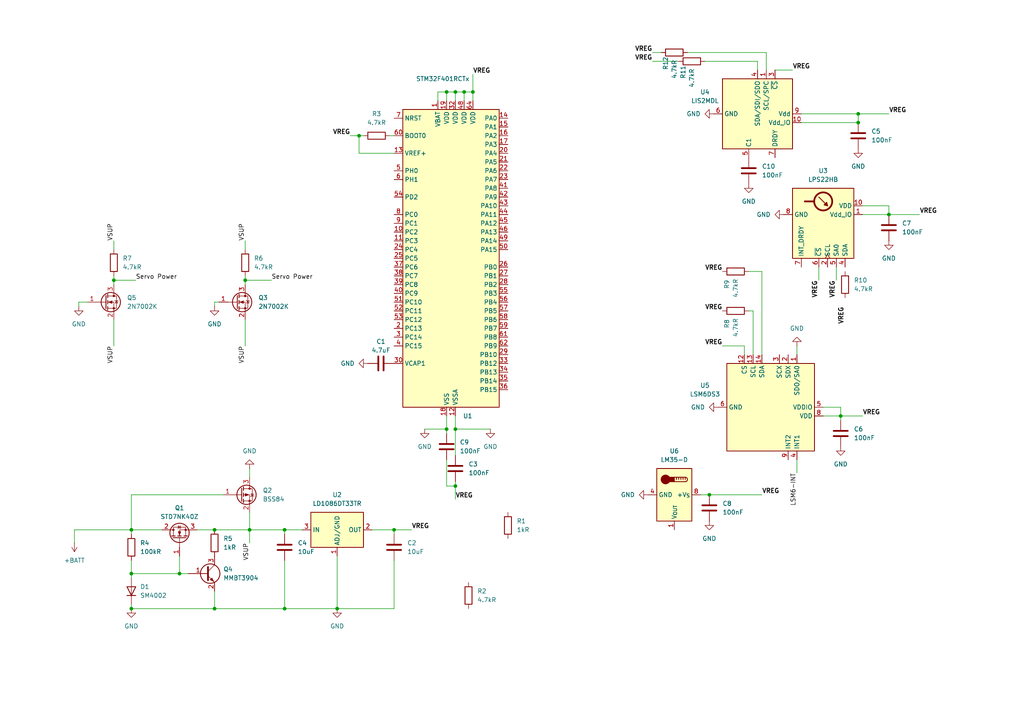
<source format=kicad_sch>
(kicad_sch
	(version 20231120)
	(generator "eeschema")
	(generator_version "8.0")
	(uuid "cfbd0f30-aca5-4507-a32c-9bfe0c9b6fe4")
	(paper "A4")
	(lib_symbols
		(symbol "Device:C"
			(pin_numbers hide)
			(pin_names
				(offset 0.254)
			)
			(exclude_from_sim no)
			(in_bom yes)
			(on_board yes)
			(property "Reference" "C"
				(at 0.635 2.54 0)
				(effects
					(font
						(size 1.27 1.27)
					)
					(justify left)
				)
			)
			(property "Value" "C"
				(at 0.635 -2.54 0)
				(effects
					(font
						(size 1.27 1.27)
					)
					(justify left)
				)
			)
			(property "Footprint" ""
				(at 0.9652 -3.81 0)
				(effects
					(font
						(size 1.27 1.27)
					)
					(hide yes)
				)
			)
			(property "Datasheet" "~"
				(at 0 0 0)
				(effects
					(font
						(size 1.27 1.27)
					)
					(hide yes)
				)
			)
			(property "Description" "Unpolarized capacitor"
				(at 0 0 0)
				(effects
					(font
						(size 1.27 1.27)
					)
					(hide yes)
				)
			)
			(property "ki_keywords" "cap capacitor"
				(at 0 0 0)
				(effects
					(font
						(size 1.27 1.27)
					)
					(hide yes)
				)
			)
			(property "ki_fp_filters" "C_*"
				(at 0 0 0)
				(effects
					(font
						(size 1.27 1.27)
					)
					(hide yes)
				)
			)
			(symbol "C_0_1"
				(polyline
					(pts
						(xy -2.032 -0.762) (xy 2.032 -0.762)
					)
					(stroke
						(width 0.508)
						(type default)
					)
					(fill
						(type none)
					)
				)
				(polyline
					(pts
						(xy -2.032 0.762) (xy 2.032 0.762)
					)
					(stroke
						(width 0.508)
						(type default)
					)
					(fill
						(type none)
					)
				)
			)
			(symbol "C_1_1"
				(pin passive line
					(at 0 3.81 270)
					(length 2.794)
					(name "~"
						(effects
							(font
								(size 1.27 1.27)
							)
						)
					)
					(number "1"
						(effects
							(font
								(size 1.27 1.27)
							)
						)
					)
				)
				(pin passive line
					(at 0 -3.81 90)
					(length 2.794)
					(name "~"
						(effects
							(font
								(size 1.27 1.27)
							)
						)
					)
					(number "2"
						(effects
							(font
								(size 1.27 1.27)
							)
						)
					)
				)
			)
		)
		(symbol "Device:R"
			(pin_numbers hide)
			(pin_names
				(offset 0)
			)
			(exclude_from_sim no)
			(in_bom yes)
			(on_board yes)
			(property "Reference" "R"
				(at 2.032 0 90)
				(effects
					(font
						(size 1.27 1.27)
					)
				)
			)
			(property "Value" "R"
				(at 0 0 90)
				(effects
					(font
						(size 1.27 1.27)
					)
				)
			)
			(property "Footprint" ""
				(at -1.778 0 90)
				(effects
					(font
						(size 1.27 1.27)
					)
					(hide yes)
				)
			)
			(property "Datasheet" "~"
				(at 0 0 0)
				(effects
					(font
						(size 1.27 1.27)
					)
					(hide yes)
				)
			)
			(property "Description" "Resistor"
				(at 0 0 0)
				(effects
					(font
						(size 1.27 1.27)
					)
					(hide yes)
				)
			)
			(property "ki_keywords" "R res resistor"
				(at 0 0 0)
				(effects
					(font
						(size 1.27 1.27)
					)
					(hide yes)
				)
			)
			(property "ki_fp_filters" "R_*"
				(at 0 0 0)
				(effects
					(font
						(size 1.27 1.27)
					)
					(hide yes)
				)
			)
			(symbol "R_0_1"
				(rectangle
					(start -1.016 -2.54)
					(end 1.016 2.54)
					(stroke
						(width 0.254)
						(type default)
					)
					(fill
						(type none)
					)
				)
			)
			(symbol "R_1_1"
				(pin passive line
					(at 0 3.81 270)
					(length 1.27)
					(name "~"
						(effects
							(font
								(size 1.27 1.27)
							)
						)
					)
					(number "1"
						(effects
							(font
								(size 1.27 1.27)
							)
						)
					)
				)
				(pin passive line
					(at 0 -3.81 90)
					(length 1.27)
					(name "~"
						(effects
							(font
								(size 1.27 1.27)
							)
						)
					)
					(number "2"
						(effects
							(font
								(size 1.27 1.27)
							)
						)
					)
				)
			)
		)
		(symbol "Diode:SM4002"
			(pin_numbers hide)
			(pin_names hide)
			(exclude_from_sim no)
			(in_bom yes)
			(on_board yes)
			(property "Reference" "D"
				(at 0 2.54 0)
				(effects
					(font
						(size 1.27 1.27)
					)
				)
			)
			(property "Value" "SM4002"
				(at 0 -2.54 0)
				(effects
					(font
						(size 1.27 1.27)
					)
				)
			)
			(property "Footprint" "Diode_SMD:D_MELF"
				(at 0 -4.445 0)
				(effects
					(font
						(size 1.27 1.27)
					)
					(hide yes)
				)
			)
			(property "Datasheet" "http://cdn-reichelt.de/documents/datenblatt/A400/SMD1N400%23DIO.pdf"
				(at 0 0 0)
				(effects
					(font
						(size 1.27 1.27)
					)
					(hide yes)
				)
			)
			(property "Description" "100V 1A General Purpose Rectifier Diode, MELF"
				(at 0 0 0)
				(effects
					(font
						(size 1.27 1.27)
					)
					(hide yes)
				)
			)
			(property "Sim.Device" "D"
				(at 0 0 0)
				(effects
					(font
						(size 1.27 1.27)
					)
					(hide yes)
				)
			)
			(property "Sim.Pins" "1=K 2=A"
				(at 0 0 0)
				(effects
					(font
						(size 1.27 1.27)
					)
					(hide yes)
				)
			)
			(property "ki_keywords" "diode"
				(at 0 0 0)
				(effects
					(font
						(size 1.27 1.27)
					)
					(hide yes)
				)
			)
			(property "ki_fp_filters" "D*MELF*"
				(at 0 0 0)
				(effects
					(font
						(size 1.27 1.27)
					)
					(hide yes)
				)
			)
			(symbol "SM4002_0_1"
				(polyline
					(pts
						(xy -1.27 1.27) (xy -1.27 -1.27)
					)
					(stroke
						(width 0.254)
						(type default)
					)
					(fill
						(type none)
					)
				)
				(polyline
					(pts
						(xy 1.27 0) (xy -1.27 0)
					)
					(stroke
						(width 0)
						(type default)
					)
					(fill
						(type none)
					)
				)
				(polyline
					(pts
						(xy 1.27 1.27) (xy 1.27 -1.27) (xy -1.27 0) (xy 1.27 1.27)
					)
					(stroke
						(width 0.254)
						(type default)
					)
					(fill
						(type none)
					)
				)
			)
			(symbol "SM4002_1_1"
				(pin passive line
					(at -3.81 0 0)
					(length 2.54)
					(name "K"
						(effects
							(font
								(size 1.27 1.27)
							)
						)
					)
					(number "1"
						(effects
							(font
								(size 1.27 1.27)
							)
						)
					)
				)
				(pin passive line
					(at 3.81 0 180)
					(length 2.54)
					(name "A"
						(effects
							(font
								(size 1.27 1.27)
							)
						)
					)
					(number "2"
						(effects
							(font
								(size 1.27 1.27)
							)
						)
					)
				)
			)
		)
		(symbol "MCU_ST_STM32F4:STM32F401RCTx"
			(exclude_from_sim no)
			(in_bom yes)
			(on_board yes)
			(property "Reference" "U"
				(at -12.7 44.45 0)
				(effects
					(font
						(size 1.27 1.27)
					)
					(justify left)
				)
			)
			(property "Value" "STM32F401RCTx"
				(at 10.16 44.45 0)
				(effects
					(font
						(size 1.27 1.27)
					)
					(justify left)
				)
			)
			(property "Footprint" "Package_QFP:LQFP-64_10x10mm_P0.5mm"
				(at -12.7 -43.18 0)
				(effects
					(font
						(size 1.27 1.27)
					)
					(justify right)
					(hide yes)
				)
			)
			(property "Datasheet" "https://www.st.com/resource/en/datasheet/stm32f401rc.pdf"
				(at 0 0 0)
				(effects
					(font
						(size 1.27 1.27)
					)
					(hide yes)
				)
			)
			(property "Description" "STMicroelectronics Arm Cortex-M4 MCU, 256KB flash, 64KB RAM, 84 MHz, 1.7-3.6V, 50 GPIO, LQFP64"
				(at 0 0 0)
				(effects
					(font
						(size 1.27 1.27)
					)
					(hide yes)
				)
			)
			(property "ki_locked" ""
				(at 0 0 0)
				(effects
					(font
						(size 1.27 1.27)
					)
				)
			)
			(property "ki_keywords" "Arm Cortex-M4 STM32F4 STM32F401"
				(at 0 0 0)
				(effects
					(font
						(size 1.27 1.27)
					)
					(hide yes)
				)
			)
			(property "ki_fp_filters" "LQFP*10x10mm*P0.5mm*"
				(at 0 0 0)
				(effects
					(font
						(size 1.27 1.27)
					)
					(hide yes)
				)
			)
			(symbol "STM32F401RCTx_0_1"
				(rectangle
					(start -12.7 -43.18)
					(end 15.24 43.18)
					(stroke
						(width 0.254)
						(type default)
					)
					(fill
						(type background)
					)
				)
			)
			(symbol "STM32F401RCTx_1_1"
				(pin power_in line
					(at -2.54 45.72 270)
					(length 2.54)
					(name "VBAT"
						(effects
							(font
								(size 1.27 1.27)
							)
						)
					)
					(number "1"
						(effects
							(font
								(size 1.27 1.27)
							)
						)
					)
				)
				(pin bidirectional line
					(at -15.24 7.62 0)
					(length 2.54)
					(name "PC2"
						(effects
							(font
								(size 1.27 1.27)
							)
						)
					)
					(number "10"
						(effects
							(font
								(size 1.27 1.27)
							)
						)
					)
					(alternate "ADC1_IN12" bidirectional line)
					(alternate "I2S2_ext_SD" bidirectional line)
					(alternate "SPI2_MISO" bidirectional line)
				)
				(pin bidirectional line
					(at -15.24 5.08 0)
					(length 2.54)
					(name "PC3"
						(effects
							(font
								(size 1.27 1.27)
							)
						)
					)
					(number "11"
						(effects
							(font
								(size 1.27 1.27)
							)
						)
					)
					(alternate "ADC1_IN13" bidirectional line)
					(alternate "I2S2_SD" bidirectional line)
					(alternate "SPI2_MOSI" bidirectional line)
				)
				(pin power_in line
					(at 2.54 -45.72 90)
					(length 2.54)
					(name "VSSA"
						(effects
							(font
								(size 1.27 1.27)
							)
						)
					)
					(number "12"
						(effects
							(font
								(size 1.27 1.27)
							)
						)
					)
				)
				(pin input line
					(at -15.24 30.48 0)
					(length 2.54)
					(name "VREF+"
						(effects
							(font
								(size 1.27 1.27)
							)
						)
					)
					(number "13"
						(effects
							(font
								(size 1.27 1.27)
							)
						)
					)
				)
				(pin bidirectional line
					(at 17.78 40.64 180)
					(length 2.54)
					(name "PA0"
						(effects
							(font
								(size 1.27 1.27)
							)
						)
					)
					(number "14"
						(effects
							(font
								(size 1.27 1.27)
							)
						)
					)
					(alternate "ADC1_IN0" bidirectional line)
					(alternate "SYS_WKUP" bidirectional line)
					(alternate "TIM2_CH1" bidirectional line)
					(alternate "TIM2_ETR" bidirectional line)
					(alternate "TIM5_CH1" bidirectional line)
					(alternate "USART2_CTS" bidirectional line)
				)
				(pin bidirectional line
					(at 17.78 38.1 180)
					(length 2.54)
					(name "PA1"
						(effects
							(font
								(size 1.27 1.27)
							)
						)
					)
					(number "15"
						(effects
							(font
								(size 1.27 1.27)
							)
						)
					)
					(alternate "ADC1_IN1" bidirectional line)
					(alternate "TIM2_CH2" bidirectional line)
					(alternate "TIM5_CH2" bidirectional line)
					(alternate "USART2_RTS" bidirectional line)
				)
				(pin bidirectional line
					(at 17.78 35.56 180)
					(length 2.54)
					(name "PA2"
						(effects
							(font
								(size 1.27 1.27)
							)
						)
					)
					(number "16"
						(effects
							(font
								(size 1.27 1.27)
							)
						)
					)
					(alternate "ADC1_IN2" bidirectional line)
					(alternate "TIM2_CH3" bidirectional line)
					(alternate "TIM5_CH3" bidirectional line)
					(alternate "TIM9_CH1" bidirectional line)
					(alternate "USART2_TX" bidirectional line)
				)
				(pin bidirectional line
					(at 17.78 33.02 180)
					(length 2.54)
					(name "PA3"
						(effects
							(font
								(size 1.27 1.27)
							)
						)
					)
					(number "17"
						(effects
							(font
								(size 1.27 1.27)
							)
						)
					)
					(alternate "ADC1_IN3" bidirectional line)
					(alternate "TIM2_CH4" bidirectional line)
					(alternate "TIM5_CH4" bidirectional line)
					(alternate "TIM9_CH2" bidirectional line)
					(alternate "USART2_RX" bidirectional line)
				)
				(pin power_in line
					(at 0 -45.72 90)
					(length 2.54)
					(name "VSS"
						(effects
							(font
								(size 1.27 1.27)
							)
						)
					)
					(number "18"
						(effects
							(font
								(size 1.27 1.27)
							)
						)
					)
				)
				(pin power_in line
					(at 0 45.72 270)
					(length 2.54)
					(name "VDD"
						(effects
							(font
								(size 1.27 1.27)
							)
						)
					)
					(number "19"
						(effects
							(font
								(size 1.27 1.27)
							)
						)
					)
				)
				(pin bidirectional line
					(at -15.24 -20.32 0)
					(length 2.54)
					(name "PC13"
						(effects
							(font
								(size 1.27 1.27)
							)
						)
					)
					(number "2"
						(effects
							(font
								(size 1.27 1.27)
							)
						)
					)
					(alternate "RTC_AF1" bidirectional line)
				)
				(pin bidirectional line
					(at 17.78 30.48 180)
					(length 2.54)
					(name "PA4"
						(effects
							(font
								(size 1.27 1.27)
							)
						)
					)
					(number "20"
						(effects
							(font
								(size 1.27 1.27)
							)
						)
					)
					(alternate "ADC1_IN4" bidirectional line)
					(alternate "I2S3_WS" bidirectional line)
					(alternate "SPI1_NSS" bidirectional line)
					(alternate "SPI3_NSS" bidirectional line)
					(alternate "USART2_CK" bidirectional line)
				)
				(pin bidirectional line
					(at 17.78 27.94 180)
					(length 2.54)
					(name "PA5"
						(effects
							(font
								(size 1.27 1.27)
							)
						)
					)
					(number "21"
						(effects
							(font
								(size 1.27 1.27)
							)
						)
					)
					(alternate "ADC1_IN5" bidirectional line)
					(alternate "SPI1_SCK" bidirectional line)
					(alternate "TIM2_CH1" bidirectional line)
					(alternate "TIM2_ETR" bidirectional line)
				)
				(pin bidirectional line
					(at 17.78 25.4 180)
					(length 2.54)
					(name "PA6"
						(effects
							(font
								(size 1.27 1.27)
							)
						)
					)
					(number "22"
						(effects
							(font
								(size 1.27 1.27)
							)
						)
					)
					(alternate "ADC1_IN6" bidirectional line)
					(alternate "SPI1_MISO" bidirectional line)
					(alternate "TIM1_BKIN" bidirectional line)
					(alternate "TIM3_CH1" bidirectional line)
				)
				(pin bidirectional line
					(at 17.78 22.86 180)
					(length 2.54)
					(name "PA7"
						(effects
							(font
								(size 1.27 1.27)
							)
						)
					)
					(number "23"
						(effects
							(font
								(size 1.27 1.27)
							)
						)
					)
					(alternate "ADC1_IN7" bidirectional line)
					(alternate "SPI1_MOSI" bidirectional line)
					(alternate "TIM1_CH1N" bidirectional line)
					(alternate "TIM3_CH2" bidirectional line)
				)
				(pin bidirectional line
					(at -15.24 2.54 0)
					(length 2.54)
					(name "PC4"
						(effects
							(font
								(size 1.27 1.27)
							)
						)
					)
					(number "24"
						(effects
							(font
								(size 1.27 1.27)
							)
						)
					)
					(alternate "ADC1_IN14" bidirectional line)
				)
				(pin bidirectional line
					(at -15.24 0 0)
					(length 2.54)
					(name "PC5"
						(effects
							(font
								(size 1.27 1.27)
							)
						)
					)
					(number "25"
						(effects
							(font
								(size 1.27 1.27)
							)
						)
					)
					(alternate "ADC1_IN15" bidirectional line)
				)
				(pin bidirectional line
					(at 17.78 -2.54 180)
					(length 2.54)
					(name "PB0"
						(effects
							(font
								(size 1.27 1.27)
							)
						)
					)
					(number "26"
						(effects
							(font
								(size 1.27 1.27)
							)
						)
					)
					(alternate "ADC1_IN8" bidirectional line)
					(alternate "TIM1_CH2N" bidirectional line)
					(alternate "TIM3_CH3" bidirectional line)
				)
				(pin bidirectional line
					(at 17.78 -5.08 180)
					(length 2.54)
					(name "PB1"
						(effects
							(font
								(size 1.27 1.27)
							)
						)
					)
					(number "27"
						(effects
							(font
								(size 1.27 1.27)
							)
						)
					)
					(alternate "ADC1_IN9" bidirectional line)
					(alternate "TIM1_CH3N" bidirectional line)
					(alternate "TIM3_CH4" bidirectional line)
				)
				(pin bidirectional line
					(at 17.78 -7.62 180)
					(length 2.54)
					(name "PB2"
						(effects
							(font
								(size 1.27 1.27)
							)
						)
					)
					(number "28"
						(effects
							(font
								(size 1.27 1.27)
							)
						)
					)
				)
				(pin bidirectional line
					(at 17.78 -27.94 180)
					(length 2.54)
					(name "PB10"
						(effects
							(font
								(size 1.27 1.27)
							)
						)
					)
					(number "29"
						(effects
							(font
								(size 1.27 1.27)
							)
						)
					)
					(alternate "I2C2_SCL" bidirectional line)
					(alternate "I2S2_CK" bidirectional line)
					(alternate "SPI2_SCK" bidirectional line)
					(alternate "TIM2_CH3" bidirectional line)
				)
				(pin bidirectional line
					(at -15.24 -22.86 0)
					(length 2.54)
					(name "PC14"
						(effects
							(font
								(size 1.27 1.27)
							)
						)
					)
					(number "3"
						(effects
							(font
								(size 1.27 1.27)
							)
						)
					)
					(alternate "RCC_OSC32_IN" bidirectional line)
				)
				(pin power_out line
					(at -15.24 -30.48 0)
					(length 2.54)
					(name "VCAP1"
						(effects
							(font
								(size 1.27 1.27)
							)
						)
					)
					(number "30"
						(effects
							(font
								(size 1.27 1.27)
							)
						)
					)
				)
				(pin passive line
					(at 0 -45.72 90)
					(length 2.54) hide
					(name "VSS"
						(effects
							(font
								(size 1.27 1.27)
							)
						)
					)
					(number "31"
						(effects
							(font
								(size 1.27 1.27)
							)
						)
					)
				)
				(pin power_in line
					(at 2.54 45.72 270)
					(length 2.54)
					(name "VDD"
						(effects
							(font
								(size 1.27 1.27)
							)
						)
					)
					(number "32"
						(effects
							(font
								(size 1.27 1.27)
							)
						)
					)
				)
				(pin bidirectional line
					(at 17.78 -30.48 180)
					(length 2.54)
					(name "PB12"
						(effects
							(font
								(size 1.27 1.27)
							)
						)
					)
					(number "33"
						(effects
							(font
								(size 1.27 1.27)
							)
						)
					)
					(alternate "I2C2_SMBA" bidirectional line)
					(alternate "I2S2_WS" bidirectional line)
					(alternate "SPI2_NSS" bidirectional line)
					(alternate "TIM1_BKIN" bidirectional line)
				)
				(pin bidirectional line
					(at 17.78 -33.02 180)
					(length 2.54)
					(name "PB13"
						(effects
							(font
								(size 1.27 1.27)
							)
						)
					)
					(number "34"
						(effects
							(font
								(size 1.27 1.27)
							)
						)
					)
					(alternate "I2S2_CK" bidirectional line)
					(alternate "SPI2_SCK" bidirectional line)
					(alternate "TIM1_CH1N" bidirectional line)
				)
				(pin bidirectional line
					(at 17.78 -35.56 180)
					(length 2.54)
					(name "PB14"
						(effects
							(font
								(size 1.27 1.27)
							)
						)
					)
					(number "35"
						(effects
							(font
								(size 1.27 1.27)
							)
						)
					)
					(alternate "I2S2_ext_SD" bidirectional line)
					(alternate "SPI2_MISO" bidirectional line)
					(alternate "TIM1_CH2N" bidirectional line)
				)
				(pin bidirectional line
					(at 17.78 -38.1 180)
					(length 2.54)
					(name "PB15"
						(effects
							(font
								(size 1.27 1.27)
							)
						)
					)
					(number "36"
						(effects
							(font
								(size 1.27 1.27)
							)
						)
					)
					(alternate "ADC1_EXTI15" bidirectional line)
					(alternate "I2S2_SD" bidirectional line)
					(alternate "RTC_REFIN" bidirectional line)
					(alternate "SPI2_MOSI" bidirectional line)
					(alternate "TIM1_CH3N" bidirectional line)
				)
				(pin bidirectional line
					(at -15.24 -2.54 0)
					(length 2.54)
					(name "PC6"
						(effects
							(font
								(size 1.27 1.27)
							)
						)
					)
					(number "37"
						(effects
							(font
								(size 1.27 1.27)
							)
						)
					)
					(alternate "I2S2_MCK" bidirectional line)
					(alternate "SDIO_D6" bidirectional line)
					(alternate "TIM3_CH1" bidirectional line)
					(alternate "USART6_TX" bidirectional line)
				)
				(pin bidirectional line
					(at -15.24 -5.08 0)
					(length 2.54)
					(name "PC7"
						(effects
							(font
								(size 1.27 1.27)
							)
						)
					)
					(number "38"
						(effects
							(font
								(size 1.27 1.27)
							)
						)
					)
					(alternate "I2S3_MCK" bidirectional line)
					(alternate "SDIO_D7" bidirectional line)
					(alternate "TIM3_CH2" bidirectional line)
					(alternate "USART6_RX" bidirectional line)
				)
				(pin bidirectional line
					(at -15.24 -7.62 0)
					(length 2.54)
					(name "PC8"
						(effects
							(font
								(size 1.27 1.27)
							)
						)
					)
					(number "39"
						(effects
							(font
								(size 1.27 1.27)
							)
						)
					)
					(alternate "SDIO_D0" bidirectional line)
					(alternate "TIM3_CH3" bidirectional line)
					(alternate "USART6_CK" bidirectional line)
				)
				(pin bidirectional line
					(at -15.24 -25.4 0)
					(length 2.54)
					(name "PC15"
						(effects
							(font
								(size 1.27 1.27)
							)
						)
					)
					(number "4"
						(effects
							(font
								(size 1.27 1.27)
							)
						)
					)
					(alternate "ADC1_EXTI15" bidirectional line)
					(alternate "RCC_OSC32_OUT" bidirectional line)
				)
				(pin bidirectional line
					(at -15.24 -10.16 0)
					(length 2.54)
					(name "PC9"
						(effects
							(font
								(size 1.27 1.27)
							)
						)
					)
					(number "40"
						(effects
							(font
								(size 1.27 1.27)
							)
						)
					)
					(alternate "I2C3_SDA" bidirectional line)
					(alternate "I2S_CKIN" bidirectional line)
					(alternate "RCC_MCO_2" bidirectional line)
					(alternate "SDIO_D1" bidirectional line)
					(alternate "TIM3_CH4" bidirectional line)
				)
				(pin bidirectional line
					(at 17.78 20.32 180)
					(length 2.54)
					(name "PA8"
						(effects
							(font
								(size 1.27 1.27)
							)
						)
					)
					(number "41"
						(effects
							(font
								(size 1.27 1.27)
							)
						)
					)
					(alternate "I2C3_SCL" bidirectional line)
					(alternate "RCC_MCO_1" bidirectional line)
					(alternate "TIM1_CH1" bidirectional line)
					(alternate "USART1_CK" bidirectional line)
					(alternate "USB_OTG_FS_SOF" bidirectional line)
				)
				(pin bidirectional line
					(at 17.78 17.78 180)
					(length 2.54)
					(name "PA9"
						(effects
							(font
								(size 1.27 1.27)
							)
						)
					)
					(number "42"
						(effects
							(font
								(size 1.27 1.27)
							)
						)
					)
					(alternate "I2C3_SMBA" bidirectional line)
					(alternate "TIM1_CH2" bidirectional line)
					(alternate "USART1_TX" bidirectional line)
					(alternate "USB_OTG_FS_VBUS" bidirectional line)
				)
				(pin bidirectional line
					(at 17.78 15.24 180)
					(length 2.54)
					(name "PA10"
						(effects
							(font
								(size 1.27 1.27)
							)
						)
					)
					(number "43"
						(effects
							(font
								(size 1.27 1.27)
							)
						)
					)
					(alternate "TIM1_CH3" bidirectional line)
					(alternate "USART1_RX" bidirectional line)
					(alternate "USB_OTG_FS_ID" bidirectional line)
				)
				(pin bidirectional line
					(at 17.78 12.7 180)
					(length 2.54)
					(name "PA11"
						(effects
							(font
								(size 1.27 1.27)
							)
						)
					)
					(number "44"
						(effects
							(font
								(size 1.27 1.27)
							)
						)
					)
					(alternate "ADC1_EXTI11" bidirectional line)
					(alternate "TIM1_CH4" bidirectional line)
					(alternate "USART1_CTS" bidirectional line)
					(alternate "USART6_TX" bidirectional line)
					(alternate "USB_OTG_FS_DM" bidirectional line)
				)
				(pin bidirectional line
					(at 17.78 10.16 180)
					(length 2.54)
					(name "PA12"
						(effects
							(font
								(size 1.27 1.27)
							)
						)
					)
					(number "45"
						(effects
							(font
								(size 1.27 1.27)
							)
						)
					)
					(alternate "TIM1_ETR" bidirectional line)
					(alternate "USART1_RTS" bidirectional line)
					(alternate "USART6_RX" bidirectional line)
					(alternate "USB_OTG_FS_DP" bidirectional line)
				)
				(pin bidirectional line
					(at 17.78 7.62 180)
					(length 2.54)
					(name "PA13"
						(effects
							(font
								(size 1.27 1.27)
							)
						)
					)
					(number "46"
						(effects
							(font
								(size 1.27 1.27)
							)
						)
					)
					(alternate "SYS_JTMS-SWDIO" bidirectional line)
				)
				(pin passive line
					(at 0 -45.72 90)
					(length 2.54) hide
					(name "VSS"
						(effects
							(font
								(size 1.27 1.27)
							)
						)
					)
					(number "47"
						(effects
							(font
								(size 1.27 1.27)
							)
						)
					)
				)
				(pin power_in line
					(at 5.08 45.72 270)
					(length 2.54)
					(name "VDD"
						(effects
							(font
								(size 1.27 1.27)
							)
						)
					)
					(number "48"
						(effects
							(font
								(size 1.27 1.27)
							)
						)
					)
				)
				(pin bidirectional line
					(at 17.78 5.08 180)
					(length 2.54)
					(name "PA14"
						(effects
							(font
								(size 1.27 1.27)
							)
						)
					)
					(number "49"
						(effects
							(font
								(size 1.27 1.27)
							)
						)
					)
					(alternate "SYS_JTCK-SWCLK" bidirectional line)
				)
				(pin bidirectional line
					(at -15.24 25.4 0)
					(length 2.54)
					(name "PH0"
						(effects
							(font
								(size 1.27 1.27)
							)
						)
					)
					(number "5"
						(effects
							(font
								(size 1.27 1.27)
							)
						)
					)
					(alternate "RCC_OSC_IN" bidirectional line)
				)
				(pin bidirectional line
					(at 17.78 2.54 180)
					(length 2.54)
					(name "PA15"
						(effects
							(font
								(size 1.27 1.27)
							)
						)
					)
					(number "50"
						(effects
							(font
								(size 1.27 1.27)
							)
						)
					)
					(alternate "ADC1_EXTI15" bidirectional line)
					(alternate "I2S3_WS" bidirectional line)
					(alternate "SPI1_NSS" bidirectional line)
					(alternate "SPI3_NSS" bidirectional line)
					(alternate "SYS_JTDI" bidirectional line)
					(alternate "TIM2_CH1" bidirectional line)
					(alternate "TIM2_ETR" bidirectional line)
				)
				(pin bidirectional line
					(at -15.24 -12.7 0)
					(length 2.54)
					(name "PC10"
						(effects
							(font
								(size 1.27 1.27)
							)
						)
					)
					(number "51"
						(effects
							(font
								(size 1.27 1.27)
							)
						)
					)
					(alternate "I2S3_CK" bidirectional line)
					(alternate "SDIO_D2" bidirectional line)
					(alternate "SPI3_SCK" bidirectional line)
				)
				(pin bidirectional line
					(at -15.24 -15.24 0)
					(length 2.54)
					(name "PC11"
						(effects
							(font
								(size 1.27 1.27)
							)
						)
					)
					(number "52"
						(effects
							(font
								(size 1.27 1.27)
							)
						)
					)
					(alternate "ADC1_EXTI11" bidirectional line)
					(alternate "I2S3_ext_SD" bidirectional line)
					(alternate "SDIO_D3" bidirectional line)
					(alternate "SPI3_MISO" bidirectional line)
				)
				(pin bidirectional line
					(at -15.24 -17.78 0)
					(length 2.54)
					(name "PC12"
						(effects
							(font
								(size 1.27 1.27)
							)
						)
					)
					(number "53"
						(effects
							(font
								(size 1.27 1.27)
							)
						)
					)
					(alternate "I2S3_SD" bidirectional line)
					(alternate "SDIO_CK" bidirectional line)
					(alternate "SPI3_MOSI" bidirectional line)
				)
				(pin bidirectional line
					(at -15.24 17.78 0)
					(length 2.54)
					(name "PD2"
						(effects
							(font
								(size 1.27 1.27)
							)
						)
					)
					(number "54"
						(effects
							(font
								(size 1.27 1.27)
							)
						)
					)
					(alternate "SDIO_CMD" bidirectional line)
					(alternate "TIM3_ETR" bidirectional line)
				)
				(pin bidirectional line
					(at 17.78 -10.16 180)
					(length 2.54)
					(name "PB3"
						(effects
							(font
								(size 1.27 1.27)
							)
						)
					)
					(number "55"
						(effects
							(font
								(size 1.27 1.27)
							)
						)
					)
					(alternate "I2C2_SDA" bidirectional line)
					(alternate "I2S3_CK" bidirectional line)
					(alternate "SPI1_SCK" bidirectional line)
					(alternate "SPI3_SCK" bidirectional line)
					(alternate "SYS_JTDO-SWO" bidirectional line)
					(alternate "TIM2_CH2" bidirectional line)
				)
				(pin bidirectional line
					(at 17.78 -12.7 180)
					(length 2.54)
					(name "PB4"
						(effects
							(font
								(size 1.27 1.27)
							)
						)
					)
					(number "56"
						(effects
							(font
								(size 1.27 1.27)
							)
						)
					)
					(alternate "I2C3_SDA" bidirectional line)
					(alternate "I2S3_ext_SD" bidirectional line)
					(alternate "SPI1_MISO" bidirectional line)
					(alternate "SPI3_MISO" bidirectional line)
					(alternate "SYS_JTRST" bidirectional line)
					(alternate "TIM3_CH1" bidirectional line)
				)
				(pin bidirectional line
					(at 17.78 -15.24 180)
					(length 2.54)
					(name "PB5"
						(effects
							(font
								(size 1.27 1.27)
							)
						)
					)
					(number "57"
						(effects
							(font
								(size 1.27 1.27)
							)
						)
					)
					(alternate "I2C1_SMBA" bidirectional line)
					(alternate "I2S3_SD" bidirectional line)
					(alternate "SPI1_MOSI" bidirectional line)
					(alternate "SPI3_MOSI" bidirectional line)
					(alternate "TIM3_CH2" bidirectional line)
				)
				(pin bidirectional line
					(at 17.78 -17.78 180)
					(length 2.54)
					(name "PB6"
						(effects
							(font
								(size 1.27 1.27)
							)
						)
					)
					(number "58"
						(effects
							(font
								(size 1.27 1.27)
							)
						)
					)
					(alternate "I2C1_SCL" bidirectional line)
					(alternate "TIM4_CH1" bidirectional line)
					(alternate "USART1_TX" bidirectional line)
				)
				(pin bidirectional line
					(at 17.78 -20.32 180)
					(length 2.54)
					(name "PB7"
						(effects
							(font
								(size 1.27 1.27)
							)
						)
					)
					(number "59"
						(effects
							(font
								(size 1.27 1.27)
							)
						)
					)
					(alternate "I2C1_SDA" bidirectional line)
					(alternate "TIM4_CH2" bidirectional line)
					(alternate "USART1_RX" bidirectional line)
				)
				(pin bidirectional line
					(at -15.24 22.86 0)
					(length 2.54)
					(name "PH1"
						(effects
							(font
								(size 1.27 1.27)
							)
						)
					)
					(number "6"
						(effects
							(font
								(size 1.27 1.27)
							)
						)
					)
					(alternate "RCC_OSC_OUT" bidirectional line)
				)
				(pin input line
					(at -15.24 35.56 0)
					(length 2.54)
					(name "BOOT0"
						(effects
							(font
								(size 1.27 1.27)
							)
						)
					)
					(number "60"
						(effects
							(font
								(size 1.27 1.27)
							)
						)
					)
				)
				(pin bidirectional line
					(at 17.78 -22.86 180)
					(length 2.54)
					(name "PB8"
						(effects
							(font
								(size 1.27 1.27)
							)
						)
					)
					(number "61"
						(effects
							(font
								(size 1.27 1.27)
							)
						)
					)
					(alternate "I2C1_SCL" bidirectional line)
					(alternate "SDIO_D4" bidirectional line)
					(alternate "TIM10_CH1" bidirectional line)
					(alternate "TIM4_CH3" bidirectional line)
				)
				(pin bidirectional line
					(at 17.78 -25.4 180)
					(length 2.54)
					(name "PB9"
						(effects
							(font
								(size 1.27 1.27)
							)
						)
					)
					(number "62"
						(effects
							(font
								(size 1.27 1.27)
							)
						)
					)
					(alternate "I2C1_SDA" bidirectional line)
					(alternate "I2S2_WS" bidirectional line)
					(alternate "SDIO_D5" bidirectional line)
					(alternate "SPI2_NSS" bidirectional line)
					(alternate "TIM11_CH1" bidirectional line)
					(alternate "TIM4_CH4" bidirectional line)
				)
				(pin passive line
					(at 0 -45.72 90)
					(length 2.54) hide
					(name "VSS"
						(effects
							(font
								(size 1.27 1.27)
							)
						)
					)
					(number "63"
						(effects
							(font
								(size 1.27 1.27)
							)
						)
					)
				)
				(pin power_in line
					(at 7.62 45.72 270)
					(length 2.54)
					(name "VDD"
						(effects
							(font
								(size 1.27 1.27)
							)
						)
					)
					(number "64"
						(effects
							(font
								(size 1.27 1.27)
							)
						)
					)
				)
				(pin input line
					(at -15.24 40.64 0)
					(length 2.54)
					(name "NRST"
						(effects
							(font
								(size 1.27 1.27)
							)
						)
					)
					(number "7"
						(effects
							(font
								(size 1.27 1.27)
							)
						)
					)
				)
				(pin bidirectional line
					(at -15.24 12.7 0)
					(length 2.54)
					(name "PC0"
						(effects
							(font
								(size 1.27 1.27)
							)
						)
					)
					(number "8"
						(effects
							(font
								(size 1.27 1.27)
							)
						)
					)
					(alternate "ADC1_IN10" bidirectional line)
				)
				(pin bidirectional line
					(at -15.24 10.16 0)
					(length 2.54)
					(name "PC1"
						(effects
							(font
								(size 1.27 1.27)
							)
						)
					)
					(number "9"
						(effects
							(font
								(size 1.27 1.27)
							)
						)
					)
					(alternate "ADC1_IN11" bidirectional line)
				)
			)
		)
		(symbol "Regulator_Linear:LD1086DT33TR"
			(exclude_from_sim no)
			(in_bom yes)
			(on_board yes)
			(property "Reference" "U"
				(at 0 10.16 0)
				(effects
					(font
						(size 1.27 1.27)
					)
				)
			)
			(property "Value" "LD1086DT33TR"
				(at 0 7.62 0)
				(effects
					(font
						(size 1.27 1.27)
					)
				)
			)
			(property "Footprint" "Package_TO_SOT_SMD:TO-252-2"
				(at 0 12.7 0)
				(effects
					(font
						(size 1.27 1.27)
					)
					(hide yes)
				)
			)
			(property "Datasheet" "https://www.st.com/resource/en/datasheet/ld1086.pdf"
				(at 0 12.7 0)
				(effects
					(font
						(size 1.27 1.27)
					)
					(hide yes)
				)
			)
			(property "Description" "Positive, 1.5A 30V, Linear Regulator, Fixed Output 3.3V, TO-252"
				(at 0 0 0)
				(effects
					(font
						(size 1.27 1.27)
					)
					(hide yes)
				)
			)
			(property "ki_keywords" "Linear Regulator 1.5A Fixed Output"
				(at 0 0 0)
				(effects
					(font
						(size 1.27 1.27)
					)
					(hide yes)
				)
			)
			(property "ki_fp_filters" "TO?252?2*"
				(at 0 0 0)
				(effects
					(font
						(size 1.27 1.27)
					)
					(hide yes)
				)
			)
			(symbol "LD1086DT33TR_1_1"
				(rectangle
					(start -7.62 -5.08)
					(end 7.62 5.08)
					(stroke
						(width 0.254)
						(type default)
					)
					(fill
						(type background)
					)
				)
				(pin input line
					(at 0 -7.62 90)
					(length 2.54)
					(name "ADJ/GND"
						(effects
							(font
								(size 1.27 1.27)
							)
						)
					)
					(number "1"
						(effects
							(font
								(size 1.27 1.27)
							)
						)
					)
				)
				(pin power_out line
					(at 10.16 0 180)
					(length 2.54)
					(name "OUT"
						(effects
							(font
								(size 1.27 1.27)
							)
						)
					)
					(number "2"
						(effects
							(font
								(size 1.27 1.27)
							)
						)
					)
				)
				(pin power_in line
					(at -10.16 0 0)
					(length 2.54)
					(name "IN"
						(effects
							(font
								(size 1.27 1.27)
							)
						)
					)
					(number "3"
						(effects
							(font
								(size 1.27 1.27)
							)
						)
					)
				)
			)
		)
		(symbol "Sensor_Magnetic:LIS2MDL"
			(exclude_from_sim no)
			(in_bom yes)
			(on_board yes)
			(property "Reference" "U"
				(at -8.89 11.43 0)
				(effects
					(font
						(size 1.27 1.27)
					)
				)
			)
			(property "Value" "LIS2MDL"
				(at 7.62 11.43 0)
				(effects
					(font
						(size 1.27 1.27)
					)
				)
			)
			(property "Footprint" "Package_LGA:LGA-12_2x2mm_P0.5mm"
				(at 30.48 -7.62 0)
				(effects
					(font
						(size 1.27 1.27)
					)
					(hide yes)
				)
			)
			(property "Datasheet" "https://www.st.com/resource/en/datasheet/lis2mdl.pdf"
				(at 38.1 -10.16 0)
				(effects
					(font
						(size 1.27 1.27)
					)
					(hide yes)
				)
			)
			(property "Description" "Ultra-low-power, 3-axis digital output magnetometer, LGA-12"
				(at 0 0 0)
				(effects
					(font
						(size 1.27 1.27)
					)
					(hide yes)
				)
			)
			(property "ki_keywords" "digital magnetometer"
				(at 0 0 0)
				(effects
					(font
						(size 1.27 1.27)
					)
					(hide yes)
				)
			)
			(property "ki_fp_filters" "LGA*2x2mm*P0.5mm*"
				(at 0 0 0)
				(effects
					(font
						(size 1.27 1.27)
					)
					(hide yes)
				)
			)
			(symbol "LIS2MDL_0_1"
				(rectangle
					(start -10.16 10.16)
					(end 10.16 -10.16)
					(stroke
						(width 0.254)
						(type default)
					)
					(fill
						(type background)
					)
				)
			)
			(symbol "LIS2MDL_1_1"
				(pin input line
					(at -12.7 2.54 0)
					(length 2.54)
					(name "SCL/SPC"
						(effects
							(font
								(size 1.27 1.27)
							)
						)
					)
					(number "1"
						(effects
							(font
								(size 1.27 1.27)
							)
						)
					)
				)
				(pin power_in line
					(at 2.54 12.7 270)
					(length 2.54)
					(name "Vdd_IO"
						(effects
							(font
								(size 1.27 1.27)
							)
						)
					)
					(number "10"
						(effects
							(font
								(size 1.27 1.27)
							)
						)
					)
				)
				(pin no_connect line
					(at -10.16 -7.62 0)
					(length 2.54) hide
					(name "NC"
						(effects
							(font
								(size 1.27 1.27)
							)
						)
					)
					(number "11"
						(effects
							(font
								(size 1.27 1.27)
							)
						)
					)
				)
				(pin no_connect line
					(at 10.16 -7.62 180)
					(length 2.54) hide
					(name "NC"
						(effects
							(font
								(size 1.27 1.27)
							)
						)
					)
					(number "12"
						(effects
							(font
								(size 1.27 1.27)
							)
						)
					)
				)
				(pin no_connect line
					(at -10.16 -5.08 0)
					(length 2.54) hide
					(name "NC"
						(effects
							(font
								(size 1.27 1.27)
							)
						)
					)
					(number "2"
						(effects
							(font
								(size 1.27 1.27)
							)
						)
					)
				)
				(pin input line
					(at -12.7 5.08 0)
					(length 2.54)
					(name "~{CS}"
						(effects
							(font
								(size 1.27 1.27)
							)
						)
					)
					(number "3"
						(effects
							(font
								(size 1.27 1.27)
							)
						)
					)
				)
				(pin bidirectional line
					(at -12.7 0 0)
					(length 2.54)
					(name "SDA/SDI/SDO"
						(effects
							(font
								(size 1.27 1.27)
							)
						)
					)
					(number "4"
						(effects
							(font
								(size 1.27 1.27)
							)
						)
					)
				)
				(pin power_out line
					(at 12.7 -2.54 180)
					(length 2.54)
					(name "C1"
						(effects
							(font
								(size 1.27 1.27)
							)
						)
					)
					(number "5"
						(effects
							(font
								(size 1.27 1.27)
							)
						)
					)
				)
				(pin power_in line
					(at 0 -12.7 90)
					(length 2.54)
					(name "GND"
						(effects
							(font
								(size 1.27 1.27)
							)
						)
					)
					(number "6"
						(effects
							(font
								(size 1.27 1.27)
							)
						)
					)
				)
				(pin output line
					(at 12.7 5.08 180)
					(length 2.54)
					(name "DRDY"
						(effects
							(font
								(size 1.27 1.27)
							)
						)
					)
					(number "7"
						(effects
							(font
								(size 1.27 1.27)
							)
						)
					)
					(alternate "INT" output line)
					(alternate "SDO" output line)
				)
				(pin passive line
					(at 0 -12.7 90)
					(length 2.54) hide
					(name "GND"
						(effects
							(font
								(size 1.27 1.27)
							)
						)
					)
					(number "8"
						(effects
							(font
								(size 1.27 1.27)
							)
						)
					)
				)
				(pin power_in line
					(at 0 12.7 270)
					(length 2.54)
					(name "Vdd"
						(effects
							(font
								(size 1.27 1.27)
							)
						)
					)
					(number "9"
						(effects
							(font
								(size 1.27 1.27)
							)
						)
					)
				)
			)
		)
		(symbol "Sensor_Motion:LSM6DS3"
			(exclude_from_sim no)
			(in_bom yes)
			(on_board yes)
			(property "Reference" "U"
				(at -11.43 15.24 0)
				(effects
					(font
						(size 1.27 1.27)
					)
					(justify left)
				)
			)
			(property "Value" "LSM6DS3"
				(at -11.43 12.7 0)
				(effects
					(font
						(size 1.27 1.27)
					)
					(justify left bottom)
				)
			)
			(property "Footprint" "Package_LGA:LGA-14_3x2.5mm_P0.5mm_LayoutBorder3x4y"
				(at -10.16 -17.78 0)
				(effects
					(font
						(size 1.27 1.27)
					)
					(justify left)
					(hide yes)
				)
			)
			(property "Datasheet" "https://www.st.com/resource/en/datasheet/lsm6ds3tr-c.pdf"
				(at 2.54 -16.51 0)
				(effects
					(font
						(size 1.27 1.27)
					)
					(hide yes)
				)
			)
			(property "Description" "I2C/SPI, iNEMO inertial module: always-on 3D accelerometer and 3D gyroscope"
				(at 0 0 0)
				(effects
					(font
						(size 1.27 1.27)
					)
					(hide yes)
				)
			)
			(property "ki_keywords" "Accelerometer Gyroscope MEMS"
				(at 0 0 0)
				(effects
					(font
						(size 1.27 1.27)
					)
					(hide yes)
				)
			)
			(property "ki_fp_filters" "LGA*3x2.5mm*P0.5mm*LayoutBorder3x4y*"
				(at 0 0 0)
				(effects
					(font
						(size 1.27 1.27)
					)
					(hide yes)
				)
			)
			(symbol "LSM6DS3_0_1"
				(rectangle
					(start -12.7 12.7)
					(end 12.7 -12.7)
					(stroke
						(width 0.254)
						(type default)
					)
					(fill
						(type background)
					)
				)
			)
			(symbol "LSM6DS3_1_1"
				(pin bidirectional line
					(at -15.24 7.62 0)
					(length 2.54)
					(name "SDO/SA0"
						(effects
							(font
								(size 1.27 1.27)
							)
						)
					)
					(number "1"
						(effects
							(font
								(size 1.27 1.27)
							)
						)
					)
				)
				(pin no_connect line
					(at 12.7 -5.08 180)
					(length 3.81) hide
					(name "NC"
						(effects
							(font
								(size 1.27 1.27)
							)
						)
					)
					(number "10"
						(effects
							(font
								(size 1.27 1.27)
							)
						)
					)
				)
				(pin no_connect line
					(at 12.7 -2.54 180)
					(length 3.81) hide
					(name "NC"
						(effects
							(font
								(size 1.27 1.27)
							)
						)
					)
					(number "11"
						(effects
							(font
								(size 1.27 1.27)
							)
						)
					)
				)
				(pin input line
					(at -15.24 -7.62 0)
					(length 2.54)
					(name "CS"
						(effects
							(font
								(size 1.27 1.27)
							)
						)
					)
					(number "12"
						(effects
							(font
								(size 1.27 1.27)
							)
						)
					)
				)
				(pin input line
					(at -15.24 -5.08 0)
					(length 2.54)
					(name "SCL"
						(effects
							(font
								(size 1.27 1.27)
							)
						)
					)
					(number "13"
						(effects
							(font
								(size 1.27 1.27)
							)
						)
					)
				)
				(pin bidirectional line
					(at -15.24 -2.54 0)
					(length 2.54)
					(name "SDA"
						(effects
							(font
								(size 1.27 1.27)
							)
						)
					)
					(number "14"
						(effects
							(font
								(size 1.27 1.27)
							)
						)
					)
				)
				(pin bidirectional line
					(at -15.24 5.08 0)
					(length 2.54)
					(name "SDX"
						(effects
							(font
								(size 1.27 1.27)
							)
						)
					)
					(number "2"
						(effects
							(font
								(size 1.27 1.27)
							)
						)
					)
				)
				(pin input line
					(at -15.24 2.54 0)
					(length 2.54)
					(name "SCX"
						(effects
							(font
								(size 1.27 1.27)
							)
						)
					)
					(number "3"
						(effects
							(font
								(size 1.27 1.27)
							)
						)
					)
				)
				(pin output line
					(at 15.24 7.62 180)
					(length 2.54)
					(name "INT1"
						(effects
							(font
								(size 1.27 1.27)
							)
						)
					)
					(number "4"
						(effects
							(font
								(size 1.27 1.27)
							)
						)
					)
				)
				(pin power_in line
					(at 0 15.24 270)
					(length 2.54)
					(name "VDDIO"
						(effects
							(font
								(size 1.27 1.27)
							)
						)
					)
					(number "5"
						(effects
							(font
								(size 1.27 1.27)
							)
						)
					)
				)
				(pin power_in line
					(at 0 -15.24 90)
					(length 2.54)
					(name "GND"
						(effects
							(font
								(size 1.27 1.27)
							)
						)
					)
					(number "6"
						(effects
							(font
								(size 1.27 1.27)
							)
						)
					)
				)
				(pin passive line
					(at 0 -15.24 90)
					(length 2.54) hide
					(name "GND"
						(effects
							(font
								(size 1.27 1.27)
							)
						)
					)
					(number "7"
						(effects
							(font
								(size 1.27 1.27)
							)
						)
					)
				)
				(pin power_in line
					(at 2.54 15.24 270)
					(length 2.54)
					(name "VDD"
						(effects
							(font
								(size 1.27 1.27)
							)
						)
					)
					(number "8"
						(effects
							(font
								(size 1.27 1.27)
							)
						)
					)
				)
				(pin output line
					(at 15.24 5.08 180)
					(length 2.54)
					(name "INT2"
						(effects
							(font
								(size 1.27 1.27)
							)
						)
					)
					(number "9"
						(effects
							(font
								(size 1.27 1.27)
							)
						)
					)
				)
			)
		)
		(symbol "Sensor_Pressure:LPS22HB"
			(exclude_from_sim no)
			(in_bom yes)
			(on_board yes)
			(property "Reference" "U"
				(at -11.43 1.27 0)
				(effects
					(font
						(size 1.27 1.27)
					)
					(justify right)
				)
			)
			(property "Value" "LPS22HB"
				(at -11.43 -1.27 0)
				(effects
					(font
						(size 1.27 1.27)
					)
					(justify right)
				)
			)
			(property "Footprint" "Package_LGA:ST_HLGA-10_2x2mm_P0.5mm_LayoutBorder3x2y"
				(at 1.27 -11.43 0)
				(effects
					(font
						(size 1.27 1.27)
					)
					(justify left)
					(hide yes)
				)
			)
			(property "Datasheet" "https://www.st.com/resource/en/datasheet/lps22hb.pdf"
				(at 1.27 -13.97 0)
				(effects
					(font
						(size 1.27 1.27)
					)
					(justify left)
					(hide yes)
				)
			)
			(property "Description" "MEMS nano pressure sensor, 260-1260 hPa, absolute digital output baromeeter, 24 bit, SPI, I2C, 0.0075 hPa noise rms, ST_HLGA-10L"
				(at 0 0 0)
				(effects
					(font
						(size 1.27 1.27)
					)
					(hide yes)
				)
			)
			(property "ki_keywords" "mems absolute baromeeter spi i2c pressure"
				(at 0 0 0)
				(effects
					(font
						(size 1.27 1.27)
					)
					(hide yes)
				)
			)
			(property "ki_fp_filters" "ST?HLGA*2x2mm*P0.5mm*LayoutBorder3x2y*"
				(at 0 0 0)
				(effects
					(font
						(size 1.27 1.27)
					)
					(hide yes)
				)
			)
			(symbol "LPS22HB_0_1"
				(rectangle
					(start -10.16 10.16)
					(end 10.16 -7.62)
					(stroke
						(width 0.254)
						(type default)
					)
					(fill
						(type background)
					)
				)
				(circle
					(center -6.35 1.27)
					(radius 2.6162)
					(stroke
						(width 0.508)
						(type default)
					)
					(fill
						(type none)
					)
				)
				(polyline
					(pts
						(xy -7.62 0) (xy -5.08 2.54)
					)
					(stroke
						(width 0.254)
						(type default)
					)
					(fill
						(type none)
					)
				)
				(polyline
					(pts
						(xy -6.35 -1.524) (xy -6.35 -4.064)
					)
					(stroke
						(width 0.508)
						(type default)
					)
					(fill
						(type none)
					)
				)
				(polyline
					(pts
						(xy -5.08 2.54) (xy -5.334 1.524) (xy -6.096 2.286) (xy -5.08 2.54)
					)
					(stroke
						(width 0.254)
						(type default)
					)
					(fill
						(type outline)
					)
				)
			)
			(symbol "LPS22HB_1_1"
				(pin power_in line
					(at -2.54 12.7 270)
					(length 2.54)
					(name "Vdd_IO"
						(effects
							(font
								(size 1.27 1.27)
							)
						)
					)
					(number "1"
						(effects
							(font
								(size 1.27 1.27)
							)
						)
					)
				)
				(pin power_in line
					(at -5.08 12.7 270)
					(length 2.54)
					(name "VDD"
						(effects
							(font
								(size 1.27 1.27)
							)
						)
					)
					(number "10"
						(effects
							(font
								(size 1.27 1.27)
							)
						)
					)
				)
				(pin input clock
					(at 12.7 2.54 180)
					(length 2.54)
					(name "SCL"
						(effects
							(font
								(size 1.27 1.27)
							)
						)
					)
					(number "2"
						(effects
							(font
								(size 1.27 1.27)
							)
						)
					)
					(alternate "SPC" input clock)
				)
				(pin passive line
					(at -2.54 -10.16 90)
					(length 2.54) hide
					(name "GND"
						(effects
							(font
								(size 1.27 1.27)
							)
						)
					)
					(number "3"
						(effects
							(font
								(size 1.27 1.27)
							)
						)
					)
				)
				(pin bidirectional line
					(at 12.7 7.62 180)
					(length 2.54)
					(name "SDA"
						(effects
							(font
								(size 1.27 1.27)
							)
						)
					)
					(number "4"
						(effects
							(font
								(size 1.27 1.27)
							)
						)
					)
					(alternate "SDI" input line)
					(alternate "SDI/SDO" bidirectional line)
				)
				(pin input line
					(at 12.7 5.08 180)
					(length 2.54)
					(name "SA0"
						(effects
							(font
								(size 1.27 1.27)
							)
						)
					)
					(number "5"
						(effects
							(font
								(size 1.27 1.27)
							)
						)
					)
					(alternate "SDO" output line)
				)
				(pin input line
					(at 12.7 0 180)
					(length 2.54)
					(name "~{CS}"
						(effects
							(font
								(size 1.27 1.27)
							)
						)
					)
					(number "6"
						(effects
							(font
								(size 1.27 1.27)
							)
						)
					)
				)
				(pin output line
					(at 12.7 -5.08 180)
					(length 2.54)
					(name "INT_DRDY"
						(effects
							(font
								(size 1.27 1.27)
							)
						)
					)
					(number "7"
						(effects
							(font
								(size 1.27 1.27)
							)
						)
					)
				)
				(pin power_in line
					(at -2.54 -10.16 90)
					(length 2.54)
					(name "GND"
						(effects
							(font
								(size 1.27 1.27)
							)
						)
					)
					(number "8"
						(effects
							(font
								(size 1.27 1.27)
							)
						)
					)
				)
				(pin passive line
					(at -2.54 -10.16 90)
					(length 2.54) hide
					(name "GND"
						(effects
							(font
								(size 1.27 1.27)
							)
						)
					)
					(number "9"
						(effects
							(font
								(size 1.27 1.27)
							)
						)
					)
				)
			)
		)
		(symbol "Sensor_Temperature:LM35-D"
			(exclude_from_sim no)
			(in_bom yes)
			(on_board yes)
			(property "Reference" "U"
				(at -6.35 6.35 0)
				(effects
					(font
						(size 1.27 1.27)
					)
				)
			)
			(property "Value" "LM35-D"
				(at 1.27 6.35 0)
				(effects
					(font
						(size 1.27 1.27)
					)
					(justify left)
				)
			)
			(property "Footprint" "Package_SO:SOIC-8_3.9x4.9mm_P1.27mm"
				(at 0 -10.16 0)
				(effects
					(font
						(size 1.27 1.27)
					)
					(hide yes)
				)
			)
			(property "Datasheet" "http://www.ti.com/lit/ds/symlink/lm35.pdf"
				(at 0 0 0)
				(effects
					(font
						(size 1.27 1.27)
					)
					(hide yes)
				)
			)
			(property "Description" "Precision centigrade temperature sensor, SOIC-8"
				(at 0 0 0)
				(effects
					(font
						(size 1.27 1.27)
					)
					(hide yes)
				)
			)
			(property "ki_keywords" "temperature sensor thermistor"
				(at 0 0 0)
				(effects
					(font
						(size 1.27 1.27)
					)
					(hide yes)
				)
			)
			(property "ki_fp_filters" "SOIC*"
				(at 0 0 0)
				(effects
					(font
						(size 1.27 1.27)
					)
					(hide yes)
				)
			)
			(symbol "LM35-D_0_1"
				(rectangle
					(start -7.62 5.08)
					(end 7.62 -5.08)
					(stroke
						(width 0.254)
						(type default)
					)
					(fill
						(type background)
					)
				)
				(circle
					(center -4.445 -2.54)
					(radius 1.27)
					(stroke
						(width 0.254)
						(type default)
					)
					(fill
						(type outline)
					)
				)
				(rectangle
					(start -3.81 -1.905)
					(end -5.08 0)
					(stroke
						(width 0.254)
						(type default)
					)
					(fill
						(type outline)
					)
				)
				(arc
					(start -3.81 3.175)
					(mid -4.445 3.8073)
					(end -5.08 3.175)
					(stroke
						(width 0.254)
						(type default)
					)
					(fill
						(type none)
					)
				)
				(polyline
					(pts
						(xy -5.08 0.635) (xy -4.445 0.635)
					)
					(stroke
						(width 0.254)
						(type default)
					)
					(fill
						(type none)
					)
				)
				(polyline
					(pts
						(xy -5.08 1.27) (xy -4.445 1.27)
					)
					(stroke
						(width 0.254)
						(type default)
					)
					(fill
						(type none)
					)
				)
				(polyline
					(pts
						(xy -5.08 1.905) (xy -4.445 1.905)
					)
					(stroke
						(width 0.254)
						(type default)
					)
					(fill
						(type none)
					)
				)
				(polyline
					(pts
						(xy -5.08 2.54) (xy -4.445 2.54)
					)
					(stroke
						(width 0.254)
						(type default)
					)
					(fill
						(type none)
					)
				)
				(polyline
					(pts
						(xy -5.08 3.175) (xy -5.08 0)
					)
					(stroke
						(width 0.254)
						(type default)
					)
					(fill
						(type none)
					)
				)
				(polyline
					(pts
						(xy -5.08 3.175) (xy -4.445 3.175)
					)
					(stroke
						(width 0.254)
						(type default)
					)
					(fill
						(type none)
					)
				)
				(polyline
					(pts
						(xy -3.81 3.175) (xy -3.81 0)
					)
					(stroke
						(width 0.254)
						(type default)
					)
					(fill
						(type none)
					)
				)
			)
			(symbol "LM35-D_1_1"
				(pin output line
					(at 10.16 0 180)
					(length 2.54)
					(name "V_{OUT}"
						(effects
							(font
								(size 1.27 1.27)
							)
						)
					)
					(number "1"
						(effects
							(font
								(size 1.27 1.27)
							)
						)
					)
				)
				(pin no_connect line
					(at -2.54 -5.08 90)
					(length 2.54) hide
					(name "NC"
						(effects
							(font
								(size 1.27 1.27)
							)
						)
					)
					(number "2"
						(effects
							(font
								(size 1.27 1.27)
							)
						)
					)
				)
				(pin no_connect line
					(at -2.54 5.08 270)
					(length 2.54) hide
					(name "NC"
						(effects
							(font
								(size 1.27 1.27)
							)
						)
					)
					(number "3"
						(effects
							(font
								(size 1.27 1.27)
							)
						)
					)
				)
				(pin power_in line
					(at 0 -7.62 90)
					(length 2.54)
					(name "GND"
						(effects
							(font
								(size 1.27 1.27)
							)
						)
					)
					(number "4"
						(effects
							(font
								(size 1.27 1.27)
							)
						)
					)
				)
				(pin no_connect line
					(at 2.54 -5.08 90)
					(length 2.54) hide
					(name "NC"
						(effects
							(font
								(size 1.27 1.27)
							)
						)
					)
					(number "5"
						(effects
							(font
								(size 1.27 1.27)
							)
						)
					)
				)
				(pin no_connect line
					(at 5.08 -5.08 90)
					(length 2.54) hide
					(name "NC"
						(effects
							(font
								(size 1.27 1.27)
							)
						)
					)
					(number "6"
						(effects
							(font
								(size 1.27 1.27)
							)
						)
					)
				)
				(pin no_connect line
					(at 7.62 2.54 180)
					(length 2.54) hide
					(name "NC"
						(effects
							(font
								(size 1.27 1.27)
							)
						)
					)
					(number "7"
						(effects
							(font
								(size 1.27 1.27)
							)
						)
					)
				)
				(pin power_in line
					(at 0 7.62 270)
					(length 2.54)
					(name "+V_{S}"
						(effects
							(font
								(size 1.27 1.27)
							)
						)
					)
					(number "8"
						(effects
							(font
								(size 1.27 1.27)
							)
						)
					)
				)
			)
		)
		(symbol "Transistor_BJT:MMBT3904"
			(pin_names
				(offset 0) hide)
			(exclude_from_sim no)
			(in_bom yes)
			(on_board yes)
			(property "Reference" "Q"
				(at 5.08 1.905 0)
				(effects
					(font
						(size 1.27 1.27)
					)
					(justify left)
				)
			)
			(property "Value" "MMBT3904"
				(at 5.08 0 0)
				(effects
					(font
						(size 1.27 1.27)
					)
					(justify left)
				)
			)
			(property "Footprint" "Package_TO_SOT_SMD:SOT-23"
				(at 5.08 -1.905 0)
				(effects
					(font
						(size 1.27 1.27)
						(italic yes)
					)
					(justify left)
					(hide yes)
				)
			)
			(property "Datasheet" "https://www.onsemi.com/pdf/datasheet/pzt3904-d.pdf"
				(at 0 0 0)
				(effects
					(font
						(size 1.27 1.27)
					)
					(justify left)
					(hide yes)
				)
			)
			(property "Description" "0.2A Ic, 40V Vce, Small Signal NPN Transistor, SOT-23"
				(at 0 0 0)
				(effects
					(font
						(size 1.27 1.27)
					)
					(hide yes)
				)
			)
			(property "ki_keywords" "NPN Transistor"
				(at 0 0 0)
				(effects
					(font
						(size 1.27 1.27)
					)
					(hide yes)
				)
			)
			(property "ki_fp_filters" "SOT?23*"
				(at 0 0 0)
				(effects
					(font
						(size 1.27 1.27)
					)
					(hide yes)
				)
			)
			(symbol "MMBT3904_0_1"
				(polyline
					(pts
						(xy 0.635 0.635) (xy 2.54 2.54)
					)
					(stroke
						(width 0)
						(type default)
					)
					(fill
						(type none)
					)
				)
				(polyline
					(pts
						(xy 0.635 -0.635) (xy 2.54 -2.54) (xy 2.54 -2.54)
					)
					(stroke
						(width 0)
						(type default)
					)
					(fill
						(type none)
					)
				)
				(polyline
					(pts
						(xy 0.635 1.905) (xy 0.635 -1.905) (xy 0.635 -1.905)
					)
					(stroke
						(width 0.508)
						(type default)
					)
					(fill
						(type none)
					)
				)
				(polyline
					(pts
						(xy 1.27 -1.778) (xy 1.778 -1.27) (xy 2.286 -2.286) (xy 1.27 -1.778) (xy 1.27 -1.778)
					)
					(stroke
						(width 0)
						(type default)
					)
					(fill
						(type outline)
					)
				)
				(circle
					(center 1.27 0)
					(radius 2.8194)
					(stroke
						(width 0.254)
						(type default)
					)
					(fill
						(type none)
					)
				)
			)
			(symbol "MMBT3904_1_1"
				(pin input line
					(at -5.08 0 0)
					(length 5.715)
					(name "B"
						(effects
							(font
								(size 1.27 1.27)
							)
						)
					)
					(number "1"
						(effects
							(font
								(size 1.27 1.27)
							)
						)
					)
				)
				(pin passive line
					(at 2.54 -5.08 90)
					(length 2.54)
					(name "E"
						(effects
							(font
								(size 1.27 1.27)
							)
						)
					)
					(number "2"
						(effects
							(font
								(size 1.27 1.27)
							)
						)
					)
				)
				(pin passive line
					(at 2.54 5.08 270)
					(length 2.54)
					(name "C"
						(effects
							(font
								(size 1.27 1.27)
							)
						)
					)
					(number "3"
						(effects
							(font
								(size 1.27 1.27)
							)
						)
					)
				)
			)
		)
		(symbol "Transistor_FET:2N7002K"
			(pin_names hide)
			(exclude_from_sim no)
			(in_bom yes)
			(on_board yes)
			(property "Reference" "Q"
				(at 5.08 1.905 0)
				(effects
					(font
						(size 1.27 1.27)
					)
					(justify left)
				)
			)
			(property "Value" "2N7002K"
				(at 5.08 0 0)
				(effects
					(font
						(size 1.27 1.27)
					)
					(justify left)
				)
			)
			(property "Footprint" "Package_TO_SOT_SMD:SOT-23"
				(at 5.08 -1.905 0)
				(effects
					(font
						(size 1.27 1.27)
						(italic yes)
					)
					(justify left)
					(hide yes)
				)
			)
			(property "Datasheet" "https://www.diodes.com/assets/Datasheets/ds30896.pdf"
				(at 5.08 -3.81 0)
				(effects
					(font
						(size 1.27 1.27)
					)
					(justify left)
					(hide yes)
				)
			)
			(property "Description" "0.38A Id, 60V Vds, N-Channel MOSFET, SOT-23"
				(at 0 0 0)
				(effects
					(font
						(size 1.27 1.27)
					)
					(hide yes)
				)
			)
			(property "ki_keywords" "N-Channel MOSFET"
				(at 0 0 0)
				(effects
					(font
						(size 1.27 1.27)
					)
					(hide yes)
				)
			)
			(property "ki_fp_filters" "SOT?23*"
				(at 0 0 0)
				(effects
					(font
						(size 1.27 1.27)
					)
					(hide yes)
				)
			)
			(symbol "2N7002K_0_1"
				(polyline
					(pts
						(xy 0.254 0) (xy -2.54 0)
					)
					(stroke
						(width 0)
						(type default)
					)
					(fill
						(type none)
					)
				)
				(polyline
					(pts
						(xy 0.254 1.905) (xy 0.254 -1.905)
					)
					(stroke
						(width 0.254)
						(type default)
					)
					(fill
						(type none)
					)
				)
				(polyline
					(pts
						(xy 0.762 -1.27) (xy 0.762 -2.286)
					)
					(stroke
						(width 0.254)
						(type default)
					)
					(fill
						(type none)
					)
				)
				(polyline
					(pts
						(xy 0.762 0.508) (xy 0.762 -0.508)
					)
					(stroke
						(width 0.254)
						(type default)
					)
					(fill
						(type none)
					)
				)
				(polyline
					(pts
						(xy 0.762 2.286) (xy 0.762 1.27)
					)
					(stroke
						(width 0.254)
						(type default)
					)
					(fill
						(type none)
					)
				)
				(polyline
					(pts
						(xy 2.54 2.54) (xy 2.54 1.778)
					)
					(stroke
						(width 0)
						(type default)
					)
					(fill
						(type none)
					)
				)
				(polyline
					(pts
						(xy 2.54 -2.54) (xy 2.54 0) (xy 0.762 0)
					)
					(stroke
						(width 0)
						(type default)
					)
					(fill
						(type none)
					)
				)
				(polyline
					(pts
						(xy 0.762 -1.778) (xy 3.302 -1.778) (xy 3.302 1.778) (xy 0.762 1.778)
					)
					(stroke
						(width 0)
						(type default)
					)
					(fill
						(type none)
					)
				)
				(polyline
					(pts
						(xy 1.016 0) (xy 2.032 0.381) (xy 2.032 -0.381) (xy 1.016 0)
					)
					(stroke
						(width 0)
						(type default)
					)
					(fill
						(type outline)
					)
				)
				(polyline
					(pts
						(xy 2.794 0.508) (xy 2.921 0.381) (xy 3.683 0.381) (xy 3.81 0.254)
					)
					(stroke
						(width 0)
						(type default)
					)
					(fill
						(type none)
					)
				)
				(polyline
					(pts
						(xy 3.302 0.381) (xy 2.921 -0.254) (xy 3.683 -0.254) (xy 3.302 0.381)
					)
					(stroke
						(width 0)
						(type default)
					)
					(fill
						(type none)
					)
				)
				(circle
					(center 1.651 0)
					(radius 2.794)
					(stroke
						(width 0.254)
						(type default)
					)
					(fill
						(type none)
					)
				)
				(circle
					(center 2.54 -1.778)
					(radius 0.254)
					(stroke
						(width 0)
						(type default)
					)
					(fill
						(type outline)
					)
				)
				(circle
					(center 2.54 1.778)
					(radius 0.254)
					(stroke
						(width 0)
						(type default)
					)
					(fill
						(type outline)
					)
				)
			)
			(symbol "2N7002K_1_1"
				(pin input line
					(at -5.08 0 0)
					(length 2.54)
					(name "G"
						(effects
							(font
								(size 1.27 1.27)
							)
						)
					)
					(number "1"
						(effects
							(font
								(size 1.27 1.27)
							)
						)
					)
				)
				(pin passive line
					(at 2.54 -5.08 90)
					(length 2.54)
					(name "S"
						(effects
							(font
								(size 1.27 1.27)
							)
						)
					)
					(number "2"
						(effects
							(font
								(size 1.27 1.27)
							)
						)
					)
				)
				(pin passive line
					(at 2.54 5.08 270)
					(length 2.54)
					(name "D"
						(effects
							(font
								(size 1.27 1.27)
							)
						)
					)
					(number "3"
						(effects
							(font
								(size 1.27 1.27)
							)
						)
					)
				)
			)
		)
		(symbol "Transistor_FET:BSS84"
			(pin_names hide)
			(exclude_from_sim no)
			(in_bom yes)
			(on_board yes)
			(property "Reference" "Q"
				(at 5.08 1.905 0)
				(effects
					(font
						(size 1.27 1.27)
					)
					(justify left)
				)
			)
			(property "Value" "BSS84"
				(at 5.08 0 0)
				(effects
					(font
						(size 1.27 1.27)
					)
					(justify left)
				)
			)
			(property "Footprint" "Package_TO_SOT_SMD:SOT-23"
				(at 5.08 -1.905 0)
				(effects
					(font
						(size 1.27 1.27)
						(italic yes)
					)
					(justify left)
					(hide yes)
				)
			)
			(property "Datasheet" "http://assets.nexperia.com/documents/data-sheet/BSS84.pdf"
				(at 5.08 -3.81 0)
				(effects
					(font
						(size 1.27 1.27)
					)
					(justify left)
					(hide yes)
				)
			)
			(property "Description" "-0.13A Id, -50V Vds, P-Channel MOSFET, SOT-23"
				(at 0 0 0)
				(effects
					(font
						(size 1.27 1.27)
					)
					(hide yes)
				)
			)
			(property "ki_keywords" "P-Channel MOSFET"
				(at 0 0 0)
				(effects
					(font
						(size 1.27 1.27)
					)
					(hide yes)
				)
			)
			(property "ki_fp_filters" "SOT?23*"
				(at 0 0 0)
				(effects
					(font
						(size 1.27 1.27)
					)
					(hide yes)
				)
			)
			(symbol "BSS84_0_1"
				(polyline
					(pts
						(xy 0.254 0) (xy -2.54 0)
					)
					(stroke
						(width 0)
						(type default)
					)
					(fill
						(type none)
					)
				)
				(polyline
					(pts
						(xy 0.254 1.905) (xy 0.254 -1.905)
					)
					(stroke
						(width 0.254)
						(type default)
					)
					(fill
						(type none)
					)
				)
				(polyline
					(pts
						(xy 0.762 -1.27) (xy 0.762 -2.286)
					)
					(stroke
						(width 0.254)
						(type default)
					)
					(fill
						(type none)
					)
				)
				(polyline
					(pts
						(xy 0.762 0.508) (xy 0.762 -0.508)
					)
					(stroke
						(width 0.254)
						(type default)
					)
					(fill
						(type none)
					)
				)
				(polyline
					(pts
						(xy 0.762 2.286) (xy 0.762 1.27)
					)
					(stroke
						(width 0.254)
						(type default)
					)
					(fill
						(type none)
					)
				)
				(polyline
					(pts
						(xy 2.54 2.54) (xy 2.54 1.778)
					)
					(stroke
						(width 0)
						(type default)
					)
					(fill
						(type none)
					)
				)
				(polyline
					(pts
						(xy 2.54 -2.54) (xy 2.54 0) (xy 0.762 0)
					)
					(stroke
						(width 0)
						(type default)
					)
					(fill
						(type none)
					)
				)
				(polyline
					(pts
						(xy 0.762 1.778) (xy 3.302 1.778) (xy 3.302 -1.778) (xy 0.762 -1.778)
					)
					(stroke
						(width 0)
						(type default)
					)
					(fill
						(type none)
					)
				)
				(polyline
					(pts
						(xy 2.286 0) (xy 1.27 0.381) (xy 1.27 -0.381) (xy 2.286 0)
					)
					(stroke
						(width 0)
						(type default)
					)
					(fill
						(type outline)
					)
				)
				(polyline
					(pts
						(xy 2.794 -0.508) (xy 2.921 -0.381) (xy 3.683 -0.381) (xy 3.81 -0.254)
					)
					(stroke
						(width 0)
						(type default)
					)
					(fill
						(type none)
					)
				)
				(polyline
					(pts
						(xy 3.302 -0.381) (xy 2.921 0.254) (xy 3.683 0.254) (xy 3.302 -0.381)
					)
					(stroke
						(width 0)
						(type default)
					)
					(fill
						(type none)
					)
				)
				(circle
					(center 1.651 0)
					(radius 2.794)
					(stroke
						(width 0.254)
						(type default)
					)
					(fill
						(type none)
					)
				)
				(circle
					(center 2.54 -1.778)
					(radius 0.254)
					(stroke
						(width 0)
						(type default)
					)
					(fill
						(type outline)
					)
				)
				(circle
					(center 2.54 1.778)
					(radius 0.254)
					(stroke
						(width 0)
						(type default)
					)
					(fill
						(type outline)
					)
				)
			)
			(symbol "BSS84_1_1"
				(pin input line
					(at -5.08 0 0)
					(length 2.54)
					(name "G"
						(effects
							(font
								(size 1.27 1.27)
							)
						)
					)
					(number "1"
						(effects
							(font
								(size 1.27 1.27)
							)
						)
					)
				)
				(pin passive line
					(at 2.54 -5.08 90)
					(length 2.54)
					(name "S"
						(effects
							(font
								(size 1.27 1.27)
							)
						)
					)
					(number "2"
						(effects
							(font
								(size 1.27 1.27)
							)
						)
					)
				)
				(pin passive line
					(at 2.54 5.08 270)
					(length 2.54)
					(name "D"
						(effects
							(font
								(size 1.27 1.27)
							)
						)
					)
					(number "3"
						(effects
							(font
								(size 1.27 1.27)
							)
						)
					)
				)
			)
		)
		(symbol "Transistor_FET:STD7NK40Z"
			(pin_names hide)
			(exclude_from_sim no)
			(in_bom yes)
			(on_board yes)
			(property "Reference" "Q"
				(at 5.08 1.905 0)
				(effects
					(font
						(size 1.27 1.27)
					)
					(justify left)
				)
			)
			(property "Value" "STD7NK40Z"
				(at 5.08 0 0)
				(effects
					(font
						(size 1.27 1.27)
					)
					(justify left)
				)
			)
			(property "Footprint" "Package_TO_SOT_SMD:TO-252-2"
				(at 5.08 -1.905 0)
				(effects
					(font
						(size 1.27 1.27)
						(italic yes)
					)
					(justify left)
					(hide yes)
				)
			)
			(property "Datasheet" "https://www.st.com/resource/en/datasheet/std7nk40zt4.pdf"
				(at 5.08 -3.81 0)
				(effects
					(font
						(size 1.27 1.27)
					)
					(justify left)
					(hide yes)
				)
			)
			(property "Description" "5.4A Id, 400V Vds, N-Channel MOSFET, 1Ohm Ron, DPAK"
				(at 0 0 0)
				(effects
					(font
						(size 1.27 1.27)
					)
					(hide yes)
				)
			)
			(property "ki_keywords" "N-Channel MOSFET"
				(at 0 0 0)
				(effects
					(font
						(size 1.27 1.27)
					)
					(hide yes)
				)
			)
			(property "ki_fp_filters" "TO?252*"
				(at 0 0 0)
				(effects
					(font
						(size 1.27 1.27)
					)
					(hide yes)
				)
			)
			(symbol "STD7NK40Z_0_1"
				(polyline
					(pts
						(xy 0.254 0) (xy -2.54 0)
					)
					(stroke
						(width 0)
						(type default)
					)
					(fill
						(type none)
					)
				)
				(polyline
					(pts
						(xy 0.254 1.905) (xy 0.254 -1.905)
					)
					(stroke
						(width 0.254)
						(type default)
					)
					(fill
						(type none)
					)
				)
				(polyline
					(pts
						(xy 0.762 -1.27) (xy 0.762 -2.286)
					)
					(stroke
						(width 0.254)
						(type default)
					)
					(fill
						(type none)
					)
				)
				(polyline
					(pts
						(xy 0.762 0.508) (xy 0.762 -0.508)
					)
					(stroke
						(width 0.254)
						(type default)
					)
					(fill
						(type none)
					)
				)
				(polyline
					(pts
						(xy 0.762 2.286) (xy 0.762 1.27)
					)
					(stroke
						(width 0.254)
						(type default)
					)
					(fill
						(type none)
					)
				)
				(polyline
					(pts
						(xy 2.54 2.54) (xy 2.54 1.778)
					)
					(stroke
						(width 0)
						(type default)
					)
					(fill
						(type none)
					)
				)
				(polyline
					(pts
						(xy 2.54 -2.54) (xy 2.54 0) (xy 0.762 0)
					)
					(stroke
						(width 0)
						(type default)
					)
					(fill
						(type none)
					)
				)
				(polyline
					(pts
						(xy 0.762 -1.778) (xy 3.302 -1.778) (xy 3.302 1.778) (xy 0.762 1.778)
					)
					(stroke
						(width 0)
						(type default)
					)
					(fill
						(type none)
					)
				)
				(polyline
					(pts
						(xy 1.016 0) (xy 2.032 0.381) (xy 2.032 -0.381) (xy 1.016 0)
					)
					(stroke
						(width 0)
						(type default)
					)
					(fill
						(type outline)
					)
				)
				(polyline
					(pts
						(xy 2.794 0.508) (xy 2.921 0.381) (xy 3.683 0.381) (xy 3.81 0.254)
					)
					(stroke
						(width 0)
						(type default)
					)
					(fill
						(type none)
					)
				)
				(polyline
					(pts
						(xy 3.302 0.381) (xy 2.921 -0.254) (xy 3.683 -0.254) (xy 3.302 0.381)
					)
					(stroke
						(width 0)
						(type default)
					)
					(fill
						(type none)
					)
				)
				(circle
					(center 1.651 0)
					(radius 2.794)
					(stroke
						(width 0.254)
						(type default)
					)
					(fill
						(type none)
					)
				)
				(circle
					(center 2.54 -1.778)
					(radius 0.254)
					(stroke
						(width 0)
						(type default)
					)
					(fill
						(type outline)
					)
				)
				(circle
					(center 2.54 1.778)
					(radius 0.254)
					(stroke
						(width 0)
						(type default)
					)
					(fill
						(type outline)
					)
				)
			)
			(symbol "STD7NK40Z_1_1"
				(pin passive line
					(at -5.08 0 0)
					(length 2.54)
					(name "G"
						(effects
							(font
								(size 1.27 1.27)
							)
						)
					)
					(number "1"
						(effects
							(font
								(size 1.27 1.27)
							)
						)
					)
				)
				(pin passive line
					(at 2.54 5.08 270)
					(length 2.54)
					(name "D"
						(effects
							(font
								(size 1.27 1.27)
							)
						)
					)
					(number "2"
						(effects
							(font
								(size 1.27 1.27)
							)
						)
					)
				)
				(pin passive line
					(at 2.54 -5.08 90)
					(length 2.54)
					(name "S"
						(effects
							(font
								(size 1.27 1.27)
							)
						)
					)
					(number "3"
						(effects
							(font
								(size 1.27 1.27)
							)
						)
					)
				)
			)
		)
		(symbol "power:+BATT"
			(power)
			(pin_numbers hide)
			(pin_names
				(offset 0) hide)
			(exclude_from_sim no)
			(in_bom yes)
			(on_board yes)
			(property "Reference" "#PWR"
				(at 0 -3.81 0)
				(effects
					(font
						(size 1.27 1.27)
					)
					(hide yes)
				)
			)
			(property "Value" "+BATT"
				(at 0 3.556 0)
				(effects
					(font
						(size 1.27 1.27)
					)
				)
			)
			(property "Footprint" ""
				(at 0 0 0)
				(effects
					(font
						(size 1.27 1.27)
					)
					(hide yes)
				)
			)
			(property "Datasheet" ""
				(at 0 0 0)
				(effects
					(font
						(size 1.27 1.27)
					)
					(hide yes)
				)
			)
			(property "Description" "Power symbol creates a global label with name \"+BATT\""
				(at 0 0 0)
				(effects
					(font
						(size 1.27 1.27)
					)
					(hide yes)
				)
			)
			(property "ki_keywords" "global power battery"
				(at 0 0 0)
				(effects
					(font
						(size 1.27 1.27)
					)
					(hide yes)
				)
			)
			(symbol "+BATT_0_1"
				(polyline
					(pts
						(xy -0.762 1.27) (xy 0 2.54)
					)
					(stroke
						(width 0)
						(type default)
					)
					(fill
						(type none)
					)
				)
				(polyline
					(pts
						(xy 0 0) (xy 0 2.54)
					)
					(stroke
						(width 0)
						(type default)
					)
					(fill
						(type none)
					)
				)
				(polyline
					(pts
						(xy 0 2.54) (xy 0.762 1.27)
					)
					(stroke
						(width 0)
						(type default)
					)
					(fill
						(type none)
					)
				)
			)
			(symbol "+BATT_1_1"
				(pin power_in line
					(at 0 0 90)
					(length 0)
					(name "~"
						(effects
							(font
								(size 1.27 1.27)
							)
						)
					)
					(number "1"
						(effects
							(font
								(size 1.27 1.27)
							)
						)
					)
				)
			)
		)
		(symbol "power:GND"
			(power)
			(pin_numbers hide)
			(pin_names
				(offset 0) hide)
			(exclude_from_sim no)
			(in_bom yes)
			(on_board yes)
			(property "Reference" "#PWR"
				(at 0 -6.35 0)
				(effects
					(font
						(size 1.27 1.27)
					)
					(hide yes)
				)
			)
			(property "Value" "GND"
				(at 0 -3.81 0)
				(effects
					(font
						(size 1.27 1.27)
					)
				)
			)
			(property "Footprint" ""
				(at 0 0 0)
				(effects
					(font
						(size 1.27 1.27)
					)
					(hide yes)
				)
			)
			(property "Datasheet" ""
				(at 0 0 0)
				(effects
					(font
						(size 1.27 1.27)
					)
					(hide yes)
				)
			)
			(property "Description" "Power symbol creates a global label with name \"GND\" , ground"
				(at 0 0 0)
				(effects
					(font
						(size 1.27 1.27)
					)
					(hide yes)
				)
			)
			(property "ki_keywords" "global power"
				(at 0 0 0)
				(effects
					(font
						(size 1.27 1.27)
					)
					(hide yes)
				)
			)
			(symbol "GND_0_1"
				(polyline
					(pts
						(xy 0 0) (xy 0 -1.27) (xy 1.27 -1.27) (xy 0 -2.54) (xy -1.27 -1.27) (xy 0 -1.27)
					)
					(stroke
						(width 0)
						(type default)
					)
					(fill
						(type none)
					)
				)
			)
			(symbol "GND_1_1"
				(pin power_in line
					(at 0 0 270)
					(length 0)
					(name "~"
						(effects
							(font
								(size 1.27 1.27)
							)
						)
					)
					(number "1"
						(effects
							(font
								(size 1.27 1.27)
							)
						)
					)
				)
			)
		)
	)
	(junction
		(at 52.07 166.37)
		(diameter 0)
		(color 0 0 0 0)
		(uuid "0576360c-106e-4888-9c9b-a0184ae246c0")
	)
	(junction
		(at 248.92 33.02)
		(diameter 0)
		(color 0 0 0 0)
		(uuid "0e9422b7-2224-46d4-bf4d-6a2c39e1216d")
	)
	(junction
		(at 257.81 62.23)
		(diameter 0)
		(color 0 0 0 0)
		(uuid "179b6f3d-88d3-4df4-a5b1-b9c3b49a845a")
	)
	(junction
		(at 132.08 26.67)
		(diameter 0)
		(color 0 0 0 0)
		(uuid "1b720a14-428a-48ab-a95f-3e1bd78ce13b")
	)
	(junction
		(at 62.23 153.67)
		(diameter 0)
		(color 0 0 0 0)
		(uuid "2992b9fd-5822-45ea-a53b-956e7223000c")
	)
	(junction
		(at 38.1 153.67)
		(diameter 0)
		(color 0 0 0 0)
		(uuid "2de456cd-5a05-43a8-802d-a2c86e5afe0d")
	)
	(junction
		(at 33.02 81.28)
		(diameter 0)
		(color 0 0 0 0)
		(uuid "30c19b2e-8a90-4273-81b0-22775e50d7eb")
	)
	(junction
		(at 71.12 81.28)
		(diameter 0)
		(color 0 0 0 0)
		(uuid "51f5e533-dce7-4efe-a640-cfdbe5cb93f0")
	)
	(junction
		(at 97.79 176.53)
		(diameter 0)
		(color 0 0 0 0)
		(uuid "5f7cfa17-e3a3-4b65-be04-d3d93b9d4103")
	)
	(junction
		(at 104.14 39.37)
		(diameter 0)
		(color 0 0 0 0)
		(uuid "74bce25e-c07e-4725-9ca5-2d840083db5c")
	)
	(junction
		(at 114.3 153.67)
		(diameter 0)
		(color 0 0 0 0)
		(uuid "760a86a1-8e61-46a7-b6df-d7165aeaace6")
	)
	(junction
		(at 38.1 166.37)
		(diameter 0)
		(color 0 0 0 0)
		(uuid "79faf4dd-952a-449a-9a59-8a98485c3730")
	)
	(junction
		(at 134.62 26.67)
		(diameter 0)
		(color 0 0 0 0)
		(uuid "89591378-f6cd-42c4-96bd-9ba22cd3c974")
	)
	(junction
		(at 132.08 140.97)
		(diameter 0)
		(color 0 0 0 0)
		(uuid "8cf6d72b-3df1-4dd8-9850-31ae2370719e")
	)
	(junction
		(at 82.55 153.67)
		(diameter 0)
		(color 0 0 0 0)
		(uuid "90a0feab-d5b7-4f76-8166-d2fc84142245")
	)
	(junction
		(at 248.92 35.56)
		(diameter 0)
		(color 0 0 0 0)
		(uuid "a0b0f543-17c2-4044-aa43-1fa78a5698d8")
	)
	(junction
		(at 82.55 176.53)
		(diameter 0)
		(color 0 0 0 0)
		(uuid "a3294346-74b3-4417-bca2-394d531b35fc")
	)
	(junction
		(at 137.16 26.67)
		(diameter 0)
		(color 0 0 0 0)
		(uuid "aadd7d11-fa9f-4634-9f7f-595affec41e2")
	)
	(junction
		(at 132.08 124.46)
		(diameter 0)
		(color 0 0 0 0)
		(uuid "b13d6a4a-aec6-4ae8-af1f-49b5c6bb01d0")
	)
	(junction
		(at 38.1 176.53)
		(diameter 0)
		(color 0 0 0 0)
		(uuid "d790f522-ae7f-45d1-a6f5-9d99e4e9382e")
	)
	(junction
		(at 129.54 124.46)
		(diameter 0)
		(color 0 0 0 0)
		(uuid "db764b6f-6ce6-4985-a2d8-dcdf9ee9acd6")
	)
	(junction
		(at 205.74 143.51)
		(diameter 0)
		(color 0 0 0 0)
		(uuid "e24c0d1e-db66-4322-afb9-5ca19748a9d5")
	)
	(junction
		(at 243.84 120.65)
		(diameter 0)
		(color 0 0 0 0)
		(uuid "e856e797-ab03-4a3e-a53c-e2dd13b13688")
	)
	(junction
		(at 129.54 26.67)
		(diameter 0)
		(color 0 0 0 0)
		(uuid "ed60b3a1-ff9e-4e8a-8ecf-3e9a0e94d8a8")
	)
	(junction
		(at 62.23 176.53)
		(diameter 0)
		(color 0 0 0 0)
		(uuid "eed0a467-226a-414d-913d-6ea1c9cbf33a")
	)
	(junction
		(at 72.39 153.67)
		(diameter 0)
		(color 0 0 0 0)
		(uuid "fcf942c9-b84f-4366-9071-9dffa4ec35ec")
	)
	(wire
		(pts
			(xy 257.81 62.23) (xy 266.7 62.23)
		)
		(stroke
			(width 0)
			(type default)
		)
		(uuid "02eec3b7-98ed-420f-ad10-4f34c410d99e")
	)
	(wire
		(pts
			(xy 38.1 154.94) (xy 38.1 153.67)
		)
		(stroke
			(width 0)
			(type default)
		)
		(uuid "058ade13-7cf9-445d-a42b-fe933897d525")
	)
	(wire
		(pts
			(xy 129.54 26.67) (xy 127 26.67)
		)
		(stroke
			(width 0)
			(type default)
		)
		(uuid "0b7ab9b1-e4f0-49de-b69a-6ab5d8da386a")
	)
	(wire
		(pts
			(xy 231.14 100.33) (xy 231.14 102.87)
		)
		(stroke
			(width 0)
			(type default)
		)
		(uuid "0c07ba3c-9210-4f9a-918f-061ecf6f5326")
	)
	(wire
		(pts
			(xy 22.86 87.63) (xy 25.4 87.63)
		)
		(stroke
			(width 0)
			(type default)
		)
		(uuid "0f18014b-0983-40be-b8fe-46fea3c28f6a")
	)
	(wire
		(pts
			(xy 137.16 21.59) (xy 137.16 26.67)
		)
		(stroke
			(width 0)
			(type default)
		)
		(uuid "132de193-dddb-4b30-bee9-10bde426c9af")
	)
	(wire
		(pts
			(xy 132.08 26.67) (xy 129.54 26.67)
		)
		(stroke
			(width 0)
			(type default)
		)
		(uuid "1fac5cb6-7928-4d3f-b357-b36ce71b2981")
	)
	(wire
		(pts
			(xy 71.12 69.85) (xy 71.12 72.39)
		)
		(stroke
			(width 0)
			(type default)
		)
		(uuid "20ffe9fe-cc07-4e40-bd9a-e7c3c9ed6175")
	)
	(wire
		(pts
			(xy 33.02 81.28) (xy 33.02 82.55)
		)
		(stroke
			(width 0)
			(type default)
		)
		(uuid "214a4619-d3d5-4f29-ba26-d7133d8da5dd")
	)
	(wire
		(pts
			(xy 64.77 143.51) (xy 38.1 143.51)
		)
		(stroke
			(width 0)
			(type default)
		)
		(uuid "21fe40c9-b021-4f38-847b-20f4df25a813")
	)
	(wire
		(pts
			(xy 72.39 135.89) (xy 72.39 138.43)
		)
		(stroke
			(width 0)
			(type default)
		)
		(uuid "2295db63-15d9-4740-8d65-3c88c4955053")
	)
	(wire
		(pts
			(xy 71.12 80.01) (xy 71.12 81.28)
		)
		(stroke
			(width 0)
			(type default)
		)
		(uuid "255a168e-b7fb-4ce0-a122-871445a8559e")
	)
	(wire
		(pts
			(xy 82.55 162.56) (xy 82.55 176.53)
		)
		(stroke
			(width 0)
			(type default)
		)
		(uuid "297ac919-b738-4ccf-939e-b4ff552a83c9")
	)
	(wire
		(pts
			(xy 132.08 124.46) (xy 132.08 132.08)
		)
		(stroke
			(width 0)
			(type default)
		)
		(uuid "3017c0fe-bf44-4df9-908d-358d05fcd825")
	)
	(wire
		(pts
			(xy 71.12 92.71) (xy 71.12 100.33)
		)
		(stroke
			(width 0)
			(type default)
		)
		(uuid "30298deb-a54c-4bf6-b78f-2327db1d1690")
	)
	(wire
		(pts
			(xy 134.62 26.67) (xy 134.62 29.21)
		)
		(stroke
			(width 0)
			(type default)
		)
		(uuid "3942739a-d028-4382-ae8f-c9e130d63059")
	)
	(wire
		(pts
			(xy 104.14 39.37) (xy 105.41 39.37)
		)
		(stroke
			(width 0)
			(type default)
		)
		(uuid "3b253ebc-e16f-4af4-9293-cac084f0b470")
	)
	(wire
		(pts
			(xy 219.71 17.78) (xy 219.71 20.32)
		)
		(stroke
			(width 0)
			(type default)
		)
		(uuid "3b60d660-7cd6-4704-be47-d3b64db71ed8")
	)
	(wire
		(pts
			(xy 22.86 87.63) (xy 22.86 88.9)
		)
		(stroke
			(width 0)
			(type default)
		)
		(uuid "3b69553c-7c7d-42c6-a688-345b8e624856")
	)
	(wire
		(pts
			(xy 242.57 81.28) (xy 242.57 77.47)
		)
		(stroke
			(width 0)
			(type default)
		)
		(uuid "3c5fc556-3857-4da0-ab74-f2478a24179a")
	)
	(wire
		(pts
			(xy 97.79 176.53) (xy 114.3 176.53)
		)
		(stroke
			(width 0)
			(type default)
		)
		(uuid "3d05aa7d-2fdb-4378-bcf7-04e3f27455a6")
	)
	(wire
		(pts
			(xy 132.08 144.78) (xy 132.08 140.97)
		)
		(stroke
			(width 0)
			(type default)
		)
		(uuid "3f49f51c-44ec-42fc-ba7e-c26d2359c778")
	)
	(wire
		(pts
			(xy 250.19 59.69) (xy 257.81 59.69)
		)
		(stroke
			(width 0)
			(type default)
		)
		(uuid "4838cb86-ba42-4734-a30b-100793e61bf9")
	)
	(wire
		(pts
			(xy 123.19 124.46) (xy 129.54 124.46)
		)
		(stroke
			(width 0)
			(type default)
		)
		(uuid "48a8c4a1-2ea4-461b-aa8b-cffe46e82e39")
	)
	(wire
		(pts
			(xy 129.54 140.97) (xy 129.54 133.35)
		)
		(stroke
			(width 0)
			(type default)
		)
		(uuid "4d61e663-f0fd-4cba-b709-ea81d7fe95b9")
	)
	(wire
		(pts
			(xy 33.02 92.71) (xy 33.02 100.33)
		)
		(stroke
			(width 0)
			(type default)
		)
		(uuid "4e92e058-a5d6-4591-a0c1-54d982594b7d")
	)
	(wire
		(pts
			(xy 38.1 166.37) (xy 38.1 167.64)
		)
		(stroke
			(width 0)
			(type default)
		)
		(uuid "5284d6ab-6c56-4fc6-b9ef-e17628db6333")
	)
	(wire
		(pts
			(xy 237.49 81.28) (xy 237.49 77.47)
		)
		(stroke
			(width 0)
			(type default)
		)
		(uuid "54c261f7-e0a1-4480-830c-a1670af1105b")
	)
	(wire
		(pts
			(xy 62.23 88.9) (xy 62.23 87.63)
		)
		(stroke
			(width 0)
			(type default)
		)
		(uuid "550ea8c3-0feb-4bf2-91a9-fe4990e26726")
	)
	(wire
		(pts
			(xy 129.54 26.67) (xy 129.54 29.21)
		)
		(stroke
			(width 0)
			(type default)
		)
		(uuid "57a97cef-5140-4c7e-8709-9a23df24534a")
	)
	(wire
		(pts
			(xy 114.3 44.45) (xy 104.14 44.45)
		)
		(stroke
			(width 0)
			(type default)
		)
		(uuid "59606704-afc7-4a8d-b01c-24033bce962e")
	)
	(wire
		(pts
			(xy 38.1 143.51) (xy 38.1 153.67)
		)
		(stroke
			(width 0)
			(type default)
		)
		(uuid "5bbe1bff-a5ce-4f58-8cb8-21a82560e4d8")
	)
	(wire
		(pts
			(xy 38.1 176.53) (xy 62.23 176.53)
		)
		(stroke
			(width 0)
			(type default)
		)
		(uuid "603cefa4-f6f9-45d3-9d5d-a36670553f06")
	)
	(wire
		(pts
			(xy 38.1 153.67) (xy 46.99 153.67)
		)
		(stroke
			(width 0)
			(type default)
		)
		(uuid "614d167a-9cb0-4ebd-a53b-87c61fac6aa4")
	)
	(wire
		(pts
			(xy 248.92 33.02) (xy 248.92 35.56)
		)
		(stroke
			(width 0)
			(type default)
		)
		(uuid "61f2db88-0dc3-45b7-a3d6-b30c39a5e8f8")
	)
	(wire
		(pts
			(xy 71.12 81.28) (xy 71.12 82.55)
		)
		(stroke
			(width 0)
			(type default)
		)
		(uuid "62080e21-2fb0-4efa-808d-0951782a0e2c")
	)
	(wire
		(pts
			(xy 82.55 153.67) (xy 87.63 153.67)
		)
		(stroke
			(width 0)
			(type default)
		)
		(uuid "620d403f-ff15-4f78-9edf-f1961461d3f9")
	)
	(wire
		(pts
			(xy 243.84 120.65) (xy 243.84 121.92)
		)
		(stroke
			(width 0)
			(type default)
		)
		(uuid "6580fd9e-292b-43a1-96eb-408b20719583")
	)
	(wire
		(pts
			(xy 38.1 176.53) (xy 38.1 175.26)
		)
		(stroke
			(width 0)
			(type default)
		)
		(uuid "66776a44-1752-4b68-ae10-bfb37f1ea893")
	)
	(wire
		(pts
			(xy 243.84 120.65) (xy 250.19 120.65)
		)
		(stroke
			(width 0)
			(type default)
		)
		(uuid "67bbb472-bdc9-4b3d-89b7-8e92d23eaf4d")
	)
	(wire
		(pts
			(xy 113.03 39.37) (xy 114.3 39.37)
		)
		(stroke
			(width 0)
			(type default)
		)
		(uuid "685a0ce5-d0a5-47c0-8954-5c8e4da51f23")
	)
	(wire
		(pts
			(xy 222.25 20.32) (xy 222.25 15.24)
		)
		(stroke
			(width 0)
			(type default)
		)
		(uuid "68708a44-1138-4535-ab61-da67dccea095")
	)
	(wire
		(pts
			(xy 189.23 17.78) (xy 196.85 17.78)
		)
		(stroke
			(width 0)
			(type default)
		)
		(uuid "69c751d1-099d-4872-b319-45e28af96ff1")
	)
	(wire
		(pts
			(xy 62.23 87.63) (xy 63.5 87.63)
		)
		(stroke
			(width 0)
			(type default)
		)
		(uuid "6a4cce20-fad5-4c7f-a3a0-57d33b21d919")
	)
	(wire
		(pts
			(xy 204.47 17.78) (xy 219.71 17.78)
		)
		(stroke
			(width 0)
			(type default)
		)
		(uuid "6c7cf97c-fc13-4f4f-bf0b-94bfaaf54c76")
	)
	(wire
		(pts
			(xy 38.1 166.37) (xy 52.07 166.37)
		)
		(stroke
			(width 0)
			(type default)
		)
		(uuid "6d40d420-a87d-43fb-9716-725683e94da0")
	)
	(wire
		(pts
			(xy 82.55 176.53) (xy 97.79 176.53)
		)
		(stroke
			(width 0)
			(type default)
		)
		(uuid "6e5fe143-4695-41ee-afba-96908eca8c72")
	)
	(wire
		(pts
			(xy 52.07 161.29) (xy 52.07 166.37)
		)
		(stroke
			(width 0)
			(type default)
		)
		(uuid "70bef996-e905-4458-8c2b-80e333fd1761")
	)
	(wire
		(pts
			(xy 132.08 140.97) (xy 129.54 140.97)
		)
		(stroke
			(width 0)
			(type default)
		)
		(uuid "7492c41a-fd1a-48c9-a815-733816d4616c")
	)
	(wire
		(pts
			(xy 257.81 59.69) (xy 257.81 62.23)
		)
		(stroke
			(width 0)
			(type default)
		)
		(uuid "7abe12a3-ad92-4999-b55c-d96bf10525cc")
	)
	(wire
		(pts
			(xy 132.08 140.97) (xy 132.08 139.7)
		)
		(stroke
			(width 0)
			(type default)
		)
		(uuid "832432ff-e74f-4d0c-9551-8a81df1c8a95")
	)
	(wire
		(pts
			(xy 114.3 153.67) (xy 114.3 154.94)
		)
		(stroke
			(width 0)
			(type default)
		)
		(uuid "8369ee15-b7ae-4938-8575-84c4c1578e83")
	)
	(wire
		(pts
			(xy 62.23 171.45) (xy 62.23 176.53)
		)
		(stroke
			(width 0)
			(type default)
		)
		(uuid "837ee408-1d38-4067-82ba-038497d8a5ad")
	)
	(wire
		(pts
			(xy 21.59 153.67) (xy 38.1 153.67)
		)
		(stroke
			(width 0)
			(type default)
		)
		(uuid "85efec49-487a-48e5-be62-fbea774adfe6")
	)
	(wire
		(pts
			(xy 72.39 153.67) (xy 82.55 153.67)
		)
		(stroke
			(width 0)
			(type default)
		)
		(uuid "88063d7a-f1eb-43ea-9880-19877ac3925e")
	)
	(wire
		(pts
			(xy 250.19 62.23) (xy 257.81 62.23)
		)
		(stroke
			(width 0)
			(type default)
		)
		(uuid "8af3941a-a8a3-440e-bf0c-0cd46a1dd7f7")
	)
	(wire
		(pts
			(xy 62.23 176.53) (xy 82.55 176.53)
		)
		(stroke
			(width 0)
			(type default)
		)
		(uuid "8c754ab2-47f0-4bc5-9bac-ee3ef50e8db5")
	)
	(wire
		(pts
			(xy 129.54 120.65) (xy 129.54 124.46)
		)
		(stroke
			(width 0)
			(type default)
		)
		(uuid "8dfbd09d-24d1-48aa-9bbc-5a31e85b2297")
	)
	(wire
		(pts
			(xy 129.54 124.46) (xy 129.54 125.73)
		)
		(stroke
			(width 0)
			(type default)
		)
		(uuid "8e8f6afa-481b-484b-9c2f-568074c64db7")
	)
	(wire
		(pts
			(xy 62.23 153.67) (xy 72.39 153.67)
		)
		(stroke
			(width 0)
			(type default)
		)
		(uuid "8ff5b134-f58d-4404-b089-e03a60d3b09c")
	)
	(wire
		(pts
			(xy 232.41 33.02) (xy 248.92 33.02)
		)
		(stroke
			(width 0)
			(type default)
		)
		(uuid "910f0cd6-595c-475c-8c8e-7794874deb7e")
	)
	(wire
		(pts
			(xy 232.41 35.56) (xy 248.92 35.56)
		)
		(stroke
			(width 0)
			(type default)
		)
		(uuid "957d71ec-5b27-4490-9180-a1d54f08b92b")
	)
	(wire
		(pts
			(xy 209.55 100.33) (xy 215.9 100.33)
		)
		(stroke
			(width 0)
			(type default)
		)
		(uuid "96b5392c-9765-4960-8de7-a841d63b2558")
	)
	(wire
		(pts
			(xy 238.76 120.65) (xy 243.84 120.65)
		)
		(stroke
			(width 0)
			(type default)
		)
		(uuid "988cdd08-996c-493f-b5b3-0c8b0e290206")
	)
	(wire
		(pts
			(xy 137.16 26.67) (xy 134.62 26.67)
		)
		(stroke
			(width 0)
			(type default)
		)
		(uuid "9c13065b-e4f2-4481-9419-e435f196fed7")
	)
	(wire
		(pts
			(xy 217.17 78.74) (xy 220.98 78.74)
		)
		(stroke
			(width 0)
			(type default)
		)
		(uuid "9e47f4df-48b2-4ec0-a967-3897b74ba133")
	)
	(wire
		(pts
			(xy 199.39 15.24) (xy 222.25 15.24)
		)
		(stroke
			(width 0)
			(type default)
		)
		(uuid "a16580b5-0028-494e-b6e8-8c90943877e1")
	)
	(wire
		(pts
			(xy 114.3 162.56) (xy 114.3 176.53)
		)
		(stroke
			(width 0)
			(type default)
		)
		(uuid "a1a248c0-f5f0-4c87-9b48-02584dab2ba1")
	)
	(wire
		(pts
			(xy 218.44 90.17) (xy 218.44 102.87)
		)
		(stroke
			(width 0)
			(type default)
		)
		(uuid "a45e4bd9-7b8a-4b05-996a-2c1654f74a51")
	)
	(wire
		(pts
			(xy 21.59 157.48) (xy 21.59 153.67)
		)
		(stroke
			(width 0)
			(type default)
		)
		(uuid "a56d7347-486a-43e6-99f5-c0e2167174cd")
	)
	(wire
		(pts
			(xy 220.98 78.74) (xy 220.98 102.87)
		)
		(stroke
			(width 0)
			(type default)
		)
		(uuid "a599207f-7327-4491-b8af-5ff57bf7d158")
	)
	(wire
		(pts
			(xy 57.15 153.67) (xy 62.23 153.67)
		)
		(stroke
			(width 0)
			(type default)
		)
		(uuid "a5b4fb63-8e12-47c7-97f9-d9eb5b0aafeb")
	)
	(wire
		(pts
			(xy 104.14 44.45) (xy 104.14 39.37)
		)
		(stroke
			(width 0)
			(type default)
		)
		(uuid "a62e3b97-3d0e-40e9-af0d-bd5ae11a830e")
	)
	(wire
		(pts
			(xy 97.79 161.29) (xy 97.79 176.53)
		)
		(stroke
			(width 0)
			(type default)
		)
		(uuid "a6f2b126-885f-44eb-a152-df8ac6dd1475")
	)
	(wire
		(pts
			(xy 114.3 153.67) (xy 119.38 153.67)
		)
		(stroke
			(width 0)
			(type default)
		)
		(uuid "af67a49b-c80e-4855-a80c-2f1b7a11e3f1")
	)
	(wire
		(pts
			(xy 238.76 118.11) (xy 243.84 118.11)
		)
		(stroke
			(width 0)
			(type default)
		)
		(uuid "b123fe74-3a41-4a3c-a663-9dfcac199481")
	)
	(wire
		(pts
			(xy 39.37 81.28) (xy 33.02 81.28)
		)
		(stroke
			(width 0)
			(type default)
		)
		(uuid "b3986af0-e3ec-486d-8714-0a9d20f80094")
	)
	(wire
		(pts
			(xy 215.9 100.33) (xy 215.9 102.87)
		)
		(stroke
			(width 0)
			(type default)
		)
		(uuid "b7167422-e6d0-4859-a66d-153ecd9c2cf1")
	)
	(wire
		(pts
			(xy 72.39 157.48) (xy 72.39 153.67)
		)
		(stroke
			(width 0)
			(type default)
		)
		(uuid "ba82ed60-8729-41ae-ad92-0e2f4512de96")
	)
	(wire
		(pts
			(xy 132.08 124.46) (xy 142.24 124.46)
		)
		(stroke
			(width 0)
			(type default)
		)
		(uuid "c0bcef30-0feb-4d97-9bfa-5fe95996780f")
	)
	(wire
		(pts
			(xy 78.74 81.28) (xy 71.12 81.28)
		)
		(stroke
			(width 0)
			(type default)
		)
		(uuid "c3a96784-d7b2-41a6-aeae-b6ef4ce07d69")
	)
	(wire
		(pts
			(xy 38.1 162.56) (xy 38.1 166.37)
		)
		(stroke
			(width 0)
			(type default)
		)
		(uuid "c7d84503-9916-41e0-923f-d6c634562208")
	)
	(wire
		(pts
			(xy 248.92 33.02) (xy 257.81 33.02)
		)
		(stroke
			(width 0)
			(type default)
		)
		(uuid "c9f6f39f-6441-49c6-a4c0-66f1c6c51aa0")
	)
	(wire
		(pts
			(xy 132.08 26.67) (xy 132.08 29.21)
		)
		(stroke
			(width 0)
			(type default)
		)
		(uuid "cbf2aa67-a038-431f-9ccf-a8570c852f3f")
	)
	(wire
		(pts
			(xy 205.74 143.51) (xy 203.2 143.51)
		)
		(stroke
			(width 0)
			(type default)
		)
		(uuid "cc1e1f8d-5645-4bcd-b279-35e625b2f4a8")
	)
	(wire
		(pts
			(xy 82.55 154.94) (xy 82.55 153.67)
		)
		(stroke
			(width 0)
			(type default)
		)
		(uuid "cd600958-ae15-4064-af06-f9a077c1f4cc")
	)
	(wire
		(pts
			(xy 101.6 39.37) (xy 104.14 39.37)
		)
		(stroke
			(width 0)
			(type default)
		)
		(uuid "ce35299d-e4ac-4862-a188-4c92595e4c2b")
	)
	(wire
		(pts
			(xy 52.07 166.37) (xy 54.61 166.37)
		)
		(stroke
			(width 0)
			(type default)
		)
		(uuid "ce8b00f0-4d92-44f7-9f46-779e9154e5f3")
	)
	(wire
		(pts
			(xy 189.23 15.24) (xy 191.77 15.24)
		)
		(stroke
			(width 0)
			(type default)
		)
		(uuid "ce911dc0-5672-45e6-8030-00a76f5cbbba")
	)
	(wire
		(pts
			(xy 243.84 118.11) (xy 243.84 120.65)
		)
		(stroke
			(width 0)
			(type default)
		)
		(uuid "d053f869-55e3-497a-8728-781ae44fa436")
	)
	(wire
		(pts
			(xy 33.02 69.85) (xy 33.02 72.39)
		)
		(stroke
			(width 0)
			(type default)
		)
		(uuid "d7ec1586-2b99-4927-8f1a-8b180da46f82")
	)
	(wire
		(pts
			(xy 137.16 26.67) (xy 137.16 29.21)
		)
		(stroke
			(width 0)
			(type default)
		)
		(uuid "d948395b-954a-4eb0-96af-115d46b50dad")
	)
	(wire
		(pts
			(xy 231.14 137.16) (xy 231.14 133.35)
		)
		(stroke
			(width 0)
			(type default)
		)
		(uuid "d9530076-87f4-4325-bcfe-d931c72f6ab7")
	)
	(wire
		(pts
			(xy 217.17 90.17) (xy 218.44 90.17)
		)
		(stroke
			(width 0)
			(type default)
		)
		(uuid "d9ca448f-a486-479a-84c4-170d70142398")
	)
	(wire
		(pts
			(xy 33.02 80.01) (xy 33.02 81.28)
		)
		(stroke
			(width 0)
			(type default)
		)
		(uuid "dfc44417-661b-4632-a73f-30cf34384882")
	)
	(wire
		(pts
			(xy 72.39 148.59) (xy 72.39 153.67)
		)
		(stroke
			(width 0)
			(type default)
		)
		(uuid "e66ee755-54da-4d21-b73f-78b21a2ab4de")
	)
	(wire
		(pts
			(xy 127 26.67) (xy 127 29.21)
		)
		(stroke
			(width 0)
			(type default)
		)
		(uuid "eb46f601-fb43-435a-9126-2478fa0026ff")
	)
	(wire
		(pts
			(xy 132.08 120.65) (xy 132.08 124.46)
		)
		(stroke
			(width 0)
			(type default)
		)
		(uuid "f1894da5-e904-4a7d-a3ca-1ad38bb267ed")
	)
	(wire
		(pts
			(xy 107.95 153.67) (xy 114.3 153.67)
		)
		(stroke
			(width 0)
			(type default)
		)
		(uuid "f6fa9cc9-05ea-409e-b93d-15a43947fb04")
	)
	(wire
		(pts
			(xy 220.98 143.51) (xy 205.74 143.51)
		)
		(stroke
			(width 0)
			(type default)
		)
		(uuid "f7ccfd79-703b-417d-b3de-7ccbfabb909c")
	)
	(wire
		(pts
			(xy 229.87 20.32) (xy 224.79 20.32)
		)
		(stroke
			(width 0)
			(type default)
		)
		(uuid "f9ebd3d1-7136-4a6d-8294-f0a6ba4f0d32")
	)
	(wire
		(pts
			(xy 134.62 26.67) (xy 132.08 26.67)
		)
		(stroke
			(width 0)
			(type default)
		)
		(uuid "fc2ababd-013b-442e-8d5b-230841a1d554")
	)
	(label "LSM6-INT"
		(at 231.14 137.16 270)
		(fields_autoplaced yes)
		(effects
			(font
				(size 1.27 1.27)
			)
			(justify right bottom)
		)
		(uuid "0f61116c-87da-4a48-90a7-9b6f25b93f8f")
	)
	(label "VSUP"
		(at 71.12 100.33 270)
		(fields_autoplaced yes)
		(effects
			(font
				(size 1.27 1.27)
			)
			(justify right bottom)
		)
		(uuid "16f204b2-aab8-4f3a-b370-e2d9244ef2fa")
	)
	(label "VREG"
		(at 189.23 17.78 180)
		(fields_autoplaced yes)
		(effects
			(font
				(size 1.27 1.27)
				(thickness 0.254)
				(bold yes)
			)
			(justify right bottom)
		)
		(uuid "31c4c3e2-61b0-4b16-8f40-a154a342dc4b")
	)
	(label "VSUP"
		(at 71.12 69.85 90)
		(fields_autoplaced yes)
		(effects
			(font
				(size 1.27 1.27)
			)
			(justify left bottom)
		)
		(uuid "37c67782-5adb-4745-b9e0-3b9220303e81")
	)
	(label "VREG"
		(at 220.98 143.51 0)
		(fields_autoplaced yes)
		(effects
			(font
				(size 1.27 1.27)
				(thickness 0.254)
				(bold yes)
			)
			(justify left bottom)
		)
		(uuid "3aeefdcc-c371-4e26-859c-dcbd04e84f28")
	)
	(label "VREG"
		(at 101.6 39.37 180)
		(fields_autoplaced yes)
		(effects
			(font
				(size 1.27 1.27)
				(thickness 0.254)
				(bold yes)
			)
			(justify right bottom)
		)
		(uuid "4ba22c3c-6980-4bdb-b0eb-6ee235217f6f")
	)
	(label "VREG"
		(at 132.08 144.78 0)
		(fields_autoplaced yes)
		(effects
			(font
				(size 1.27 1.27)
				(thickness 0.254)
				(bold yes)
			)
			(justify left bottom)
		)
		(uuid "6d493aa0-b4ad-45ea-b8d0-4edb5187b9af")
	)
	(label "VREG"
		(at 189.23 15.24 180)
		(fields_autoplaced yes)
		(effects
			(font
				(size 1.27 1.27)
				(thickness 0.254)
				(bold yes)
			)
			(justify right bottom)
		)
		(uuid "763d5f37-1fb7-4347-be9a-4a3453bf901d")
	)
	(label "VSUP"
		(at 33.02 100.33 270)
		(fields_autoplaced yes)
		(effects
			(font
				(size 1.27 1.27)
			)
			(justify right bottom)
		)
		(uuid "7e2b1d7f-bd3a-4728-98f0-a84bc51fc819")
	)
	(label "VREG"
		(at 266.7 62.23 0)
		(fields_autoplaced yes)
		(effects
			(font
				(size 1.27 1.27)
				(thickness 0.254)
				(bold yes)
			)
			(justify left bottom)
		)
		(uuid "8129df18-8d28-4a8b-8f55-03f6c1ef16eb")
	)
	(label "VREG"
		(at 242.57 81.28 270)
		(fields_autoplaced yes)
		(effects
			(font
				(size 1.27 1.27)
				(thickness 0.254)
				(bold yes)
			)
			(justify right bottom)
		)
		(uuid "896771f7-3f0c-4a5c-8857-08729caef5db")
	)
	(label "Servo Power"
		(at 78.74 81.28 0)
		(fields_autoplaced yes)
		(effects
			(font
				(size 1.27 1.27)
			)
			(justify left bottom)
		)
		(uuid "8c696909-1cfd-43f3-b357-2316272ebccf")
	)
	(label "VREG"
		(at 229.87 20.32 0)
		(fields_autoplaced yes)
		(effects
			(font
				(size 1.27 1.27)
				(thickness 0.254)
				(bold yes)
			)
			(justify left bottom)
		)
		(uuid "9549c910-eea1-4d54-a1fd-ed3a99669e2d")
	)
	(label "Servo Power"
		(at 39.37 81.28 0)
		(fields_autoplaced yes)
		(effects
			(font
				(size 1.27 1.27)
			)
			(justify left bottom)
		)
		(uuid "a260134e-0b07-41f6-96ed-181c67cf69d2")
	)
	(label "VREG"
		(at 209.55 78.74 180)
		(fields_autoplaced yes)
		(effects
			(font
				(size 1.27 1.27)
				(thickness 0.254)
				(bold yes)
			)
			(justify right bottom)
		)
		(uuid "a71dbfae-5b76-4384-b22b-15593bc72a24")
	)
	(label "VSUP"
		(at 33.02 69.85 90)
		(fields_autoplaced yes)
		(effects
			(font
				(size 1.27 1.27)
			)
			(justify left bottom)
		)
		(uuid "ab2c5096-8b96-4628-bd34-692cb93a2106")
	)
	(label "VREG"
		(at 137.16 21.59 0)
		(fields_autoplaced yes)
		(effects
			(font
				(size 1.27 1.27)
				(thickness 0.254)
				(bold yes)
			)
			(justify left bottom)
		)
		(uuid "bc991cb9-067b-4cad-aee3-bce54d618bad")
	)
	(label "VSUP"
		(at 72.39 157.48 270)
		(fields_autoplaced yes)
		(effects
			(font
				(size 1.27 1.27)
			)
			(justify right bottom)
		)
		(uuid "bd14b6ee-2647-4296-b3ff-2e6af2b6e16f")
	)
	(label "VREG"
		(at 237.49 81.28 270)
		(fields_autoplaced yes)
		(effects
			(font
				(size 1.27 1.27)
				(thickness 0.254)
				(bold yes)
			)
			(justify right bottom)
		)
		(uuid "bf1032a3-f7b5-4366-9d00-12765b256cdd")
	)
	(label "VREG"
		(at 250.19 120.65 0)
		(fields_autoplaced yes)
		(effects
			(font
				(size 1.27 1.27)
				(thickness 0.254)
				(bold yes)
			)
			(justify left bottom)
		)
		(uuid "c327161e-f8ec-494d-84cf-9b6c46da3979")
	)
	(label "VREG"
		(at 257.81 33.02 0)
		(fields_autoplaced yes)
		(effects
			(font
				(size 1.27 1.27)
				(thickness 0.254)
				(bold yes)
			)
			(justify left bottom)
		)
		(uuid "c9db4d4f-5683-4e3a-9746-6007126fccfe")
	)
	(label "VREG"
		(at 209.55 90.17 180)
		(fields_autoplaced yes)
		(effects
			(font
				(size 1.27 1.27)
				(thickness 0.254)
				(bold yes)
			)
			(justify right bottom)
		)
		(uuid "d20d8606-d5dd-4b57-81ce-b80d44153589")
	)
	(label "VREG"
		(at 119.38 153.67 0)
		(fields_autoplaced yes)
		(effects
			(font
				(size 1.27 1.27)
				(thickness 0.254)
				(bold yes)
			)
			(justify left bottom)
		)
		(uuid "dbc2c12a-19a6-4217-b1b1-0ffbcae4f35a")
	)
	(label "VREG"
		(at 209.55 100.33 180)
		(fields_autoplaced yes)
		(effects
			(font
				(size 1.27 1.27)
				(thickness 0.254)
				(bold yes)
			)
			(justify right bottom)
		)
		(uuid "f600ff6d-496b-49d5-b8a5-7d8a8240bdd1")
	)
	(label "VREG"
		(at 245.11 88.9 270)
		(fields_autoplaced yes)
		(effects
			(font
				(size 1.27 1.27)
				(thickness 0.254)
				(bold yes)
			)
			(justify right bottom)
		)
		(uuid "f8734773-9d83-4504-aa3f-1a0bafe96f1b")
	)
	(symbol
		(lib_id "Device:R")
		(at 71.12 76.2 0)
		(unit 1)
		(exclude_from_sim no)
		(in_bom yes)
		(on_board yes)
		(dnp no)
		(fields_autoplaced yes)
		(uuid "007a6e8e-c7b9-466c-9c34-c64da81fff04")
		(property "Reference" "R6"
			(at 73.66 74.9299 0)
			(effects
				(font
					(size 1.27 1.27)
				)
				(justify left)
			)
		)
		(property "Value" "4.7kR"
			(at 73.66 77.4699 0)
			(effects
				(font
					(size 1.27 1.27)
				)
				(justify left)
			)
		)
		(property "Footprint" "Resistor_SMD:R_0603_1608Metric_Pad0.98x0.95mm_HandSolder"
			(at 69.342 76.2 90)
			(effects
				(font
					(size 1.27 1.27)
				)
				(hide yes)
			)
		)
		(property "Datasheet" "~"
			(at 71.12 76.2 0)
			(effects
				(font
					(size 1.27 1.27)
				)
				(hide yes)
			)
		)
		(property "Description" "Resistor"
			(at 71.12 76.2 0)
			(effects
				(font
					(size 1.27 1.27)
				)
				(hide yes)
			)
		)
		(pin "2"
			(uuid "265a8ad2-07d9-4c24-8a60-260818626211")
		)
		(pin "1"
			(uuid "0a4c5f1f-8a78-48ed-8668-48cc768a5ae9")
		)
		(instances
			(project "CanSat PCBs"
				(path "/cfbd0f30-aca5-4507-a32c-9bfe0c9b6fe4"
					(reference "R6")
					(unit 1)
				)
			)
		)
	)
	(symbol
		(lib_id "power:GND")
		(at 217.17 53.34 0)
		(unit 1)
		(exclude_from_sim no)
		(in_bom yes)
		(on_board yes)
		(dnp no)
		(fields_autoplaced yes)
		(uuid "00dcc644-be7f-42b5-af69-f4e4fc3323af")
		(property "Reference" "#PWR019"
			(at 217.17 59.69 0)
			(effects
				(font
					(size 1.27 1.27)
				)
				(hide yes)
			)
		)
		(property "Value" "GND"
			(at 217.17 58.42 0)
			(effects
				(font
					(size 1.27 1.27)
				)
			)
		)
		(property "Footprint" ""
			(at 217.17 53.34 0)
			(effects
				(font
					(size 1.27 1.27)
				)
				(hide yes)
			)
		)
		(property "Datasheet" ""
			(at 217.17 53.34 0)
			(effects
				(font
					(size 1.27 1.27)
				)
				(hide yes)
			)
		)
		(property "Description" "Power symbol creates a global label with name \"GND\" , ground"
			(at 217.17 53.34 0)
			(effects
				(font
					(size 1.27 1.27)
				)
				(hide yes)
			)
		)
		(pin "1"
			(uuid "3cf7ee6e-3ba6-4f7b-8843-088943c8716d")
		)
		(instances
			(project "CanSat PCBs"
				(path "/cfbd0f30-aca5-4507-a32c-9bfe0c9b6fe4"
					(reference "#PWR019")
					(unit 1)
				)
			)
		)
	)
	(symbol
		(lib_id "power:GND")
		(at 123.19 124.46 0)
		(unit 1)
		(exclude_from_sim no)
		(in_bom yes)
		(on_board yes)
		(dnp no)
		(fields_autoplaced yes)
		(uuid "01b5f438-e246-4614-9615-8ef292460c89")
		(property "Reference" "#PWR010"
			(at 123.19 130.81 0)
			(effects
				(font
					(size 1.27 1.27)
				)
				(hide yes)
			)
		)
		(property "Value" "GND"
			(at 123.19 129.54 0)
			(effects
				(font
					(size 1.27 1.27)
				)
			)
		)
		(property "Footprint" ""
			(at 123.19 124.46 0)
			(effects
				(font
					(size 1.27 1.27)
				)
				(hide yes)
			)
		)
		(property "Datasheet" ""
			(at 123.19 124.46 0)
			(effects
				(font
					(size 1.27 1.27)
				)
				(hide yes)
			)
		)
		(property "Description" "Power symbol creates a global label with name \"GND\" , ground"
			(at 123.19 124.46 0)
			(effects
				(font
					(size 1.27 1.27)
				)
				(hide yes)
			)
		)
		(pin "1"
			(uuid "62f8ee3f-8edd-4565-84e2-e3bfcde1cc97")
		)
		(instances
			(project "CanSat PCBs"
				(path "/cfbd0f30-aca5-4507-a32c-9bfe0c9b6fe4"
					(reference "#PWR010")
					(unit 1)
				)
			)
		)
	)
	(symbol
		(lib_id "Device:C")
		(at 257.81 66.04 180)
		(unit 1)
		(exclude_from_sim no)
		(in_bom yes)
		(on_board yes)
		(dnp no)
		(fields_autoplaced yes)
		(uuid "0705796e-6824-4ceb-b182-cfc5f4b5e77c")
		(property "Reference" "C7"
			(at 261.62 64.7699 0)
			(effects
				(font
					(size 1.27 1.27)
				)
				(justify right)
			)
		)
		(property "Value" "100nF"
			(at 261.62 67.3099 0)
			(effects
				(font
					(size 1.27 1.27)
				)
				(justify right)
			)
		)
		(property "Footprint" "Capacitor_SMD:C_0603_1608Metric"
			(at 256.8448 62.23 0)
			(effects
				(font
					(size 1.27 1.27)
				)
				(hide yes)
			)
		)
		(property "Datasheet" "~"
			(at 257.81 66.04 0)
			(effects
				(font
					(size 1.27 1.27)
				)
				(hide yes)
			)
		)
		(property "Description" "Unpolarized capacitor"
			(at 257.81 66.04 0)
			(effects
				(font
					(size 1.27 1.27)
				)
				(hide yes)
			)
		)
		(pin "1"
			(uuid "a6f0ea0b-7425-48b7-8f1f-e61535eec6d9")
		)
		(pin "2"
			(uuid "236d8339-0a4a-4630-98b2-ed5a038817ed")
		)
		(instances
			(project "CanSat PCBs"
				(path "/cfbd0f30-aca5-4507-a32c-9bfe0c9b6fe4"
					(reference "C7")
					(unit 1)
				)
			)
		)
	)
	(symbol
		(lib_id "Device:R")
		(at 33.02 76.2 0)
		(unit 1)
		(exclude_from_sim no)
		(in_bom yes)
		(on_board yes)
		(dnp no)
		(fields_autoplaced yes)
		(uuid "08b5ba0c-ad7e-4077-9a65-516422391c20")
		(property "Reference" "R7"
			(at 35.56 74.9299 0)
			(effects
				(font
					(size 1.27 1.27)
				)
				(justify left)
			)
		)
		(property "Value" "4.7kR"
			(at 35.56 77.4699 0)
			(effects
				(font
					(size 1.27 1.27)
				)
				(justify left)
			)
		)
		(property "Footprint" "Resistor_SMD:R_0603_1608Metric_Pad0.98x0.95mm_HandSolder"
			(at 31.242 76.2 90)
			(effects
				(font
					(size 1.27 1.27)
				)
				(hide yes)
			)
		)
		(property "Datasheet" "~"
			(at 33.02 76.2 0)
			(effects
				(font
					(size 1.27 1.27)
				)
				(hide yes)
			)
		)
		(property "Description" "Resistor"
			(at 33.02 76.2 0)
			(effects
				(font
					(size 1.27 1.27)
				)
				(hide yes)
			)
		)
		(pin "2"
			(uuid "00d7ef29-b7b3-4d28-8d69-d3cecb3fb346")
		)
		(pin "1"
			(uuid "6389baf2-c28d-4ff2-a547-ab35ac746e0f")
		)
		(instances
			(project "CanSat PCBs"
				(path "/cfbd0f30-aca5-4507-a32c-9bfe0c9b6fe4"
					(reference "R7")
					(unit 1)
				)
			)
		)
	)
	(symbol
		(lib_id "Transistor_FET:2N7002K")
		(at 30.48 87.63 0)
		(unit 1)
		(exclude_from_sim no)
		(in_bom yes)
		(on_board yes)
		(dnp no)
		(fields_autoplaced yes)
		(uuid "0e86a0cd-7235-42d3-bfe0-dda685f756f9")
		(property "Reference" "Q5"
			(at 36.83 86.3599 0)
			(effects
				(font
					(size 1.27 1.27)
				)
				(justify left)
			)
		)
		(property "Value" "2N7002K"
			(at 36.83 88.8999 0)
			(effects
				(font
					(size 1.27 1.27)
				)
				(justify left)
			)
		)
		(property "Footprint" "Package_TO_SOT_SMD:SOT-23"
			(at 35.56 89.535 0)
			(effects
				(font
					(size 1.27 1.27)
					(italic yes)
				)
				(justify left)
				(hide yes)
			)
		)
		(property "Datasheet" "https://www.diodes.com/assets/Datasheets/ds30896.pdf"
			(at 35.56 91.44 0)
			(effects
				(font
					(size 1.27 1.27)
				)
				(justify left)
				(hide yes)
			)
		)
		(property "Description" "0.38A Id, 60V Vds, N-Channel MOSFET, SOT-23"
			(at 30.48 87.63 0)
			(effects
				(font
					(size 1.27 1.27)
				)
				(hide yes)
			)
		)
		(pin "3"
			(uuid "669dec29-0322-4859-97ae-287aa51385fa")
		)
		(pin "2"
			(uuid "9f4e145f-c0e1-4aea-b026-9393fcdd8943")
		)
		(pin "1"
			(uuid "1ef4d75b-bb07-468d-8ea5-88af15744309")
		)
		(instances
			(project "CanSat PCBs"
				(path "/cfbd0f30-aca5-4507-a32c-9bfe0c9b6fe4"
					(reference "Q5")
					(unit 1)
				)
			)
		)
	)
	(symbol
		(lib_id "power:GND")
		(at 248.92 43.18 0)
		(unit 1)
		(exclude_from_sim no)
		(in_bom yes)
		(on_board yes)
		(dnp no)
		(fields_autoplaced yes)
		(uuid "0ec55d07-6ff5-4196-bff9-b1fa33f88ca4")
		(property "Reference" "#PWR02"
			(at 248.92 49.53 0)
			(effects
				(font
					(size 1.27 1.27)
				)
				(hide yes)
			)
		)
		(property "Value" "GND"
			(at 248.92 48.26 0)
			(effects
				(font
					(size 1.27 1.27)
				)
			)
		)
		(property "Footprint" ""
			(at 248.92 43.18 0)
			(effects
				(font
					(size 1.27 1.27)
				)
				(hide yes)
			)
		)
		(property "Datasheet" ""
			(at 248.92 43.18 0)
			(effects
				(font
					(size 1.27 1.27)
				)
				(hide yes)
			)
		)
		(property "Description" "Power symbol creates a global label with name \"GND\" , ground"
			(at 248.92 43.18 0)
			(effects
				(font
					(size 1.27 1.27)
				)
				(hide yes)
			)
		)
		(pin "1"
			(uuid "d92fb9c8-e6ea-4da2-9103-038d775b44e8")
		)
		(instances
			(project "CanSat PCBs"
				(path "/cfbd0f30-aca5-4507-a32c-9bfe0c9b6fe4"
					(reference "#PWR02")
					(unit 1)
				)
			)
		)
	)
	(symbol
		(lib_id "power:GND")
		(at 205.74 151.13 0)
		(unit 1)
		(exclude_from_sim no)
		(in_bom yes)
		(on_board yes)
		(dnp no)
		(fields_autoplaced yes)
		(uuid "16a15d0e-cd18-4f91-89db-81c26aa7ca2e")
		(property "Reference" "#PWR09"
			(at 205.74 157.48 0)
			(effects
				(font
					(size 1.27 1.27)
				)
				(hide yes)
			)
		)
		(property "Value" "GND"
			(at 205.74 156.21 0)
			(effects
				(font
					(size 1.27 1.27)
				)
			)
		)
		(property "Footprint" ""
			(at 205.74 151.13 0)
			(effects
				(font
					(size 1.27 1.27)
				)
				(hide yes)
			)
		)
		(property "Datasheet" ""
			(at 205.74 151.13 0)
			(effects
				(font
					(size 1.27 1.27)
				)
				(hide yes)
			)
		)
		(property "Description" "Power symbol creates a global label with name \"GND\" , ground"
			(at 205.74 151.13 0)
			(effects
				(font
					(size 1.27 1.27)
				)
				(hide yes)
			)
		)
		(pin "1"
			(uuid "52a8bad9-8372-489a-bd70-4998d173efcb")
		)
		(instances
			(project "CanSat PCBs"
				(path "/cfbd0f30-aca5-4507-a32c-9bfe0c9b6fe4"
					(reference "#PWR09")
					(unit 1)
				)
			)
		)
	)
	(symbol
		(lib_id "Device:R")
		(at 245.11 82.55 0)
		(unit 1)
		(exclude_from_sim no)
		(in_bom yes)
		(on_board yes)
		(dnp no)
		(fields_autoplaced yes)
		(uuid "1c7b871e-2b85-4620-ba44-b84d4c95f635")
		(property "Reference" "R10"
			(at 247.65 81.2799 0)
			(effects
				(font
					(size 1.27 1.27)
				)
				(justify left)
			)
		)
		(property "Value" "4.7kR"
			(at 247.65 83.8199 0)
			(effects
				(font
					(size 1.27 1.27)
				)
				(justify left)
			)
		)
		(property "Footprint" "Resistor_SMD:R_0603_1608Metric_Pad0.98x0.95mm_HandSolder"
			(at 243.332 82.55 90)
			(effects
				(font
					(size 1.27 1.27)
				)
				(hide yes)
			)
		)
		(property "Datasheet" "~"
			(at 245.11 82.55 0)
			(effects
				(font
					(size 1.27 1.27)
				)
				(hide yes)
			)
		)
		(property "Description" "Resistor"
			(at 245.11 82.55 0)
			(effects
				(font
					(size 1.27 1.27)
				)
				(hide yes)
			)
		)
		(pin "2"
			(uuid "f8a25799-3be8-4528-a58f-e1a6131b0fdf")
		)
		(pin "1"
			(uuid "e7656245-acde-4fde-a2e2-49e70661a559")
		)
		(instances
			(project "CanSat PCBs"
				(path "/cfbd0f30-aca5-4507-a32c-9bfe0c9b6fe4"
					(reference "R10")
					(unit 1)
				)
			)
		)
	)
	(symbol
		(lib_id "power:GND")
		(at 227.33 62.23 270)
		(unit 1)
		(exclude_from_sim no)
		(in_bom yes)
		(on_board yes)
		(dnp no)
		(fields_autoplaced yes)
		(uuid "1eb9b250-0a5c-400f-81ff-81a9f2eae9bd")
		(property "Reference" "#PWR04"
			(at 220.98 62.23 0)
			(effects
				(font
					(size 1.27 1.27)
				)
				(hide yes)
			)
		)
		(property "Value" "GND"
			(at 223.52 62.2299 90)
			(effects
				(font
					(size 1.27 1.27)
				)
				(justify right)
			)
		)
		(property "Footprint" ""
			(at 227.33 62.23 0)
			(effects
				(font
					(size 1.27 1.27)
				)
				(hide yes)
			)
		)
		(property "Datasheet" ""
			(at 227.33 62.23 0)
			(effects
				(font
					(size 1.27 1.27)
				)
				(hide yes)
			)
		)
		(property "Description" "Power symbol creates a global label with name \"GND\" , ground"
			(at 227.33 62.23 0)
			(effects
				(font
					(size 1.27 1.27)
				)
				(hide yes)
			)
		)
		(pin "1"
			(uuid "78f06dc4-33f8-4f95-8cc2-2a0ac648e5f2")
		)
		(instances
			(project "CanSat PCBs"
				(path "/cfbd0f30-aca5-4507-a32c-9bfe0c9b6fe4"
					(reference "#PWR04")
					(unit 1)
				)
			)
		)
	)
	(symbol
		(lib_id "Device:C")
		(at 114.3 158.75 180)
		(unit 1)
		(exclude_from_sim no)
		(in_bom yes)
		(on_board yes)
		(dnp no)
		(fields_autoplaced yes)
		(uuid "25a4531b-8307-45ce-81d5-264885a61b04")
		(property "Reference" "C2"
			(at 118.11 157.4799 0)
			(effects
				(font
					(size 1.27 1.27)
				)
				(justify right)
			)
		)
		(property "Value" "10uF"
			(at 118.11 160.0199 0)
			(effects
				(font
					(size 1.27 1.27)
				)
				(justify right)
			)
		)
		(property "Footprint" "Capacitor_SMD:C_0805_2012Metric"
			(at 113.3348 154.94 0)
			(effects
				(font
					(size 1.27 1.27)
				)
				(hide yes)
			)
		)
		(property "Datasheet" "~"
			(at 114.3 158.75 0)
			(effects
				(font
					(size 1.27 1.27)
				)
				(hide yes)
			)
		)
		(property "Description" "Unpolarized capacitor"
			(at 114.3 158.75 0)
			(effects
				(font
					(size 1.27 1.27)
				)
				(hide yes)
			)
		)
		(pin "1"
			(uuid "cd8ca608-78ec-49ac-aa89-c79bc3b2ac0f")
		)
		(pin "2"
			(uuid "25a2ca9c-a0f9-47ec-b2a2-d9838a771366")
		)
		(instances
			(project "CanSat PCBs"
				(path "/cfbd0f30-aca5-4507-a32c-9bfe0c9b6fe4"
					(reference "C2")
					(unit 1)
				)
			)
		)
	)
	(symbol
		(lib_id "power:GND")
		(at 208.28 118.11 270)
		(unit 1)
		(exclude_from_sim no)
		(in_bom yes)
		(on_board yes)
		(dnp no)
		(fields_autoplaced yes)
		(uuid "28e202d0-e38b-4372-940c-1cd3134567b7")
		(property "Reference" "#PWR05"
			(at 201.93 118.11 0)
			(effects
				(font
					(size 1.27 1.27)
				)
				(hide yes)
			)
		)
		(property "Value" "GND"
			(at 204.47 118.1099 90)
			(effects
				(font
					(size 1.27 1.27)
				)
				(justify right)
			)
		)
		(property "Footprint" ""
			(at 208.28 118.11 0)
			(effects
				(font
					(size 1.27 1.27)
				)
				(hide yes)
			)
		)
		(property "Datasheet" ""
			(at 208.28 118.11 0)
			(effects
				(font
					(size 1.27 1.27)
				)
				(hide yes)
			)
		)
		(property "Description" "Power symbol creates a global label with name \"GND\" , ground"
			(at 208.28 118.11 0)
			(effects
				(font
					(size 1.27 1.27)
				)
				(hide yes)
			)
		)
		(pin "1"
			(uuid "27575265-fdb8-4e96-ba34-b593bf59eb4f")
		)
		(instances
			(project "CanSat PCBs"
				(path "/cfbd0f30-aca5-4507-a32c-9bfe0c9b6fe4"
					(reference "#PWR05")
					(unit 1)
				)
			)
		)
	)
	(symbol
		(lib_id "Device:C")
		(at 132.08 135.89 180)
		(unit 1)
		(exclude_from_sim no)
		(in_bom yes)
		(on_board yes)
		(dnp no)
		(fields_autoplaced yes)
		(uuid "2b507286-377f-4efa-b557-24defb410e5c")
		(property "Reference" "C3"
			(at 135.89 134.6199 0)
			(effects
				(font
					(size 1.27 1.27)
				)
				(justify right)
			)
		)
		(property "Value" "100nF"
			(at 135.89 137.1599 0)
			(effects
				(font
					(size 1.27 1.27)
				)
				(justify right)
			)
		)
		(property "Footprint" "Capacitor_SMD:C_0603_1608Metric"
			(at 131.1148 132.08 0)
			(effects
				(font
					(size 1.27 1.27)
				)
				(hide yes)
			)
		)
		(property "Datasheet" "~"
			(at 132.08 135.89 0)
			(effects
				(font
					(size 1.27 1.27)
				)
				(hide yes)
			)
		)
		(property "Description" "Unpolarized capacitor"
			(at 132.08 135.89 0)
			(effects
				(font
					(size 1.27 1.27)
				)
				(hide yes)
			)
		)
		(pin "1"
			(uuid "77a1bcad-460a-4425-9225-85a70bcc46fd")
		)
		(pin "2"
			(uuid "13f04405-27b7-4514-b1e6-280ef404d7f6")
		)
		(instances
			(project "CanSat PCBs"
				(path "/cfbd0f30-aca5-4507-a32c-9bfe0c9b6fe4"
					(reference "C3")
					(unit 1)
				)
			)
		)
	)
	(symbol
		(lib_id "Device:C")
		(at 243.84 125.73 180)
		(unit 1)
		(exclude_from_sim no)
		(in_bom yes)
		(on_board yes)
		(dnp no)
		(fields_autoplaced yes)
		(uuid "327d8c12-34e8-48a2-be5d-31b2e2df5398")
		(property "Reference" "C6"
			(at 247.65 124.4599 0)
			(effects
				(font
					(size 1.27 1.27)
				)
				(justify right)
			)
		)
		(property "Value" "100nF"
			(at 247.65 126.9999 0)
			(effects
				(font
					(size 1.27 1.27)
				)
				(justify right)
			)
		)
		(property "Footprint" "Capacitor_SMD:C_0603_1608Metric"
			(at 242.8748 121.92 0)
			(effects
				(font
					(size 1.27 1.27)
				)
				(hide yes)
			)
		)
		(property "Datasheet" "~"
			(at 243.84 125.73 0)
			(effects
				(font
					(size 1.27 1.27)
				)
				(hide yes)
			)
		)
		(property "Description" "Unpolarized capacitor"
			(at 243.84 125.73 0)
			(effects
				(font
					(size 1.27 1.27)
				)
				(hide yes)
			)
		)
		(pin "1"
			(uuid "7973151f-254a-42eb-a4b1-81817ea47a48")
		)
		(pin "2"
			(uuid "d83b1340-a095-46e9-86c9-c6bc0d6e7b5d")
		)
		(instances
			(project "CanSat PCBs"
				(path "/cfbd0f30-aca5-4507-a32c-9bfe0c9b6fe4"
					(reference "C6")
					(unit 1)
				)
			)
		)
	)
	(symbol
		(lib_id "power:GND")
		(at 231.14 100.33 180)
		(unit 1)
		(exclude_from_sim no)
		(in_bom yes)
		(on_board yes)
		(dnp no)
		(fields_autoplaced yes)
		(uuid "33d9181e-6516-4c7d-9ece-138864040219")
		(property "Reference" "#PWR018"
			(at 231.14 93.98 0)
			(effects
				(font
					(size 1.27 1.27)
				)
				(hide yes)
			)
		)
		(property "Value" "GND"
			(at 231.14 95.25 0)
			(effects
				(font
					(size 1.27 1.27)
				)
			)
		)
		(property "Footprint" ""
			(at 231.14 100.33 0)
			(effects
				(font
					(size 1.27 1.27)
				)
				(hide yes)
			)
		)
		(property "Datasheet" ""
			(at 231.14 100.33 0)
			(effects
				(font
					(size 1.27 1.27)
				)
				(hide yes)
			)
		)
		(property "Description" "Power symbol creates a global label with name \"GND\" , ground"
			(at 231.14 100.33 0)
			(effects
				(font
					(size 1.27 1.27)
				)
				(hide yes)
			)
		)
		(pin "1"
			(uuid "cb4943b3-2102-4627-8daa-a3b7e7ca73e7")
		)
		(instances
			(project "CanSat PCBs"
				(path "/cfbd0f30-aca5-4507-a32c-9bfe0c9b6fe4"
					(reference "#PWR018")
					(unit 1)
				)
			)
		)
	)
	(symbol
		(lib_id "power:GND")
		(at 142.24 124.46 0)
		(unit 1)
		(exclude_from_sim no)
		(in_bom yes)
		(on_board yes)
		(dnp no)
		(fields_autoplaced yes)
		(uuid "3aa2fdbc-916d-4458-a440-e2e9d494f806")
		(property "Reference" "#PWR011"
			(at 142.24 130.81 0)
			(effects
				(font
					(size 1.27 1.27)
				)
				(hide yes)
			)
		)
		(property "Value" "GND"
			(at 142.24 129.54 0)
			(effects
				(font
					(size 1.27 1.27)
				)
			)
		)
		(property "Footprint" ""
			(at 142.24 124.46 0)
			(effects
				(font
					(size 1.27 1.27)
				)
				(hide yes)
			)
		)
		(property "Datasheet" ""
			(at 142.24 124.46 0)
			(effects
				(font
					(size 1.27 1.27)
				)
				(hide yes)
			)
		)
		(property "Description" "Power symbol creates a global label with name \"GND\" , ground"
			(at 142.24 124.46 0)
			(effects
				(font
					(size 1.27 1.27)
				)
				(hide yes)
			)
		)
		(pin "1"
			(uuid "a82ffb01-168e-4977-9efb-21eb2ca7f2c5")
		)
		(instances
			(project "CanSat PCBs"
				(path "/cfbd0f30-aca5-4507-a32c-9bfe0c9b6fe4"
					(reference "#PWR011")
					(unit 1)
				)
			)
		)
	)
	(symbol
		(lib_id "Sensor_Magnetic:LIS2MDL")
		(at 219.71 33.02 270)
		(unit 1)
		(exclude_from_sim no)
		(in_bom yes)
		(on_board yes)
		(dnp no)
		(fields_autoplaced yes)
		(uuid "41335668-0df5-4d29-ab62-f9c2d4c7277c")
		(property "Reference" "U4"
			(at 204.47 26.7014 90)
			(effects
				(font
					(size 1.27 1.27)
				)
			)
		)
		(property "Value" "LIS2MDL"
			(at 204.47 29.2414 90)
			(effects
				(font
					(size 1.27 1.27)
				)
			)
		)
		(property "Footprint" "Package_LGA:LGA-12_2x2mm_P0.5mm"
			(at 212.09 63.5 0)
			(effects
				(font
					(size 1.27 1.27)
				)
				(hide yes)
			)
		)
		(property "Datasheet" "https://www.st.com/resource/en/datasheet/lis2mdl.pdf"
			(at 209.55 71.12 0)
			(effects
				(font
					(size 1.27 1.27)
				)
				(hide yes)
			)
		)
		(property "Description" "Ultra-low-power, 3-axis digital output magnetometer, LGA-12"
			(at 219.71 33.02 0)
			(effects
				(font
					(size 1.27 1.27)
				)
				(hide yes)
			)
		)
		(pin "12"
			(uuid "c511f9ff-e478-47c8-8285-5d158217b95b")
		)
		(pin "4"
			(uuid "69895301-ff2e-4ec2-9e57-83c97da9522b")
		)
		(pin "6"
			(uuid "52afdcc5-cfb5-4d55-a522-9fdf950dd8eb")
		)
		(pin "3"
			(uuid "e0baffd6-1322-4d06-93aa-849086041e83")
		)
		(pin "10"
			(uuid "e01bca12-f083-4d91-bec9-fe8d69550678")
		)
		(pin "1"
			(uuid "9dd167ed-266e-44eb-a8fc-7136200ecc51")
		)
		(pin "9"
			(uuid "0ae389f1-64a7-4728-af2d-a849204ce2a0")
		)
		(pin "7"
			(uuid "d21c8c1a-c8aa-487f-af26-e2ed04e79118")
		)
		(pin "8"
			(uuid "3485e1ed-ce22-4086-8ee6-83e50954bd1e")
		)
		(pin "5"
			(uuid "dcb75241-39ee-4906-aea1-2f6007ac2f81")
		)
		(pin "11"
			(uuid "5a8a2659-0466-44f0-99bb-740a16712a73")
		)
		(pin "2"
			(uuid "94314eb0-6ff9-4ea9-9e34-e4569bbaee01")
		)
		(instances
			(project ""
				(path "/cfbd0f30-aca5-4507-a32c-9bfe0c9b6fe4"
					(reference "U4")
					(unit 1)
				)
			)
		)
	)
	(symbol
		(lib_id "Device:R")
		(at 195.58 15.24 270)
		(unit 1)
		(exclude_from_sim no)
		(in_bom yes)
		(on_board yes)
		(dnp no)
		(uuid "455e9228-8163-44c8-bb39-02c8f481b019")
		(property "Reference" "R12"
			(at 193.04 20.32 0)
			(effects
				(font
					(size 1.27 1.27)
				)
				(justify right)
			)
		)
		(property "Value" "4.7kR"
			(at 195.58 22.86 0)
			(effects
				(font
					(size 1.27 1.27)
				)
				(justify right)
			)
		)
		(property "Footprint" "Resistor_SMD:R_0603_1608Metric_Pad0.98x0.95mm_HandSolder"
			(at 195.58 13.462 90)
			(effects
				(font
					(size 1.27 1.27)
				)
				(hide yes)
			)
		)
		(property "Datasheet" "~"
			(at 195.58 15.24 0)
			(effects
				(font
					(size 1.27 1.27)
				)
				(hide yes)
			)
		)
		(property "Description" "Resistor"
			(at 195.58 15.24 0)
			(effects
				(font
					(size 1.27 1.27)
				)
				(hide yes)
			)
		)
		(pin "2"
			(uuid "17f51b72-7aef-4cc5-adef-5018cc6f1e09")
		)
		(pin "1"
			(uuid "2a4c553d-519d-4a85-84f9-b00042ff90b5")
		)
		(instances
			(project "CanSat PCBs"
				(path "/cfbd0f30-aca5-4507-a32c-9bfe0c9b6fe4"
					(reference "R12")
					(unit 1)
				)
			)
		)
	)
	(symbol
		(lib_id "power:GND")
		(at 38.1 176.53 0)
		(unit 1)
		(exclude_from_sim no)
		(in_bom yes)
		(on_board yes)
		(dnp no)
		(fields_autoplaced yes)
		(uuid "4ef1978d-8435-4434-bbb1-3e59ab25be69")
		(property "Reference" "#PWR013"
			(at 38.1 182.88 0)
			(effects
				(font
					(size 1.27 1.27)
				)
				(hide yes)
			)
		)
		(property "Value" "GND"
			(at 38.1 181.61 0)
			(effects
				(font
					(size 1.27 1.27)
				)
			)
		)
		(property "Footprint" ""
			(at 38.1 176.53 0)
			(effects
				(font
					(size 1.27 1.27)
				)
				(hide yes)
			)
		)
		(property "Datasheet" ""
			(at 38.1 176.53 0)
			(effects
				(font
					(size 1.27 1.27)
				)
				(hide yes)
			)
		)
		(property "Description" "Power symbol creates a global label with name \"GND\" , ground"
			(at 38.1 176.53 0)
			(effects
				(font
					(size 1.27 1.27)
				)
				(hide yes)
			)
		)
		(pin "1"
			(uuid "7d0a3d30-48c8-4545-b7bc-083d4197ac94")
		)
		(instances
			(project "CanSat PCBs"
				(path "/cfbd0f30-aca5-4507-a32c-9bfe0c9b6fe4"
					(reference "#PWR013")
					(unit 1)
				)
			)
		)
	)
	(symbol
		(lib_id "Sensor_Pressure:LPS22HB")
		(at 237.49 64.77 270)
		(unit 1)
		(exclude_from_sim no)
		(in_bom yes)
		(on_board yes)
		(dnp no)
		(fields_autoplaced yes)
		(uuid "50bb2f2c-f409-458f-be98-6d1fd6c2c3cd")
		(property "Reference" "U3"
			(at 238.76 49.53 90)
			(effects
				(font
					(size 1.27 1.27)
				)
			)
		)
		(property "Value" "LPS22HB"
			(at 238.76 52.07 90)
			(effects
				(font
					(size 1.27 1.27)
				)
			)
		)
		(property "Footprint" "Package_LGA:ST_HLGA-10_2x2mm_P0.5mm_LayoutBorder3x2y"
			(at 226.06 66.04 0)
			(effects
				(font
					(size 1.27 1.27)
				)
				(justify left)
				(hide yes)
			)
		)
		(property "Datasheet" "https://www.st.com/resource/en/datasheet/lps22hb.pdf"
			(at 223.52 66.04 0)
			(effects
				(font
					(size 1.27 1.27)
				)
				(justify left)
				(hide yes)
			)
		)
		(property "Description" "MEMS nano pressure sensor, 260-1260 hPa, absolute digital output baromeeter, 24 bit, SPI, I2C, 0.0075 hPa noise rms, ST_HLGA-10L"
			(at 237.49 64.77 0)
			(effects
				(font
					(size 1.27 1.27)
				)
				(hide yes)
			)
		)
		(pin "10"
			(uuid "632666eb-1875-4c91-9b11-fbcf17b35c65")
		)
		(pin "9"
			(uuid "717b4003-19d8-4439-a4a7-383468f28d90")
		)
		(pin "2"
			(uuid "09efccc8-b8f5-4430-80a9-69ed91fa0f6e")
		)
		(pin "4"
			(uuid "65550910-6f58-43ec-9cbf-4f4de4b73b5f")
		)
		(pin "6"
			(uuid "2af48825-1539-41da-b60b-adf95bdefc14")
		)
		(pin "3"
			(uuid "65cfe968-2d63-4b38-848d-af0695c91830")
		)
		(pin "7"
			(uuid "7639acfd-7ba1-4d71-88cc-9217455e16a0")
		)
		(pin "1"
			(uuid "2418547b-3f5c-4965-8f7c-636f78a1b407")
		)
		(pin "5"
			(uuid "8da440af-78bb-4494-af06-16015abcbe21")
		)
		(pin "8"
			(uuid "4e5f3bc6-4070-4419-ba30-c2523151e7ac")
		)
		(instances
			(project ""
				(path "/cfbd0f30-aca5-4507-a32c-9bfe0c9b6fe4"
					(reference "U3")
					(unit 1)
				)
			)
		)
	)
	(symbol
		(lib_id "Device:R")
		(at 213.36 78.74 270)
		(unit 1)
		(exclude_from_sim no)
		(in_bom yes)
		(on_board yes)
		(dnp no)
		(uuid "5a2665c9-158a-4f13-b762-fa9180fe3e26")
		(property "Reference" "R9"
			(at 210.82 83.82 0)
			(effects
				(font
					(size 1.27 1.27)
				)
				(justify right)
			)
		)
		(property "Value" "4.7kR"
			(at 213.36 86.36 0)
			(effects
				(font
					(size 1.27 1.27)
				)
				(justify right)
			)
		)
		(property "Footprint" "Resistor_SMD:R_0603_1608Metric_Pad0.98x0.95mm_HandSolder"
			(at 213.36 76.962 90)
			(effects
				(font
					(size 1.27 1.27)
				)
				(hide yes)
			)
		)
		(property "Datasheet" "~"
			(at 213.36 78.74 0)
			(effects
				(font
					(size 1.27 1.27)
				)
				(hide yes)
			)
		)
		(property "Description" "Resistor"
			(at 213.36 78.74 0)
			(effects
				(font
					(size 1.27 1.27)
				)
				(hide yes)
			)
		)
		(pin "2"
			(uuid "a9a31c25-89ac-49b5-a4d2-e933506676c7")
		)
		(pin "1"
			(uuid "6d2c9273-8147-4644-b4ee-31495687958c")
		)
		(instances
			(project "CanSat PCBs"
				(path "/cfbd0f30-aca5-4507-a32c-9bfe0c9b6fe4"
					(reference "R9")
					(unit 1)
				)
			)
		)
	)
	(symbol
		(lib_id "Sensor_Temperature:LM35-D")
		(at 195.58 143.51 270)
		(unit 1)
		(exclude_from_sim no)
		(in_bom yes)
		(on_board yes)
		(dnp no)
		(fields_autoplaced yes)
		(uuid "60744785-56a9-4611-8aef-6b918989daa5")
		(property "Reference" "U6"
			(at 195.58 130.81 90)
			(effects
				(font
					(size 1.27 1.27)
				)
			)
		)
		(property "Value" "LM35-D"
			(at 195.58 133.35 90)
			(effects
				(font
					(size 1.27 1.27)
				)
			)
		)
		(property "Footprint" "Package_SO:SOIC-8_3.9x4.9mm_P1.27mm"
			(at 185.42 143.51 0)
			(effects
				(font
					(size 1.27 1.27)
				)
				(hide yes)
			)
		)
		(property "Datasheet" "http://www.ti.com/lit/ds/symlink/lm35.pdf"
			(at 195.58 143.51 0)
			(effects
				(font
					(size 1.27 1.27)
				)
				(hide yes)
			)
		)
		(property "Description" "Precision centigrade temperature sensor, SOIC-8"
			(at 195.58 143.51 0)
			(effects
				(font
					(size 1.27 1.27)
				)
				(hide yes)
			)
		)
		(pin "5"
			(uuid "35bca5d7-3afb-43dd-b0cf-97064cdf941c")
		)
		(pin "1"
			(uuid "ea38ca1d-25bd-4dcf-ad87-801ca49513ac")
		)
		(pin "3"
			(uuid "738b8874-c167-40ad-8e6f-50179e6f68e7")
		)
		(pin "2"
			(uuid "e98abda0-7774-4d27-bfdf-27ead9d19472")
		)
		(pin "7"
			(uuid "506353e4-36e4-41d8-82e3-638cff24cad6")
		)
		(pin "8"
			(uuid "fff8d1e0-1f1c-4f3b-98bb-bc33fb350241")
		)
		(pin "4"
			(uuid "577419af-24f6-48e5-b686-5173bd501b0c")
		)
		(pin "6"
			(uuid "50838efc-92cf-48e3-925b-9413afe041c6")
		)
		(instances
			(project ""
				(path "/cfbd0f30-aca5-4507-a32c-9bfe0c9b6fe4"
					(reference "U6")
					(unit 1)
				)
			)
		)
	)
	(symbol
		(lib_id "power:GND")
		(at 106.68 105.41 270)
		(unit 1)
		(exclude_from_sim no)
		(in_bom yes)
		(on_board yes)
		(dnp no)
		(fields_autoplaced yes)
		(uuid "6457944b-1033-47d6-be6f-5053b3441e23")
		(property "Reference" "#PWR01"
			(at 100.33 105.41 0)
			(effects
				(font
					(size 1.27 1.27)
				)
				(hide yes)
			)
		)
		(property "Value" "GND"
			(at 102.87 105.4099 90)
			(effects
				(font
					(size 1.27 1.27)
				)
				(justify right)
			)
		)
		(property "Footprint" ""
			(at 106.68 105.41 0)
			(effects
				(font
					(size 1.27 1.27)
				)
				(hide yes)
			)
		)
		(property "Datasheet" ""
			(at 106.68 105.41 0)
			(effects
				(font
					(size 1.27 1.27)
				)
				(hide yes)
			)
		)
		(property "Description" "Power symbol creates a global label with name \"GND\" , ground"
			(at 106.68 105.41 0)
			(effects
				(font
					(size 1.27 1.27)
				)
				(hide yes)
			)
		)
		(pin "1"
			(uuid "c625e04b-bfcd-408d-85ef-131f8ca8c0e4")
		)
		(instances
			(project ""
				(path "/cfbd0f30-aca5-4507-a32c-9bfe0c9b6fe4"
					(reference "#PWR01")
					(unit 1)
				)
			)
		)
	)
	(symbol
		(lib_id "power:GND")
		(at 257.81 69.85 0)
		(unit 1)
		(exclude_from_sim no)
		(in_bom yes)
		(on_board yes)
		(dnp no)
		(fields_autoplaced yes)
		(uuid "68e13fef-5d54-4220-a540-1029f34a6477")
		(property "Reference" "#PWR08"
			(at 257.81 76.2 0)
			(effects
				(font
					(size 1.27 1.27)
				)
				(hide yes)
			)
		)
		(property "Value" "GND"
			(at 257.81 74.93 0)
			(effects
				(font
					(size 1.27 1.27)
				)
			)
		)
		(property "Footprint" ""
			(at 257.81 69.85 0)
			(effects
				(font
					(size 1.27 1.27)
				)
				(hide yes)
			)
		)
		(property "Datasheet" ""
			(at 257.81 69.85 0)
			(effects
				(font
					(size 1.27 1.27)
				)
				(hide yes)
			)
		)
		(property "Description" "Power symbol creates a global label with name \"GND\" , ground"
			(at 257.81 69.85 0)
			(effects
				(font
					(size 1.27 1.27)
				)
				(hide yes)
			)
		)
		(pin "1"
			(uuid "3a5776ad-e4e2-4294-a30c-9455222a27b0")
		)
		(instances
			(project "CanSat PCBs"
				(path "/cfbd0f30-aca5-4507-a32c-9bfe0c9b6fe4"
					(reference "#PWR08")
					(unit 1)
				)
			)
		)
	)
	(symbol
		(lib_id "Transistor_BJT:MMBT3904")
		(at 59.69 166.37 0)
		(unit 1)
		(exclude_from_sim no)
		(in_bom yes)
		(on_board yes)
		(dnp no)
		(fields_autoplaced yes)
		(uuid "6f5fa313-b1c7-49ed-b3ac-03ca3b44c8e2")
		(property "Reference" "Q4"
			(at 64.77 165.0999 0)
			(effects
				(font
					(size 1.27 1.27)
				)
				(justify left)
			)
		)
		(property "Value" "MMBT3904"
			(at 64.77 167.6399 0)
			(effects
				(font
					(size 1.27 1.27)
				)
				(justify left)
			)
		)
		(property "Footprint" "Package_TO_SOT_SMD:SOT-23"
			(at 64.77 168.275 0)
			(effects
				(font
					(size 1.27 1.27)
					(italic yes)
				)
				(justify left)
				(hide yes)
			)
		)
		(property "Datasheet" "https://www.onsemi.com/pdf/datasheet/pzt3904-d.pdf"
			(at 59.69 166.37 0)
			(effects
				(font
					(size 1.27 1.27)
				)
				(justify left)
				(hide yes)
			)
		)
		(property "Description" "0.2A Ic, 40V Vce, Small Signal NPN Transistor, SOT-23"
			(at 59.69 166.37 0)
			(effects
				(font
					(size 1.27 1.27)
				)
				(hide yes)
			)
		)
		(pin "2"
			(uuid "4d9d88c8-8ef5-4ba1-9a9b-b1519a25c698")
		)
		(pin "3"
			(uuid "7a129af7-bfbd-409c-bcff-3290c00735e5")
		)
		(pin "1"
			(uuid "4c428a8b-429e-4f18-b6b0-31bd304d745a")
		)
		(instances
			(project ""
				(path "/cfbd0f30-aca5-4507-a32c-9bfe0c9b6fe4"
					(reference "Q4")
					(unit 1)
				)
			)
		)
	)
	(symbol
		(lib_id "power:GND")
		(at 22.86 88.9 0)
		(unit 1)
		(exclude_from_sim no)
		(in_bom yes)
		(on_board yes)
		(dnp no)
		(fields_autoplaced yes)
		(uuid "7301e958-1df9-4cd1-95af-36bdbc03dd16")
		(property "Reference" "#PWR016"
			(at 22.86 95.25 0)
			(effects
				(font
					(size 1.27 1.27)
				)
				(hide yes)
			)
		)
		(property "Value" "GND"
			(at 22.86 93.98 0)
			(effects
				(font
					(size 1.27 1.27)
				)
			)
		)
		(property "Footprint" ""
			(at 22.86 88.9 0)
			(effects
				(font
					(size 1.27 1.27)
				)
				(hide yes)
			)
		)
		(property "Datasheet" ""
			(at 22.86 88.9 0)
			(effects
				(font
					(size 1.27 1.27)
				)
				(hide yes)
			)
		)
		(property "Description" "Power symbol creates a global label with name \"GND\" , ground"
			(at 22.86 88.9 0)
			(effects
				(font
					(size 1.27 1.27)
				)
				(hide yes)
			)
		)
		(pin "1"
			(uuid "77ac191a-28b1-46ea-837d-769ba06c1003")
		)
		(instances
			(project "CanSat PCBs"
				(path "/cfbd0f30-aca5-4507-a32c-9bfe0c9b6fe4"
					(reference "#PWR016")
					(unit 1)
				)
			)
		)
	)
	(symbol
		(lib_id "Diode:SM4002")
		(at 38.1 171.45 90)
		(unit 1)
		(exclude_from_sim no)
		(in_bom yes)
		(on_board yes)
		(dnp no)
		(fields_autoplaced yes)
		(uuid "740cb5bd-f82f-4833-9558-1e62440cf8b5")
		(property "Reference" "D1"
			(at 40.64 170.1799 90)
			(effects
				(font
					(size 1.27 1.27)
				)
				(justify right)
			)
		)
		(property "Value" "SM4002"
			(at 40.64 172.7199 90)
			(effects
				(font
					(size 1.27 1.27)
				)
				(justify right)
			)
		)
		(property "Footprint" "Diode_SMD:D_MELF"
			(at 42.545 171.45 0)
			(effects
				(font
					(size 1.27 1.27)
				)
				(hide yes)
			)
		)
		(property "Datasheet" "http://cdn-reichelt.de/documents/datenblatt/A400/SMD1N400%23DIO.pdf"
			(at 38.1 171.45 0)
			(effects
				(font
					(size 1.27 1.27)
				)
				(hide yes)
			)
		)
		(property "Description" "100V 1A General Purpose Rectifier Diode, MELF"
			(at 38.1 171.45 0)
			(effects
				(font
					(size 1.27 1.27)
				)
				(hide yes)
			)
		)
		(property "Sim.Device" "D"
			(at 38.1 171.45 0)
			(effects
				(font
					(size 1.27 1.27)
				)
				(hide yes)
			)
		)
		(property "Sim.Pins" "1=K 2=A"
			(at 38.1 171.45 0)
			(effects
				(font
					(size 1.27 1.27)
				)
				(hide yes)
			)
		)
		(pin "1"
			(uuid "de6f4bde-4557-412f-9f58-4f3b15e7fb7d")
		)
		(pin "2"
			(uuid "6451b025-16c7-41dd-b17e-50f1edc93ce5")
		)
		(instances
			(project ""
				(path "/cfbd0f30-aca5-4507-a32c-9bfe0c9b6fe4"
					(reference "D1")
					(unit 1)
				)
			)
		)
	)
	(symbol
		(lib_id "Device:C")
		(at 129.54 129.54 180)
		(unit 1)
		(exclude_from_sim no)
		(in_bom yes)
		(on_board yes)
		(dnp no)
		(fields_autoplaced yes)
		(uuid "744ad547-4133-4a09-acb4-908bd9cb2910")
		(property "Reference" "C9"
			(at 133.35 128.2699 0)
			(effects
				(font
					(size 1.27 1.27)
				)
				(justify right)
			)
		)
		(property "Value" "100nF"
			(at 133.35 130.8099 0)
			(effects
				(font
					(size 1.27 1.27)
				)
				(justify right)
			)
		)
		(property "Footprint" "Capacitor_SMD:C_0603_1608Metric"
			(at 128.5748 125.73 0)
			(effects
				(font
					(size 1.27 1.27)
				)
				(hide yes)
			)
		)
		(property "Datasheet" "~"
			(at 129.54 129.54 0)
			(effects
				(font
					(size 1.27 1.27)
				)
				(hide yes)
			)
		)
		(property "Description" "Unpolarized capacitor"
			(at 129.54 129.54 0)
			(effects
				(font
					(size 1.27 1.27)
				)
				(hide yes)
			)
		)
		(pin "1"
			(uuid "0cb0f83d-5359-4dea-a7a2-1190a7286921")
		)
		(pin "2"
			(uuid "7c20cbbe-fd63-4336-9a44-7537b4ef9830")
		)
		(instances
			(project "CanSat PCBs"
				(path "/cfbd0f30-aca5-4507-a32c-9bfe0c9b6fe4"
					(reference "C9")
					(unit 1)
				)
			)
		)
	)
	(symbol
		(lib_id "power:+BATT")
		(at 21.59 157.48 180)
		(unit 1)
		(exclude_from_sim no)
		(in_bom yes)
		(on_board yes)
		(dnp no)
		(fields_autoplaced yes)
		(uuid "74c66fb9-9a89-43ab-9463-973eece2fbe8")
		(property "Reference" "#PWR014"
			(at 21.59 153.67 0)
			(effects
				(font
					(size 1.27 1.27)
				)
				(hide yes)
			)
		)
		(property "Value" "+BATT"
			(at 21.59 162.56 0)
			(effects
				(font
					(size 1.27 1.27)
				)
			)
		)
		(property "Footprint" ""
			(at 21.59 157.48 0)
			(effects
				(font
					(size 1.27 1.27)
				)
				(hide yes)
			)
		)
		(property "Datasheet" ""
			(at 21.59 157.48 0)
			(effects
				(font
					(size 1.27 1.27)
				)
				(hide yes)
			)
		)
		(property "Description" "Power symbol creates a global label with name \"+BATT\""
			(at 21.59 157.48 0)
			(effects
				(font
					(size 1.27 1.27)
				)
				(hide yes)
			)
		)
		(pin "1"
			(uuid "68e4bb09-f131-4e60-95df-f4b1eec6f26b")
		)
		(instances
			(project ""
				(path "/cfbd0f30-aca5-4507-a32c-9bfe0c9b6fe4"
					(reference "#PWR014")
					(unit 1)
				)
			)
		)
	)
	(symbol
		(lib_id "Device:R")
		(at 62.23 157.48 0)
		(unit 1)
		(exclude_from_sim no)
		(in_bom yes)
		(on_board yes)
		(dnp no)
		(fields_autoplaced yes)
		(uuid "80a27339-be9a-46b0-bc57-d71fbc33fb41")
		(property "Reference" "R5"
			(at 64.77 156.2099 0)
			(effects
				(font
					(size 1.27 1.27)
				)
				(justify left)
			)
		)
		(property "Value" "1kR"
			(at 64.77 158.7499 0)
			(effects
				(font
					(size 1.27 1.27)
				)
				(justify left)
			)
		)
		(property "Footprint" "Resistor_SMD:R_0603_1608Metric_Pad0.98x0.95mm_HandSolder"
			(at 60.452 157.48 90)
			(effects
				(font
					(size 1.27 1.27)
				)
				(hide yes)
			)
		)
		(property "Datasheet" "~"
			(at 62.23 157.48 0)
			(effects
				(font
					(size 1.27 1.27)
				)
				(hide yes)
			)
		)
		(property "Description" "Resistor"
			(at 62.23 157.48 0)
			(effects
				(font
					(size 1.27 1.27)
				)
				(hide yes)
			)
		)
		(pin "2"
			(uuid "8dca25e3-91bc-465a-8ee1-c5c14a77987a")
		)
		(pin "1"
			(uuid "5db6f95f-a941-4fd1-aa92-de8cfc633227")
		)
		(instances
			(project "CanSat PCBs"
				(path "/cfbd0f30-aca5-4507-a32c-9bfe0c9b6fe4"
					(reference "R5")
					(unit 1)
				)
			)
		)
	)
	(symbol
		(lib_id "power:GND")
		(at 72.39 135.89 180)
		(unit 1)
		(exclude_from_sim no)
		(in_bom yes)
		(on_board yes)
		(dnp no)
		(fields_autoplaced yes)
		(uuid "8816dc72-f6b0-41d4-aa37-22860f37e837")
		(property "Reference" "#PWR015"
			(at 72.39 129.54 0)
			(effects
				(font
					(size 1.27 1.27)
				)
				(hide yes)
			)
		)
		(property "Value" "GND"
			(at 72.39 130.81 0)
			(effects
				(font
					(size 1.27 1.27)
				)
			)
		)
		(property "Footprint" ""
			(at 72.39 135.89 0)
			(effects
				(font
					(size 1.27 1.27)
				)
				(hide yes)
			)
		)
		(property "Datasheet" ""
			(at 72.39 135.89 0)
			(effects
				(font
					(size 1.27 1.27)
				)
				(hide yes)
			)
		)
		(property "Description" "Power symbol creates a global label with name \"GND\" , ground"
			(at 72.39 135.89 0)
			(effects
				(font
					(size 1.27 1.27)
				)
				(hide yes)
			)
		)
		(pin "1"
			(uuid "e5275c11-cd77-4935-8a3f-0eb394859150")
		)
		(instances
			(project "CanSat PCBs"
				(path "/cfbd0f30-aca5-4507-a32c-9bfe0c9b6fe4"
					(reference "#PWR015")
					(unit 1)
				)
			)
		)
	)
	(symbol
		(lib_id "power:GND")
		(at 62.23 88.9 0)
		(unit 1)
		(exclude_from_sim no)
		(in_bom yes)
		(on_board yes)
		(dnp no)
		(fields_autoplaced yes)
		(uuid "882b53ed-3d68-4b74-9e56-64590373ccf7")
		(property "Reference" "#PWR017"
			(at 62.23 95.25 0)
			(effects
				(font
					(size 1.27 1.27)
				)
				(hide yes)
			)
		)
		(property "Value" "GND"
			(at 62.23 93.98 0)
			(effects
				(font
					(size 1.27 1.27)
				)
			)
		)
		(property "Footprint" ""
			(at 62.23 88.9 0)
			(effects
				(font
					(size 1.27 1.27)
				)
				(hide yes)
			)
		)
		(property "Datasheet" ""
			(at 62.23 88.9 0)
			(effects
				(font
					(size 1.27 1.27)
				)
				(hide yes)
			)
		)
		(property "Description" "Power symbol creates a global label with name \"GND\" , ground"
			(at 62.23 88.9 0)
			(effects
				(font
					(size 1.27 1.27)
				)
				(hide yes)
			)
		)
		(pin "1"
			(uuid "36473181-1493-49a7-a44a-310d5c29c6c9")
		)
		(instances
			(project "CanSat PCBs"
				(path "/cfbd0f30-aca5-4507-a32c-9bfe0c9b6fe4"
					(reference "#PWR017")
					(unit 1)
				)
			)
		)
	)
	(symbol
		(lib_id "Device:C")
		(at 110.49 105.41 90)
		(unit 1)
		(exclude_from_sim no)
		(in_bom yes)
		(on_board yes)
		(dnp no)
		(uuid "932d0751-b9e7-435c-96ab-50b2766bdadb")
		(property "Reference" "C1"
			(at 110.49 99.06 90)
			(effects
				(font
					(size 1.27 1.27)
				)
			)
		)
		(property "Value" "4.7uF"
			(at 110.49 101.6 90)
			(effects
				(font
					(size 1.27 1.27)
				)
			)
		)
		(property "Footprint" "Capacitor_SMD:C_0805_2012Metric_Pad1.18x1.45mm_HandSolder"
			(at 114.3 104.4448 0)
			(effects
				(font
					(size 1.27 1.27)
				)
				(hide yes)
			)
		)
		(property "Datasheet" "~"
			(at 110.49 105.41 0)
			(effects
				(font
					(size 1.27 1.27)
				)
				(hide yes)
			)
		)
		(property "Description" "Unpolarized capacitor"
			(at 110.49 105.41 0)
			(effects
				(font
					(size 1.27 1.27)
				)
				(hide yes)
			)
		)
		(pin "1"
			(uuid "afbdfe15-8feb-40a8-9a0c-4c604b1a766f")
		)
		(pin "2"
			(uuid "de65abc6-c6ba-4c0a-9dab-4a6c5b39836e")
		)
		(instances
			(project ""
				(path "/cfbd0f30-aca5-4507-a32c-9bfe0c9b6fe4"
					(reference "C1")
					(unit 1)
				)
			)
		)
	)
	(symbol
		(lib_id "Transistor_FET:2N7002K")
		(at 68.58 87.63 0)
		(unit 1)
		(exclude_from_sim no)
		(in_bom yes)
		(on_board yes)
		(dnp no)
		(fields_autoplaced yes)
		(uuid "97f8ee97-81c6-4107-a906-5e0335903199")
		(property "Reference" "Q3"
			(at 74.93 86.3599 0)
			(effects
				(font
					(size 1.27 1.27)
				)
				(justify left)
			)
		)
		(property "Value" "2N7002K"
			(at 74.93 88.8999 0)
			(effects
				(font
					(size 1.27 1.27)
				)
				(justify left)
			)
		)
		(property "Footprint" "Package_TO_SOT_SMD:SOT-23"
			(at 73.66 89.535 0)
			(effects
				(font
					(size 1.27 1.27)
					(italic yes)
				)
				(justify left)
				(hide yes)
			)
		)
		(property "Datasheet" "https://www.diodes.com/assets/Datasheets/ds30896.pdf"
			(at 73.66 91.44 0)
			(effects
				(font
					(size 1.27 1.27)
				)
				(justify left)
				(hide yes)
			)
		)
		(property "Description" "0.38A Id, 60V Vds, N-Channel MOSFET, SOT-23"
			(at 68.58 87.63 0)
			(effects
				(font
					(size 1.27 1.27)
				)
				(hide yes)
			)
		)
		(pin "3"
			(uuid "4924cfab-012e-4c46-8466-e99441083f28")
		)
		(pin "2"
			(uuid "dc9fba89-5aca-4b1f-9916-10f2164a8373")
		)
		(pin "1"
			(uuid "82c87e12-4235-4943-bd5e-6a608009fb9a")
		)
		(instances
			(project ""
				(path "/cfbd0f30-aca5-4507-a32c-9bfe0c9b6fe4"
					(reference "Q3")
					(unit 1)
				)
			)
		)
	)
	(symbol
		(lib_id "Device:R")
		(at 213.36 90.17 270)
		(unit 1)
		(exclude_from_sim no)
		(in_bom yes)
		(on_board yes)
		(dnp no)
		(uuid "9f7cdf29-0d88-4399-b496-f104b254507d")
		(property "Reference" "R8"
			(at 210.82 95.25 0)
			(effects
				(font
					(size 1.27 1.27)
				)
				(justify right)
			)
		)
		(property "Value" "4.7kR"
			(at 213.36 97.79 0)
			(effects
				(font
					(size 1.27 1.27)
				)
				(justify right)
			)
		)
		(property "Footprint" "Resistor_SMD:R_0603_1608Metric_Pad0.98x0.95mm_HandSolder"
			(at 213.36 88.392 90)
			(effects
				(font
					(size 1.27 1.27)
				)
				(hide yes)
			)
		)
		(property "Datasheet" "~"
			(at 213.36 90.17 0)
			(effects
				(font
					(size 1.27 1.27)
				)
				(hide yes)
			)
		)
		(property "Description" "Resistor"
			(at 213.36 90.17 0)
			(effects
				(font
					(size 1.27 1.27)
				)
				(hide yes)
			)
		)
		(pin "2"
			(uuid "0755ed36-17a8-4bfe-855f-cb54b8263ad1")
		)
		(pin "1"
			(uuid "0009b06c-406c-4a7f-a04f-a380b429c665")
		)
		(instances
			(project "CanSat PCBs"
				(path "/cfbd0f30-aca5-4507-a32c-9bfe0c9b6fe4"
					(reference "R8")
					(unit 1)
				)
			)
		)
	)
	(symbol
		(lib_id "Transistor_FET:STD7NK40Z")
		(at 52.07 156.21 90)
		(unit 1)
		(exclude_from_sim no)
		(in_bom yes)
		(on_board yes)
		(dnp no)
		(fields_autoplaced yes)
		(uuid "a1aff3a6-b41b-4a3b-acd4-c4d81bbe916f")
		(property "Reference" "Q1"
			(at 52.07 147.32 90)
			(effects
				(font
					(size 1.27 1.27)
				)
			)
		)
		(property "Value" "STD7NK40Z"
			(at 52.07 149.86 90)
			(effects
				(font
					(size 1.27 1.27)
				)
			)
		)
		(property "Footprint" "Package_TO_SOT_SMD:SOT-23"
			(at 53.975 151.13 0)
			(effects
				(font
					(size 1.27 1.27)
					(italic yes)
				)
				(justify left)
				(hide yes)
			)
		)
		(property "Datasheet" "https://www.st.com/resource/en/datasheet/std7nk40zt4.pdf"
			(at 55.88 151.13 0)
			(effects
				(font
					(size 1.27 1.27)
				)
				(justify left)
				(hide yes)
			)
		)
		(property "Description" "5.4A Id, 400V Vds, N-Channel MOSFET, 1Ohm Ron, DPAK"
			(at 52.07 156.21 0)
			(effects
				(font
					(size 1.27 1.27)
				)
				(hide yes)
			)
		)
		(pin "1"
			(uuid "9620abc5-c6f8-4d99-bf8a-a552c75cb19a")
		)
		(pin "2"
			(uuid "fe9e99e3-3221-4ff3-b13c-7f0e870995e0")
		)
		(pin "3"
			(uuid "3e962829-49d6-4893-8370-96af25eb0f0e")
		)
		(instances
			(project ""
				(path "/cfbd0f30-aca5-4507-a32c-9bfe0c9b6fe4"
					(reference "Q1")
					(unit 1)
				)
			)
		)
	)
	(symbol
		(lib_id "Device:R")
		(at 200.66 17.78 270)
		(unit 1)
		(exclude_from_sim no)
		(in_bom yes)
		(on_board yes)
		(dnp no)
		(uuid "aad33048-bcab-4909-8309-aefe65f2ea0c")
		(property "Reference" "R11"
			(at 198.12 22.86 0)
			(effects
				(font
					(size 1.27 1.27)
				)
				(justify right)
			)
		)
		(property "Value" "4.7kR"
			(at 200.66 25.4 0)
			(effects
				(font
					(size 1.27 1.27)
				)
				(justify right)
			)
		)
		(property "Footprint" "Resistor_SMD:R_0603_1608Metric_Pad0.98x0.95mm_HandSolder"
			(at 200.66 16.002 90)
			(effects
				(font
					(size 1.27 1.27)
				)
				(hide yes)
			)
		)
		(property "Datasheet" "~"
			(at 200.66 17.78 0)
			(effects
				(font
					(size 1.27 1.27)
				)
				(hide yes)
			)
		)
		(property "Description" "Resistor"
			(at 200.66 17.78 0)
			(effects
				(font
					(size 1.27 1.27)
				)
				(hide yes)
			)
		)
		(pin "2"
			(uuid "506caa05-4008-48ea-acde-5b5d2710b80f")
		)
		(pin "1"
			(uuid "ba84049a-13d7-4edb-a73a-2b2439814ccc")
		)
		(instances
			(project "CanSat PCBs"
				(path "/cfbd0f30-aca5-4507-a32c-9bfe0c9b6fe4"
					(reference "R11")
					(unit 1)
				)
			)
		)
	)
	(symbol
		(lib_id "Device:R")
		(at 135.89 172.72 0)
		(unit 1)
		(exclude_from_sim no)
		(in_bom yes)
		(on_board yes)
		(dnp no)
		(fields_autoplaced yes)
		(uuid "ae45ea9d-a8b1-4fe8-81bc-1de1e82acd86")
		(property "Reference" "R2"
			(at 138.43 171.4499 0)
			(effects
				(font
					(size 1.27 1.27)
				)
				(justify left)
			)
		)
		(property "Value" "4.7kR"
			(at 138.43 173.9899 0)
			(effects
				(font
					(size 1.27 1.27)
				)
				(justify left)
			)
		)
		(property "Footprint" "Resistor_SMD:R_0603_1608Metric_Pad0.98x0.95mm_HandSolder"
			(at 134.112 172.72 90)
			(effects
				(font
					(size 1.27 1.27)
				)
				(hide yes)
			)
		)
		(property "Datasheet" "~"
			(at 135.89 172.72 0)
			(effects
				(font
					(size 1.27 1.27)
				)
				(hide yes)
			)
		)
		(property "Description" "Resistor"
			(at 135.89 172.72 0)
			(effects
				(font
					(size 1.27 1.27)
				)
				(hide yes)
			)
		)
		(pin "2"
			(uuid "42b8d08d-872e-437e-affe-e211dad0c50a")
		)
		(pin "1"
			(uuid "4f3e150f-6e7d-4877-80de-89a2183fa9fe")
		)
		(instances
			(project "CanSat PCBs"
				(path "/cfbd0f30-aca5-4507-a32c-9bfe0c9b6fe4"
					(reference "R2")
					(unit 1)
				)
			)
		)
	)
	(symbol
		(lib_id "power:GND")
		(at 187.96 143.51 270)
		(unit 1)
		(exclude_from_sim no)
		(in_bom yes)
		(on_board yes)
		(dnp no)
		(fields_autoplaced yes)
		(uuid "b7784768-496d-4887-a0b1-7ce528e163a0")
		(property "Reference" "#PWR06"
			(at 181.61 143.51 0)
			(effects
				(font
					(size 1.27 1.27)
				)
				(hide yes)
			)
		)
		(property "Value" "GND"
			(at 184.15 143.5099 90)
			(effects
				(font
					(size 1.27 1.27)
				)
				(justify right)
			)
		)
		(property "Footprint" ""
			(at 187.96 143.51 0)
			(effects
				(font
					(size 1.27 1.27)
				)
				(hide yes)
			)
		)
		(property "Datasheet" ""
			(at 187.96 143.51 0)
			(effects
				(font
					(size 1.27 1.27)
				)
				(hide yes)
			)
		)
		(property "Description" "Power symbol creates a global label with name \"GND\" , ground"
			(at 187.96 143.51 0)
			(effects
				(font
					(size 1.27 1.27)
				)
				(hide yes)
			)
		)
		(pin "1"
			(uuid "c04c8065-474c-429b-8163-db2e7845b71c")
		)
		(instances
			(project "CanSat PCBs"
				(path "/cfbd0f30-aca5-4507-a32c-9bfe0c9b6fe4"
					(reference "#PWR06")
					(unit 1)
				)
			)
		)
	)
	(symbol
		(lib_id "Device:C")
		(at 205.74 147.32 180)
		(unit 1)
		(exclude_from_sim no)
		(in_bom yes)
		(on_board yes)
		(dnp no)
		(fields_autoplaced yes)
		(uuid "c5abbb2e-e837-4d74-9da8-cbc78a2c54ee")
		(property "Reference" "C8"
			(at 209.55 146.0499 0)
			(effects
				(font
					(size 1.27 1.27)
				)
				(justify right)
			)
		)
		(property "Value" "100nF"
			(at 209.55 148.5899 0)
			(effects
				(font
					(size 1.27 1.27)
				)
				(justify right)
			)
		)
		(property "Footprint" "Capacitor_SMD:C_0603_1608Metric"
			(at 204.7748 143.51 0)
			(effects
				(font
					(size 1.27 1.27)
				)
				(hide yes)
			)
		)
		(property "Datasheet" "~"
			(at 205.74 147.32 0)
			(effects
				(font
					(size 1.27 1.27)
				)
				(hide yes)
			)
		)
		(property "Description" "Unpolarized capacitor"
			(at 205.74 147.32 0)
			(effects
				(font
					(size 1.27 1.27)
				)
				(hide yes)
			)
		)
		(pin "1"
			(uuid "e1048f47-4e43-4102-a802-52a93a8f68bb")
		)
		(pin "2"
			(uuid "45fd0582-d682-4dd8-98a1-28ba300ed58e")
		)
		(instances
			(project "CanSat PCBs"
				(path "/cfbd0f30-aca5-4507-a32c-9bfe0c9b6fe4"
					(reference "C8")
					(unit 1)
				)
			)
		)
	)
	(symbol
		(lib_id "Device:C")
		(at 248.92 39.37 180)
		(unit 1)
		(exclude_from_sim no)
		(in_bom yes)
		(on_board yes)
		(dnp no)
		(fields_autoplaced yes)
		(uuid "c9cf8b45-5f6c-4c71-90b0-7bb4b9299044")
		(property "Reference" "C5"
			(at 252.73 38.0999 0)
			(effects
				(font
					(size 1.27 1.27)
				)
				(justify right)
			)
		)
		(property "Value" "100nF"
			(at 252.73 40.6399 0)
			(effects
				(font
					(size 1.27 1.27)
				)
				(justify right)
			)
		)
		(property "Footprint" "Capacitor_SMD:C_0603_1608Metric"
			(at 247.9548 35.56 0)
			(effects
				(font
					(size 1.27 1.27)
				)
				(hide yes)
			)
		)
		(property "Datasheet" "~"
			(at 248.92 39.37 0)
			(effects
				(font
					(size 1.27 1.27)
				)
				(hide yes)
			)
		)
		(property "Description" "Unpolarized capacitor"
			(at 248.92 39.37 0)
			(effects
				(font
					(size 1.27 1.27)
				)
				(hide yes)
			)
		)
		(pin "1"
			(uuid "9df0d899-b4cd-4c2e-ab69-88dc4ae62280")
		)
		(pin "2"
			(uuid "6c93f39d-0cc0-43f0-a206-a9676189507a")
		)
		(instances
			(project "CanSat PCBs"
				(path "/cfbd0f30-aca5-4507-a32c-9bfe0c9b6fe4"
					(reference "C5")
					(unit 1)
				)
			)
		)
	)
	(symbol
		(lib_id "Device:C")
		(at 217.17 49.53 180)
		(unit 1)
		(exclude_from_sim no)
		(in_bom yes)
		(on_board yes)
		(dnp no)
		(fields_autoplaced yes)
		(uuid "cbc1243a-0cca-466d-a6fb-ed59ab4a4960")
		(property "Reference" "C10"
			(at 220.98 48.2599 0)
			(effects
				(font
					(size 1.27 1.27)
				)
				(justify right)
			)
		)
		(property "Value" "100nF"
			(at 220.98 50.7999 0)
			(effects
				(font
					(size 1.27 1.27)
				)
				(justify right)
			)
		)
		(property "Footprint" "Capacitor_SMD:C_0603_1608Metric"
			(at 216.2048 45.72 0)
			(effects
				(font
					(size 1.27 1.27)
				)
				(hide yes)
			)
		)
		(property "Datasheet" "~"
			(at 217.17 49.53 0)
			(effects
				(font
					(size 1.27 1.27)
				)
				(hide yes)
			)
		)
		(property "Description" "Unpolarized capacitor"
			(at 217.17 49.53 0)
			(effects
				(font
					(size 1.27 1.27)
				)
				(hide yes)
			)
		)
		(pin "1"
			(uuid "795cc40f-0da9-4dde-9d99-e1d0c8c13d2d")
		)
		(pin "2"
			(uuid "1d154ec2-b3f0-4745-b79b-7a667dd4562e")
		)
		(instances
			(project "CanSat PCBs"
				(path "/cfbd0f30-aca5-4507-a32c-9bfe0c9b6fe4"
					(reference "C10")
					(unit 1)
				)
			)
		)
	)
	(symbol
		(lib_id "Device:R")
		(at 109.22 39.37 90)
		(unit 1)
		(exclude_from_sim no)
		(in_bom yes)
		(on_board yes)
		(dnp no)
		(fields_autoplaced yes)
		(uuid "cf3a7e27-19b7-47e1-bf9b-1ff427ff01e7")
		(property "Reference" "R3"
			(at 109.22 33.02 90)
			(effects
				(font
					(size 1.27 1.27)
				)
			)
		)
		(property "Value" "4.7kR"
			(at 109.22 35.56 90)
			(effects
				(font
					(size 1.27 1.27)
				)
			)
		)
		(property "Footprint" "Resistor_SMD:R_0603_1608Metric_Pad0.98x0.95mm_HandSolder"
			(at 109.22 41.148 90)
			(effects
				(font
					(size 1.27 1.27)
				)
				(hide yes)
			)
		)
		(property "Datasheet" "~"
			(at 109.22 39.37 0)
			(effects
				(font
					(size 1.27 1.27)
				)
				(hide yes)
			)
		)
		(property "Description" "Resistor"
			(at 109.22 39.37 0)
			(effects
				(font
					(size 1.27 1.27)
				)
				(hide yes)
			)
		)
		(pin "2"
			(uuid "90e2b810-d212-47b3-b625-ea04d6ade3e0")
		)
		(pin "1"
			(uuid "9e5d1024-13c1-4f9c-aea7-97af070c06cd")
		)
		(instances
			(project "CanSat PCBs"
				(path "/cfbd0f30-aca5-4507-a32c-9bfe0c9b6fe4"
					(reference "R3")
					(unit 1)
				)
			)
		)
	)
	(symbol
		(lib_id "MCU_ST_STM32F4:STM32F401RCTx")
		(at 129.54 74.93 0)
		(unit 1)
		(exclude_from_sim no)
		(in_bom yes)
		(on_board yes)
		(dnp no)
		(uuid "db591b3d-562e-4164-afac-9ed923dd7873")
		(property "Reference" "U1"
			(at 134.2741 120.65 0)
			(effects
				(font
					(size 1.27 1.27)
				)
				(justify left)
			)
		)
		(property "Value" "STM32F401RCTx"
			(at 120.65 22.86 0)
			(effects
				(font
					(size 1.27 1.27)
				)
				(justify left)
			)
		)
		(property "Footprint" "Package_QFP:LQFP-64_10x10mm_P0.5mm"
			(at 116.84 118.11 0)
			(effects
				(font
					(size 1.27 1.27)
				)
				(justify right)
				(hide yes)
			)
		)
		(property "Datasheet" "https://www.st.com/resource/en/datasheet/stm32f401rc.pdf"
			(at 129.54 74.93 0)
			(effects
				(font
					(size 1.27 1.27)
				)
				(hide yes)
			)
		)
		(property "Description" "STMicroelectronics Arm Cortex-M4 MCU, 256KB flash, 64KB RAM, 84 MHz, 1.7-3.6V, 50 GPIO, LQFP64"
			(at 129.54 74.93 0)
			(effects
				(font
					(size 1.27 1.27)
				)
				(hide yes)
			)
		)
		(pin "10"
			(uuid "5769e26d-6719-4855-9d3e-db40303c4738")
		)
		(pin "11"
			(uuid "2fdba4fb-9d79-49b9-81d9-13a2ee8d2419")
		)
		(pin "12"
			(uuid "2520a98f-267b-4145-87ac-4968f1418ed7")
		)
		(pin "13"
			(uuid "fa88dc4c-5dc9-46cf-a83e-b4bce7efe0e0")
		)
		(pin "15"
			(uuid "29d28cf9-7303-4ec8-8f39-a054376a3d7a")
		)
		(pin "17"
			(uuid "13263d18-be19-41ec-9d14-1dba694a4746")
		)
		(pin "1"
			(uuid "f5e003b4-97bf-4023-b30b-2422f6b39b41")
		)
		(pin "16"
			(uuid "862cfca8-7d03-469c-a478-6ad72f141b2b")
		)
		(pin "18"
			(uuid "6f0dc92e-dd72-42dd-a90b-8365a3b08651")
		)
		(pin "19"
			(uuid "b97b66a7-ddc5-490e-a36a-c189c7e3ac4d")
		)
		(pin "2"
			(uuid "3d147864-6342-49c2-a9dd-d090c5d9271c")
		)
		(pin "20"
			(uuid "5a0c5a5d-07c6-4616-a38e-4112687dd139")
		)
		(pin "21"
			(uuid "d3898b86-c804-4613-a320-4be903aea2bb")
		)
		(pin "22"
			(uuid "2e884292-7aaf-4451-9624-9830288f698e")
		)
		(pin "14"
			(uuid "493f8211-f32c-48ae-a2b4-cad5f77f766c")
		)
		(pin "23"
			(uuid "fb8440be-b5c0-45de-9b0f-68e62005ec33")
		)
		(pin "34"
			(uuid "4a366a36-5dee-4d22-ad66-b75f5f96563e")
		)
		(pin "62"
			(uuid "06c917ce-c394-4129-b378-7d3ab1d66d33")
		)
		(pin "31"
			(uuid "d2b945a8-5dfc-4c77-bc83-318f00b8ea52")
		)
		(pin "51"
			(uuid "53c3e508-9433-4da1-b714-42ace48811ff")
		)
		(pin "7"
			(uuid "a4f3b9b4-c540-459c-970e-2f04a3ab3765")
		)
		(pin "59"
			(uuid "7bdbdea4-2a07-4f5d-b5e2-bf9ea65754c1")
		)
		(pin "27"
			(uuid "8f4b3b1c-d684-4c54-b40c-7335b665462e")
		)
		(pin "32"
			(uuid "a9952862-34ca-4046-b20a-5d56eb5b2b9f")
		)
		(pin "46"
			(uuid "b4195473-a019-47ec-b5cb-70ec9eceded2")
		)
		(pin "5"
			(uuid "c2602397-5c1d-4c15-ac3d-15807915cc71")
		)
		(pin "33"
			(uuid "9e69cc29-76b1-46d1-92f6-2590125b040d")
		)
		(pin "3"
			(uuid "6a9eade7-861e-4d9e-8f57-9bdfdda2ed1f")
		)
		(pin "24"
			(uuid "91a82ac2-b7cc-41bb-99fc-d42f701d1742")
		)
		(pin "53"
			(uuid "36157f78-e22d-4e6e-aca3-d891ea6a007b")
		)
		(pin "28"
			(uuid "a32f6656-2a40-4934-8b37-fcfe35abfeb0")
		)
		(pin "56"
			(uuid "3a170880-7aef-403a-a64a-e41d945f4298")
		)
		(pin "58"
			(uuid "fec83f16-18c4-41e5-b0c7-1ca6a115ceb5")
		)
		(pin "48"
			(uuid "7f6231a8-d2f2-4551-9678-84c9cd5e59e1")
		)
		(pin "8"
			(uuid "dc7a262d-9629-47be-b58b-5c616421423f")
		)
		(pin "35"
			(uuid "ad5ed3fe-7635-4254-a8b9-7a67a0fff558")
		)
		(pin "61"
			(uuid "1fabc77d-232b-42b1-a56d-4e0993b37f38")
		)
		(pin "9"
			(uuid "0219a387-66e6-4148-a1b4-dcb09b0a1a65")
		)
		(pin "41"
			(uuid "36866737-91e5-4acb-b058-f6ac761876b6")
		)
		(pin "55"
			(uuid "705fc340-3278-43df-aef5-925c08c1e837")
		)
		(pin "26"
			(uuid "c60e8b2e-3cd6-4557-ab99-218652d6d6bb")
		)
		(pin "29"
			(uuid "c060f112-d44b-4f62-98eb-ac62697593e9")
		)
		(pin "50"
			(uuid "d00d6ff9-fb69-41fc-81f9-e0f3b6e27717")
		)
		(pin "49"
			(uuid "28ba4e9a-0f49-4fb0-a34f-58825b66711d")
		)
		(pin "60"
			(uuid "c32e6667-9b6f-4fe9-a2be-75e68352d215")
		)
		(pin "36"
			(uuid "426e5ad5-9b82-46fe-80fb-680a227dabed")
		)
		(pin "40"
			(uuid "ba24d53a-047c-47a8-bae9-7b8e5e91544e")
		)
		(pin "43"
			(uuid "81a657e4-8a87-4807-8548-28613f1b568a")
		)
		(pin "45"
			(uuid "cf3148e6-d5d5-4efc-b176-691e07e89775")
		)
		(pin "25"
			(uuid "cc0b9b89-361b-423b-ad6e-2aaacc8b475b")
		)
		(pin "38"
			(uuid "16be0a54-2d58-43cd-87e2-e2f26d419fb7")
		)
		(pin "42"
			(uuid "ee973a28-e246-4f3d-b28f-75265af4a78f")
		)
		(pin "44"
			(uuid "72f8f3f1-c371-4c86-9ae6-78c5c256abff")
		)
		(pin "57"
			(uuid "b27cd83e-fa68-4776-915d-710762523248")
		)
		(pin "64"
			(uuid "687c29de-192c-4a65-b107-635ce1a81edf")
		)
		(pin "63"
			(uuid "d0f02967-770a-48a4-a18c-62d91adb81f1")
		)
		(pin "39"
			(uuid "95d935b3-ef08-40f3-b95c-1317f75efe78")
		)
		(pin "4"
			(uuid "1bacf9f7-fbcb-47fc-af7a-93abec7786ee")
		)
		(pin "30"
			(uuid "35e7fec9-ff51-447f-8256-263d4d9c52dd")
		)
		(pin "52"
			(uuid "943e2abe-a74c-464e-a2c2-141a78b1319d")
		)
		(pin "54"
			(uuid "d0dcae37-f120-4383-bf6e-8ffc39062dfa")
		)
		(pin "6"
			(uuid "33cf373f-3fef-4af4-a675-c9cd1e75385b")
		)
		(pin "47"
			(uuid "d515dd29-b814-4c08-abfe-8ab3403136f4")
		)
		(pin "37"
			(uuid "ddca72da-94b4-4b3e-8f5b-1b88001248c0")
		)
		(instances
			(project ""
				(path "/cfbd0f30-aca5-4507-a32c-9bfe0c9b6fe4"
					(reference "U1")
					(unit 1)
				)
			)
		)
	)
	(symbol
		(lib_id "Device:R")
		(at 147.32 152.4 0)
		(unit 1)
		(exclude_from_sim no)
		(in_bom yes)
		(on_board yes)
		(dnp no)
		(fields_autoplaced yes)
		(uuid "df69f6fe-9b86-47d1-b4f1-9f9a313abacf")
		(property "Reference" "R1"
			(at 149.86 151.1299 0)
			(effects
				(font
					(size 1.27 1.27)
				)
				(justify left)
			)
		)
		(property "Value" "1kR"
			(at 149.86 153.6699 0)
			(effects
				(font
					(size 1.27 1.27)
				)
				(justify left)
			)
		)
		(property "Footprint" "Resistor_SMD:R_0603_1608Metric_Pad0.98x0.95mm_HandSolder"
			(at 145.542 152.4 90)
			(effects
				(font
					(size 1.27 1.27)
				)
				(hide yes)
			)
		)
		(property "Datasheet" "~"
			(at 147.32 152.4 0)
			(effects
				(font
					(size 1.27 1.27)
				)
				(hide yes)
			)
		)
		(property "Description" "Resistor"
			(at 147.32 152.4 0)
			(effects
				(font
					(size 1.27 1.27)
				)
				(hide yes)
			)
		)
		(pin "2"
			(uuid "1118196e-de0f-47ca-bfd8-efbf2af78082")
		)
		(pin "1"
			(uuid "3c930503-228c-42f8-abd0-ed8abd17c5e9")
		)
		(instances
			(project ""
				(path "/cfbd0f30-aca5-4507-a32c-9bfe0c9b6fe4"
					(reference "R1")
					(unit 1)
				)
			)
		)
	)
	(symbol
		(lib_id "power:GND")
		(at 243.84 129.54 0)
		(unit 1)
		(exclude_from_sim no)
		(in_bom yes)
		(on_board yes)
		(dnp no)
		(fields_autoplaced yes)
		(uuid "e32862b9-71cf-47d1-b750-50535ae9ff9f")
		(property "Reference" "#PWR07"
			(at 243.84 135.89 0)
			(effects
				(font
					(size 1.27 1.27)
				)
				(hide yes)
			)
		)
		(property "Value" "GND"
			(at 243.84 134.62 0)
			(effects
				(font
					(size 1.27 1.27)
				)
			)
		)
		(property "Footprint" ""
			(at 243.84 129.54 0)
			(effects
				(font
					(size 1.27 1.27)
				)
				(hide yes)
			)
		)
		(property "Datasheet" ""
			(at 243.84 129.54 0)
			(effects
				(font
					(size 1.27 1.27)
				)
				(hide yes)
			)
		)
		(property "Description" "Power symbol creates a global label with name \"GND\" , ground"
			(at 243.84 129.54 0)
			(effects
				(font
					(size 1.27 1.27)
				)
				(hide yes)
			)
		)
		(pin "1"
			(uuid "099578d1-d75e-472b-a1d5-a4169c812e25")
		)
		(instances
			(project "CanSat PCBs"
				(path "/cfbd0f30-aca5-4507-a32c-9bfe0c9b6fe4"
					(reference "#PWR07")
					(unit 1)
				)
			)
		)
	)
	(symbol
		(lib_id "Device:R")
		(at 38.1 158.75 0)
		(unit 1)
		(exclude_from_sim no)
		(in_bom yes)
		(on_board yes)
		(dnp no)
		(fields_autoplaced yes)
		(uuid "e431895c-1024-48d3-990f-95a850acda09")
		(property "Reference" "R4"
			(at 40.64 157.4799 0)
			(effects
				(font
					(size 1.27 1.27)
				)
				(justify left)
			)
		)
		(property "Value" "100kR"
			(at 40.64 160.0199 0)
			(effects
				(font
					(size 1.27 1.27)
				)
				(justify left)
			)
		)
		(property "Footprint" "Resistor_SMD:R_0603_1608Metric_Pad0.98x0.95mm_HandSolder"
			(at 36.322 158.75 90)
			(effects
				(font
					(size 1.27 1.27)
				)
				(hide yes)
			)
		)
		(property "Datasheet" "~"
			(at 38.1 158.75 0)
			(effects
				(font
					(size 1.27 1.27)
				)
				(hide yes)
			)
		)
		(property "Description" "Resistor"
			(at 38.1 158.75 0)
			(effects
				(font
					(size 1.27 1.27)
				)
				(hide yes)
			)
		)
		(pin "2"
			(uuid "15ded4bd-e09e-401b-8adb-cac717b320ba")
		)
		(pin "1"
			(uuid "5317226d-69f5-4b16-946e-4037eee3fbc4")
		)
		(instances
			(project "CanSat PCBs"
				(path "/cfbd0f30-aca5-4507-a32c-9bfe0c9b6fe4"
					(reference "R4")
					(unit 1)
				)
			)
		)
	)
	(symbol
		(lib_id "Transistor_FET:BSS84")
		(at 69.85 143.51 0)
		(unit 1)
		(exclude_from_sim no)
		(in_bom yes)
		(on_board yes)
		(dnp no)
		(fields_autoplaced yes)
		(uuid "ebfead8b-5731-4db1-810e-69e95d078ddc")
		(property "Reference" "Q2"
			(at 76.2 142.2399 0)
			(effects
				(font
					(size 1.27 1.27)
				)
				(justify left)
			)
		)
		(property "Value" "BSS84"
			(at 76.2 144.7799 0)
			(effects
				(font
					(size 1.27 1.27)
				)
				(justify left)
			)
		)
		(property "Footprint" "Package_TO_SOT_SMD:SOT-23"
			(at 74.93 145.415 0)
			(effects
				(font
					(size 1.27 1.27)
					(italic yes)
				)
				(justify left)
				(hide yes)
			)
		)
		(property "Datasheet" "http://assets.nexperia.com/documents/data-sheet/BSS84.pdf"
			(at 74.93 147.32 0)
			(effects
				(font
					(size 1.27 1.27)
				)
				(justify left)
				(hide yes)
			)
		)
		(property "Description" "-0.13A Id, -50V Vds, P-Channel MOSFET, SOT-23"
			(at 69.85 143.51 0)
			(effects
				(font
					(size 1.27 1.27)
				)
				(hide yes)
			)
		)
		(pin "3"
			(uuid "78bf1c27-cfde-4fde-be3a-8ec8b5b81655")
		)
		(pin "1"
			(uuid "a42cfc85-e691-456f-8682-b61f5756eb86")
		)
		(pin "2"
			(uuid "21ba1e13-8ff3-4285-8879-26911ba0c8ca")
		)
		(instances
			(project ""
				(path "/cfbd0f30-aca5-4507-a32c-9bfe0c9b6fe4"
					(reference "Q2")
					(unit 1)
				)
			)
		)
	)
	(symbol
		(lib_id "power:GND")
		(at 207.01 33.02 270)
		(unit 1)
		(exclude_from_sim no)
		(in_bom yes)
		(on_board yes)
		(dnp no)
		(fields_autoplaced yes)
		(uuid "f4f10639-2294-41ee-b0ef-b19a0feb7c29")
		(property "Reference" "#PWR03"
			(at 200.66 33.02 0)
			(effects
				(font
					(size 1.27 1.27)
				)
				(hide yes)
			)
		)
		(property "Value" "GND"
			(at 203.2 33.0199 90)
			(effects
				(font
					(size 1.27 1.27)
				)
				(justify right)
			)
		)
		(property "Footprint" ""
			(at 207.01 33.02 0)
			(effects
				(font
					(size 1.27 1.27)
				)
				(hide yes)
			)
		)
		(property "Datasheet" ""
			(at 207.01 33.02 0)
			(effects
				(font
					(size 1.27 1.27)
				)
				(hide yes)
			)
		)
		(property "Description" "Power symbol creates a global label with name \"GND\" , ground"
			(at 207.01 33.02 0)
			(effects
				(font
					(size 1.27 1.27)
				)
				(hide yes)
			)
		)
		(pin "1"
			(uuid "8ebe5d54-fe5e-4dc6-83f0-24540a3a0e26")
		)
		(instances
			(project "CanSat PCBs"
				(path "/cfbd0f30-aca5-4507-a32c-9bfe0c9b6fe4"
					(reference "#PWR03")
					(unit 1)
				)
			)
		)
	)
	(symbol
		(lib_id "Device:C")
		(at 82.55 158.75 180)
		(unit 1)
		(exclude_from_sim no)
		(in_bom yes)
		(on_board yes)
		(dnp no)
		(fields_autoplaced yes)
		(uuid "f7667b0c-55f8-4288-b147-7d8387ec6cfd")
		(property "Reference" "C4"
			(at 86.36 157.4799 0)
			(effects
				(font
					(size 1.27 1.27)
				)
				(justify right)
			)
		)
		(property "Value" "10uF"
			(at 86.36 160.0199 0)
			(effects
				(font
					(size 1.27 1.27)
				)
				(justify right)
			)
		)
		(property "Footprint" "Capacitor_SMD:C_0805_2012Metric"
			(at 81.5848 154.94 0)
			(effects
				(font
					(size 1.27 1.27)
				)
				(hide yes)
			)
		)
		(property "Datasheet" "~"
			(at 82.55 158.75 0)
			(effects
				(font
					(size 1.27 1.27)
				)
				(hide yes)
			)
		)
		(property "Description" "Unpolarized capacitor"
			(at 82.55 158.75 0)
			(effects
				(font
					(size 1.27 1.27)
				)
				(hide yes)
			)
		)
		(pin "1"
			(uuid "1ed3046b-618e-4759-9e98-6ba9a6db00b0")
		)
		(pin "2"
			(uuid "ed744440-4a49-4b38-ad4c-529ada34d238")
		)
		(instances
			(project "CanSat PCBs"
				(path "/cfbd0f30-aca5-4507-a32c-9bfe0c9b6fe4"
					(reference "C4")
					(unit 1)
				)
			)
		)
	)
	(symbol
		(lib_id "Sensor_Motion:LSM6DS3")
		(at 223.52 118.11 270)
		(unit 1)
		(exclude_from_sim no)
		(in_bom yes)
		(on_board yes)
		(dnp no)
		(fields_autoplaced yes)
		(uuid "f9a77dc6-125b-4749-a94b-ed634acec6ff")
		(property "Reference" "U5"
			(at 204.47 111.7914 90)
			(effects
				(font
					(size 1.27 1.27)
				)
			)
		)
		(property "Value" "LSM6DS3"
			(at 204.47 114.3314 90)
			(effects
				(font
					(size 1.27 1.27)
				)
			)
		)
		(property "Footprint" "Package_LGA:LGA-14_3x2.5mm_P0.5mm_LayoutBorder3x4y"
			(at 205.74 107.95 0)
			(effects
				(font
					(size 1.27 1.27)
				)
				(justify left)
				(hide yes)
			)
		)
		(property "Datasheet" "https://www.st.com/resource/en/datasheet/lsm6ds3tr-c.pdf"
			(at 207.01 120.65 0)
			(effects
				(font
					(size 1.27 1.27)
				)
				(hide yes)
			)
		)
		(property "Description" "I2C/SPI, iNEMO inertial module: always-on 3D accelerometer and 3D gyroscope"
			(at 223.52 118.11 0)
			(effects
				(font
					(size 1.27 1.27)
				)
				(hide yes)
			)
		)
		(pin "14"
			(uuid "ad578b06-0f28-40a8-bc41-766ef8080449")
		)
		(pin "7"
			(uuid "c7920073-84e4-461e-b709-8fc0d7f2fb9a")
		)
		(pin "8"
			(uuid "af0f41a2-c0bd-499a-a9ce-629cfcaf568f")
		)
		(pin "12"
			(uuid "ab517229-35fa-4dac-b9ba-d198ee3c11b7")
		)
		(pin "13"
			(uuid "263a13ba-69f9-4717-9b1d-5ea55f368f42")
		)
		(pin "2"
			(uuid "6d254cbb-775c-4675-aaa2-592f9b827408")
		)
		(pin "5"
			(uuid "095a3d25-00cf-405e-aa06-d18676937bc8")
		)
		(pin "1"
			(uuid "500ca1c6-9ad2-4ded-b4bd-d07cbc30fc5b")
		)
		(pin "11"
			(uuid "84208c9d-02c9-47b9-a769-0dc675cfe3d0")
		)
		(pin "3"
			(uuid "5128291a-1a64-4fc0-9236-ec046630635a")
		)
		(pin "4"
			(uuid "379f9cc9-4316-4a7a-a2e2-140f3d1d66a3")
		)
		(pin "9"
			(uuid "13c97bbb-30b7-4f87-9865-7813fd8c7519")
		)
		(pin "6"
			(uuid "e57e9571-ac87-4a18-8ed6-ec4e33457f33")
		)
		(pin "10"
			(uuid "00c6a250-8b19-4a4b-baec-2b8c730d7a34")
		)
		(instances
			(project ""
				(path "/cfbd0f30-aca5-4507-a32c-9bfe0c9b6fe4"
					(reference "U5")
					(unit 1)
				)
			)
		)
	)
	(symbol
		(lib_id "power:GND")
		(at 97.79 176.53 0)
		(unit 1)
		(exclude_from_sim no)
		(in_bom yes)
		(on_board yes)
		(dnp no)
		(fields_autoplaced yes)
		(uuid "fa8af1f8-f4d9-4c45-8e62-b519e9cb9e99")
		(property "Reference" "#PWR012"
			(at 97.79 182.88 0)
			(effects
				(font
					(size 1.27 1.27)
				)
				(hide yes)
			)
		)
		(property "Value" "GND"
			(at 97.79 181.61 0)
			(effects
				(font
					(size 1.27 1.27)
				)
			)
		)
		(property "Footprint" ""
			(at 97.79 176.53 0)
			(effects
				(font
					(size 1.27 1.27)
				)
				(hide yes)
			)
		)
		(property "Datasheet" ""
			(at 97.79 176.53 0)
			(effects
				(font
					(size 1.27 1.27)
				)
				(hide yes)
			)
		)
		(property "Description" "Power symbol creates a global label with name \"GND\" , ground"
			(at 97.79 176.53 0)
			(effects
				(font
					(size 1.27 1.27)
				)
				(hide yes)
			)
		)
		(pin "1"
			(uuid "8a8f4617-98bf-4e08-9294-b6d530682787")
		)
		(instances
			(project "CanSat PCBs"
				(path "/cfbd0f30-aca5-4507-a32c-9bfe0c9b6fe4"
					(reference "#PWR012")
					(unit 1)
				)
			)
		)
	)
	(symbol
		(lib_id "Regulator_Linear:LD1086DT33TR")
		(at 97.79 153.67 0)
		(unit 1)
		(exclude_from_sim no)
		(in_bom yes)
		(on_board yes)
		(dnp no)
		(fields_autoplaced yes)
		(uuid "fefa4582-e6e9-4a81-8b4d-661e0d619642")
		(property "Reference" "U2"
			(at 97.79 143.51 0)
			(effects
				(font
					(size 1.27 1.27)
				)
			)
		)
		(property "Value" "LD1086DT33TR"
			(at 97.79 146.05 0)
			(effects
				(font
					(size 1.27 1.27)
				)
			)
		)
		(property "Footprint" "Package_TO_SOT_SMD:TO-252-2"
			(at 97.79 140.97 0)
			(effects
				(font
					(size 1.27 1.27)
				)
				(hide yes)
			)
		)
		(property "Datasheet" "https://www.st.com/resource/en/datasheet/ld1086.pdf"
			(at 97.79 140.97 0)
			(effects
				(font
					(size 1.27 1.27)
				)
				(hide yes)
			)
		)
		(property "Description" "Positive, 1.5A 30V, Linear Regulator, Fixed Output 3.3V, TO-252"
			(at 97.79 153.67 0)
			(effects
				(font
					(size 1.27 1.27)
				)
				(hide yes)
			)
		)
		(pin "2"
			(uuid "e0a09bdf-8cbe-46ab-91c1-6b5868f9ad83")
		)
		(pin "1"
			(uuid "24214475-2abf-415e-9b59-f91e6e174639")
		)
		(pin "3"
			(uuid "fe9cffd7-fefd-4bd7-887e-44c9503c11b5")
		)
		(instances
			(project ""
				(path "/cfbd0f30-aca5-4507-a32c-9bfe0c9b6fe4"
					(reference "U2")
					(unit 1)
				)
			)
		)
	)
	(sheet_instances
		(path "/"
			(page "1")
		)
	)
)

</source>
